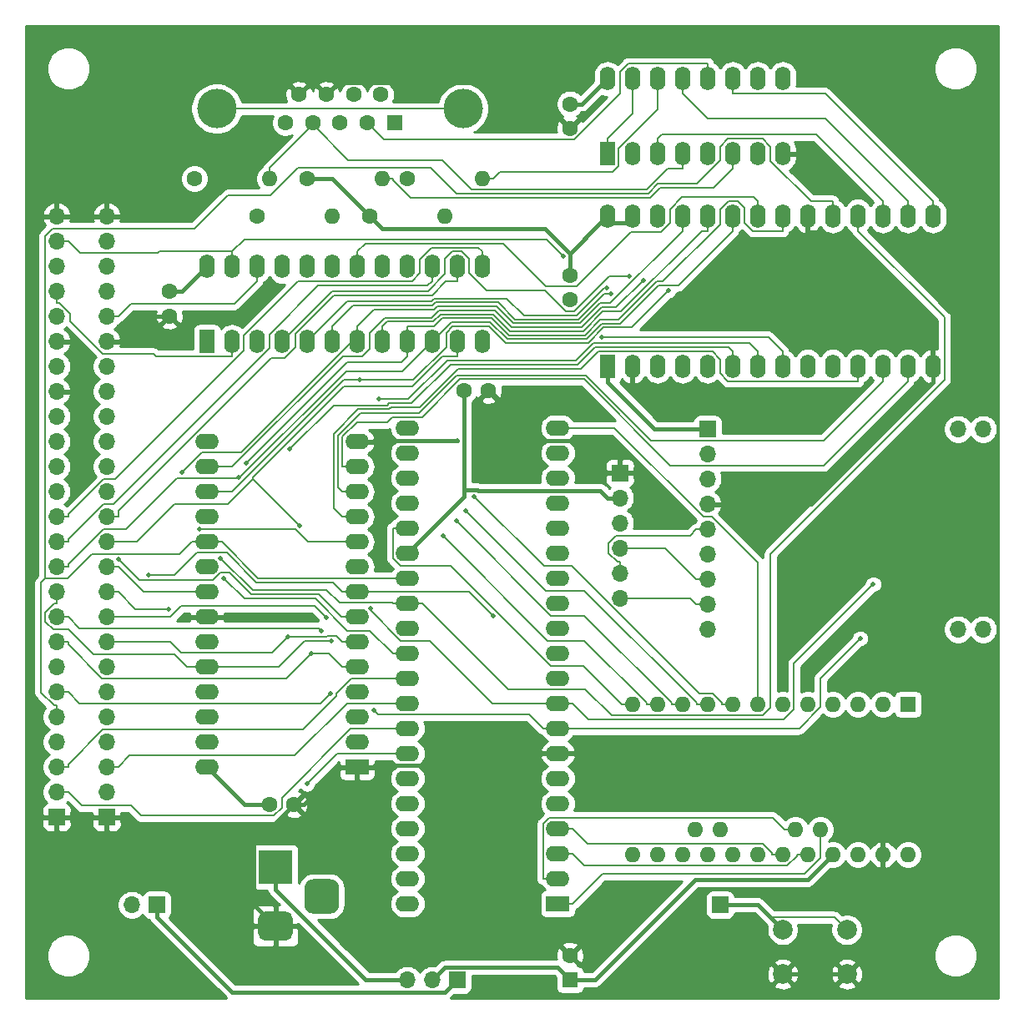
<source format=gtl>
G04 #@! TF.GenerationSoftware,KiCad,Pcbnew,(5.1.9)-1*
G04 #@! TF.CreationDate,2024-12-20T15:57:44+09:00*
G04 #@! TF.ProjectId,JR-100_SD,4a522d31-3030-45f5-9344-2e6b69636164,rev?*
G04 #@! TF.SameCoordinates,PX53920b0PY93c3260*
G04 #@! TF.FileFunction,Copper,L1,Top*
G04 #@! TF.FilePolarity,Positive*
%FSLAX46Y46*%
G04 Gerber Fmt 4.6, Leading zero omitted, Abs format (unit mm)*
G04 Created by KiCad (PCBNEW (5.1.9)-1) date 2024-12-20 15:57:44*
%MOMM*%
%LPD*%
G01*
G04 APERTURE LIST*
G04 #@! TA.AperFunction,ComponentPad*
%ADD10C,1.600000*%
G04 #@! TD*
G04 #@! TA.AperFunction,ComponentPad*
%ADD11R,1.600000X2.400000*%
G04 #@! TD*
G04 #@! TA.AperFunction,ComponentPad*
%ADD12O,1.600000X2.400000*%
G04 #@! TD*
G04 #@! TA.AperFunction,ComponentPad*
%ADD13O,2.400000X1.600000*%
G04 #@! TD*
G04 #@! TA.AperFunction,ComponentPad*
%ADD14R,2.400000X1.600000*%
G04 #@! TD*
G04 #@! TA.AperFunction,ComponentPad*
%ADD15R,1.700000X1.700000*%
G04 #@! TD*
G04 #@! TA.AperFunction,ComponentPad*
%ADD16O,1.700000X1.700000*%
G04 #@! TD*
G04 #@! TA.AperFunction,ComponentPad*
%ADD17R,1.600000X1.600000*%
G04 #@! TD*
G04 #@! TA.AperFunction,ComponentPad*
%ADD18O,1.600000X1.600000*%
G04 #@! TD*
G04 #@! TA.AperFunction,ComponentPad*
%ADD19R,3.500000X3.500000*%
G04 #@! TD*
G04 #@! TA.AperFunction,ComponentPad*
%ADD20C,4.000000*%
G04 #@! TD*
G04 #@! TA.AperFunction,ComponentPad*
%ADD21C,2.000000*%
G04 #@! TD*
G04 #@! TA.AperFunction,ViaPad*
%ADD22C,0.500000*%
G04 #@! TD*
G04 #@! TA.AperFunction,Conductor*
%ADD23C,0.400000*%
G04 #@! TD*
G04 #@! TA.AperFunction,Conductor*
%ADD24C,0.200000*%
G04 #@! TD*
G04 #@! TA.AperFunction,Conductor*
%ADD25C,0.254000*%
G04 #@! TD*
G04 #@! TA.AperFunction,Conductor*
%ADD26C,0.100000*%
G04 #@! TD*
G04 APERTURE END LIST*
D10*
X47622000Y62332000D03*
X45122000Y62332000D03*
D11*
X59690000Y64786000D03*
D12*
X92710000Y80026000D03*
X62230000Y64786000D03*
X90170000Y80026000D03*
X64770000Y64786000D03*
X87630000Y80026000D03*
X67310000Y64786000D03*
X85090000Y80026000D03*
X69850000Y64786000D03*
X82550000Y80026000D03*
X72390000Y64786000D03*
X80010000Y80026000D03*
X74930000Y64786000D03*
X77470000Y80026000D03*
X77470000Y64786000D03*
X74930000Y80026000D03*
X80010000Y64786000D03*
X72390000Y80026000D03*
X82550000Y64786000D03*
X69850000Y80026000D03*
X85090000Y64786000D03*
X67310000Y80026000D03*
X87630000Y64786000D03*
X64770000Y80026000D03*
X90170000Y64786000D03*
X62230000Y80026000D03*
X92710000Y64786000D03*
X59690000Y80026000D03*
D13*
X39407000Y10262000D03*
X54647000Y58522000D03*
X39407000Y12802000D03*
X54647000Y55982000D03*
X39407000Y15342000D03*
X54647000Y53442000D03*
X39407000Y17882000D03*
X54647000Y50902000D03*
X39407000Y20422000D03*
X54647000Y48362000D03*
X39407000Y22962000D03*
X54647000Y45822000D03*
X39407000Y25502000D03*
X54647000Y43282000D03*
X39407000Y28042000D03*
X54647000Y40742000D03*
X39407000Y30582000D03*
X54647000Y38202000D03*
X39407000Y33122000D03*
X54647000Y35662000D03*
X39407000Y35662000D03*
X54647000Y33122000D03*
X39407000Y38202000D03*
X54647000Y30582000D03*
X39407000Y40742000D03*
X54647000Y28042000D03*
X39407000Y43282000D03*
X54647000Y25502000D03*
X39407000Y45822000D03*
X54647000Y22962000D03*
X39407000Y48362000D03*
X54647000Y20422000D03*
X39407000Y50902000D03*
X54647000Y17882000D03*
X39407000Y53442000D03*
X54647000Y15342000D03*
X39407000Y55982000D03*
X54647000Y12802000D03*
X39407000Y58522000D03*
D14*
X54647000Y10262000D03*
D10*
X55880000Y74011000D03*
X55880000Y71511000D03*
D15*
X8890000Y19050000D03*
D16*
X8890000Y21590000D03*
X8890000Y24130000D03*
X8890000Y26670000D03*
X8890000Y29210000D03*
X8890000Y31750000D03*
X8890000Y34290000D03*
X8890000Y36830000D03*
X8890000Y39370000D03*
X8890000Y41910000D03*
X8890000Y44450000D03*
X8890000Y46990000D03*
X8890000Y49530000D03*
X8890000Y52070000D03*
X8890000Y54610000D03*
X8890000Y57150000D03*
X8890000Y59690000D03*
X8890000Y62230000D03*
X8890000Y64770000D03*
X8890000Y67310000D03*
X8890000Y69850000D03*
X8890000Y72390000D03*
X8890000Y74930000D03*
X8890000Y77470000D03*
X8890000Y80010000D03*
D15*
X69850000Y58420000D03*
D16*
X69850000Y55880000D03*
X69850000Y53340000D03*
X69850000Y50800000D03*
X69850000Y48260000D03*
X69850000Y45720000D03*
X69850000Y43180000D03*
X69850000Y40640000D03*
X69850000Y38100000D03*
X97790000Y38100000D03*
X95250000Y38100000D03*
X97790000Y58420000D03*
X95250000Y58420000D03*
D17*
X90170000Y30480000D03*
D18*
X87630000Y30480000D03*
X85090000Y30480000D03*
X62230000Y15240000D03*
X82550000Y30480000D03*
X64770000Y15240000D03*
X80010000Y30480000D03*
X67310000Y15240000D03*
X77470000Y30480000D03*
X69850000Y15240000D03*
X74930000Y30480000D03*
X72390000Y15240000D03*
X72390000Y30480000D03*
X74930000Y15240000D03*
X69850000Y30480000D03*
X77470000Y15240000D03*
X67310000Y30480000D03*
X80010000Y15240000D03*
X64770000Y30480000D03*
X82550000Y15240000D03*
X62230000Y30480000D03*
X85090000Y15240000D03*
X87630000Y15240000D03*
X90170000Y15240000D03*
X81280000Y17780000D03*
X78740000Y17780000D03*
X71120000Y17780000D03*
X68580000Y17780000D03*
D15*
X60960000Y53975000D03*
D16*
X60960000Y51435000D03*
X60960000Y48895000D03*
X60960000Y46355000D03*
X60960000Y43815000D03*
X60960000Y41275000D03*
D10*
X27900000Y20320000D03*
X25400000Y20320000D03*
X55880000Y88900000D03*
X55880000Y91400000D03*
D15*
X3810000Y19050000D03*
D16*
X3810000Y21590000D03*
X3810000Y24130000D03*
X3810000Y26670000D03*
X3810000Y29210000D03*
X3810000Y31750000D03*
X3810000Y34290000D03*
X3810000Y36830000D03*
X3810000Y39370000D03*
X3810000Y41910000D03*
X3810000Y44450000D03*
X3810000Y46990000D03*
X3810000Y49530000D03*
X3810000Y52070000D03*
X3810000Y54610000D03*
X3810000Y57150000D03*
X3810000Y59690000D03*
X3810000Y62230000D03*
X3810000Y64770000D03*
X3810000Y67310000D03*
X3810000Y69850000D03*
X3810000Y72390000D03*
X3810000Y74930000D03*
X3810000Y77470000D03*
X3810000Y80010000D03*
D10*
X17780000Y83820000D03*
D18*
X25400000Y83820000D03*
X36830000Y83820000D03*
D10*
X29210000Y83820000D03*
X39370000Y83820000D03*
D18*
X46990000Y83820000D03*
X31750000Y80010000D03*
D10*
X24130000Y80010000D03*
X35560000Y80010000D03*
D18*
X43180000Y80010000D03*
D11*
X19050000Y67310000D03*
D12*
X46990000Y74930000D03*
X21590000Y67310000D03*
X44450000Y74930000D03*
X24130000Y67310000D03*
X41910000Y74930000D03*
X26670000Y67310000D03*
X39370000Y74930000D03*
X29210000Y67310000D03*
X36830000Y74930000D03*
X31750000Y67310000D03*
X34290000Y74930000D03*
X34290000Y67310000D03*
X31750000Y74930000D03*
X36830000Y67310000D03*
X29210000Y74930000D03*
X39370000Y67310000D03*
X26670000Y74930000D03*
X41910000Y67310000D03*
X24130000Y74930000D03*
X44450000Y67310000D03*
X21590000Y74930000D03*
X46990000Y67310000D03*
X19050000Y74930000D03*
D11*
X59690000Y86360000D03*
D12*
X77470000Y93980000D03*
X62230000Y86360000D03*
X74930000Y93980000D03*
X64770000Y86360000D03*
X72390000Y93980000D03*
X67310000Y86360000D03*
X69850000Y93980000D03*
X69850000Y86360000D03*
X67310000Y93980000D03*
X72390000Y86360000D03*
X64770000Y93980000D03*
X74930000Y86360000D03*
X62230000Y93980000D03*
X77470000Y86360000D03*
X59690000Y93980000D03*
D14*
X34290000Y24130000D03*
D13*
X19050000Y57150000D03*
X34290000Y26670000D03*
X19050000Y54610000D03*
X34290000Y29210000D03*
X19050000Y52070000D03*
X34290000Y31750000D03*
X19050000Y49530000D03*
X34290000Y34290000D03*
X19050000Y46990000D03*
X34290000Y36830000D03*
X19050000Y44450000D03*
X34290000Y39370000D03*
X19050000Y41910000D03*
X34290000Y41910000D03*
X19050000Y39370000D03*
X34290000Y44450000D03*
X19050000Y36830000D03*
X34290000Y46990000D03*
X19050000Y34290000D03*
X34290000Y49530000D03*
X19050000Y31750000D03*
X34290000Y52070000D03*
X19050000Y29210000D03*
X34290000Y54610000D03*
X19050000Y26670000D03*
X34290000Y57150000D03*
X19050000Y24130000D03*
D15*
X13970000Y10160000D03*
D16*
X11430000Y10160000D03*
D19*
X26000000Y14000000D03*
G04 #@! TA.AperFunction,ComponentPad*
G36*
G01*
X27000000Y6500000D02*
X25000000Y6500000D01*
G75*
G02*
X24250000Y7250000I0J750000D01*
G01*
X24250000Y8750000D01*
G75*
G02*
X25000000Y9500000I750000J0D01*
G01*
X27000000Y9500000D01*
G75*
G02*
X27750000Y8750000I0J-750000D01*
G01*
X27750000Y7250000D01*
G75*
G02*
X27000000Y6500000I-750000J0D01*
G01*
G37*
G04 #@! TD.AperFunction*
G04 #@! TA.AperFunction,ComponentPad*
G36*
G01*
X31575000Y9250000D02*
X29825000Y9250000D01*
G75*
G02*
X28950000Y10125000I0J875000D01*
G01*
X28950000Y11875000D01*
G75*
G02*
X29825000Y12750000I875000J0D01*
G01*
X31575000Y12750000D01*
G75*
G02*
X32450000Y11875000I0J-875000D01*
G01*
X32450000Y10125000D01*
G75*
G02*
X31575000Y9250000I-875000J0D01*
G01*
G37*
G04 #@! TD.AperFunction*
D15*
X44450000Y2540000D03*
D16*
X41910000Y2540000D03*
X39370000Y2540000D03*
D10*
X15240000Y69890000D03*
X15240000Y72390000D03*
D17*
X55880000Y2540000D03*
D10*
X55880000Y5040000D03*
D17*
X38080000Y89500000D03*
D10*
X35310000Y89500000D03*
X32540000Y89500000D03*
X29770000Y89500000D03*
X27000000Y89500000D03*
X36695000Y92340000D03*
X33925000Y92340000D03*
X31155000Y92340000D03*
X28385000Y92340000D03*
D20*
X45040000Y90920000D03*
X20040000Y90920000D03*
D15*
X71120000Y10160000D03*
D21*
X77470000Y3120000D03*
X77470000Y7620000D03*
X83970000Y3120000D03*
X83970000Y7620000D03*
D22*
X44429200Y57252000D03*
X86662000Y42670000D03*
X18271200Y48260000D03*
X35614600Y40249600D03*
X15150000Y40169200D03*
X16492300Y54021600D03*
X36025000Y29855000D03*
X31606700Y31600200D03*
X85315000Y37178800D03*
X31711100Y36900000D03*
X13144800Y43610600D03*
X59112200Y67758800D03*
X48088700Y39424500D03*
X23026300Y54940600D03*
X36510000Y61446100D03*
X10079300Y45194100D03*
X22294900Y53507200D03*
X27473400Y56420000D03*
X27296700Y37339900D03*
X28477100Y48570000D03*
X29605400Y35683500D03*
X61893600Y73917200D03*
X59590600Y72764500D03*
X31160700Y39284200D03*
X59999100Y72176600D03*
X30656000Y37964200D03*
X55171700Y75981400D03*
X29210600Y22415300D03*
X20764000Y43310600D03*
X63299100Y73537800D03*
X20432400Y45333300D03*
X65879900Y72450300D03*
X34550800Y63405700D03*
X46187200Y51598000D03*
X45267000Y50136200D03*
X44353400Y49076900D03*
X42988400Y47570000D03*
D23*
X59709700Y51435000D02*
X58972700Y52172000D01*
X58972700Y52172000D02*
X46532900Y52172000D01*
X46532900Y52172000D02*
X46456600Y52248300D01*
X46456600Y52248300D02*
X45198300Y52248300D01*
X45198300Y52248300D02*
X45122000Y52172000D01*
X58967400Y79303400D02*
X61507400Y79303400D01*
X61507400Y79303400D02*
X62230000Y80026000D01*
X58967400Y79303400D02*
X59690000Y80026000D01*
X55880000Y76216000D02*
X58967400Y79303400D01*
X68599700Y58420000D02*
X64455700Y58420000D01*
X64455700Y58420000D02*
X59690000Y63185700D01*
X55880000Y76216000D02*
X53369700Y78726300D01*
X53369700Y78726300D02*
X36843700Y78726300D01*
X36843700Y78726300D02*
X35560000Y80010000D01*
X29210000Y83820000D02*
X31750000Y83820000D01*
X31750000Y83820000D02*
X35560000Y80010000D01*
X69850000Y58420000D02*
X68599700Y58420000D01*
X59690000Y64786000D02*
X59690000Y63185700D01*
X55880000Y74011000D02*
X55880000Y76216000D01*
X60960000Y51435000D02*
X59709700Y51435000D01*
X45122000Y52172000D02*
X45122000Y51537000D01*
X45122000Y51537000D02*
X39407000Y45822000D01*
X45122000Y62332000D02*
X45122000Y52172000D01*
X55880000Y2540000D02*
X54630000Y3790000D01*
X54630000Y3790000D02*
X43160000Y3790000D01*
X43160000Y3790000D02*
X41910000Y2540000D01*
X55880000Y2540000D02*
X58420000Y2540000D01*
X58420000Y2540000D02*
X68580000Y12700000D01*
X68580000Y12700000D02*
X80010000Y12700000D01*
X80010000Y12700000D02*
X82550000Y15240000D01*
X25400000Y20320000D02*
X22860000Y20320000D01*
X22860000Y20320000D02*
X19050000Y24130000D01*
X55880000Y91400000D02*
X57110000Y91400000D01*
X57110000Y91400000D02*
X59690000Y93980000D01*
X15240000Y72390000D02*
X16510000Y72390000D01*
X16510000Y72390000D02*
X19050000Y74930000D01*
X35890300Y57150000D02*
X35992300Y57252000D01*
X35992300Y57252000D02*
X44429200Y57252000D01*
X34290000Y57150000D02*
X35890300Y57150000D01*
X34290000Y24130000D02*
X32689700Y24130000D01*
X27900000Y20320000D02*
X28879700Y20320000D01*
X28879700Y20320000D02*
X32689700Y24130000D01*
X60960000Y53975000D02*
X59709700Y53975000D01*
X47622000Y62332000D02*
X52702000Y57252000D01*
X52702000Y57252000D02*
X56432700Y57252000D01*
X56432700Y57252000D02*
X59709700Y53975000D01*
X23827300Y16408600D02*
X12781700Y16408600D01*
X12781700Y16408600D02*
X10140300Y19050000D01*
X27900000Y20320000D02*
X23988600Y16408600D01*
X23988600Y16408600D02*
X23827300Y16408600D01*
X23827300Y16408600D02*
X23827300Y10172700D01*
X23827300Y10172700D02*
X26000000Y8000000D01*
X8890000Y19050000D02*
X10140300Y19050000D01*
X80010000Y80026000D02*
X80010000Y78425700D01*
X92710000Y64786000D02*
X92710000Y66386300D01*
X92710000Y66386300D02*
X80670600Y78425700D01*
X80670600Y78425700D02*
X80010000Y78425700D01*
X92710000Y64352500D02*
X92710000Y64786000D01*
X92710000Y64352500D02*
X92710000Y63185700D01*
X8890000Y67310000D02*
X10140300Y67310000D01*
X10140300Y67310000D02*
X12720300Y69890000D01*
X12720300Y69890000D02*
X15240000Y69890000D01*
X53046700Y25502000D02*
X51843100Y24298400D01*
X51843100Y24298400D02*
X36058700Y24298400D01*
X36058700Y24298400D02*
X35890300Y24130000D01*
X34290000Y24130000D02*
X35890300Y24130000D01*
X54647000Y25502000D02*
X53046700Y25502000D01*
X55880000Y88900000D02*
X51239600Y93540400D01*
X51239600Y93540400D02*
X32355400Y93540400D01*
X32355400Y93540400D02*
X31155000Y92340000D01*
X71100300Y50800000D02*
X80324300Y50800000D01*
X80324300Y50800000D02*
X92710000Y63185700D01*
X69850000Y50800000D02*
X71100300Y50800000D01*
X83970000Y3120000D02*
X77470000Y3120000D01*
D24*
X18271200Y48260000D02*
X28008900Y48260000D01*
X28008900Y48260000D02*
X29278900Y46990000D01*
X29278900Y46990000D02*
X32789700Y46990000D01*
X54647000Y30582000D02*
X56147300Y30582000D01*
X56147300Y30582000D02*
X57753800Y28975500D01*
X57753800Y28975500D02*
X77586200Y28975500D01*
X77586200Y28975500D02*
X78598400Y29987700D01*
X78598400Y29987700D02*
X78598400Y34606400D01*
X78598400Y34606400D02*
X86662000Y42670000D01*
X54647000Y30582000D02*
X48053400Y30582000D01*
X48053400Y30582000D02*
X41703400Y36932000D01*
X41703400Y36932000D02*
X38712600Y36932000D01*
X38712600Y36932000D02*
X35614600Y40030000D01*
X35614600Y40030000D02*
X35614600Y40249600D01*
X34290000Y46990000D02*
X32789700Y46990000D01*
X8890000Y41910000D02*
X10040300Y41910000D01*
X10040300Y41910000D02*
X11781100Y40169200D01*
X11781100Y40169200D02*
X15150000Y40169200D01*
X34290000Y67310000D02*
X33760600Y67310000D01*
X33760600Y67310000D02*
X22500200Y56049600D01*
X22500200Y56049600D02*
X18520300Y56049600D01*
X18520300Y56049600D02*
X16492300Y54021600D01*
X34290000Y67456000D02*
X34290000Y67310000D01*
X67310000Y78525700D02*
X59963000Y71178700D01*
X59963000Y71178700D02*
X58923100Y71178700D01*
X58923100Y71178700D02*
X56882800Y69138400D01*
X56882800Y69138400D02*
X50161300Y69138400D01*
X50161300Y69138400D02*
X48437900Y70861800D01*
X48437900Y70861800D02*
X42434400Y70861800D01*
X42434400Y70861800D02*
X42084200Y70511600D01*
X42084200Y70511600D02*
X35991300Y70511600D01*
X35991300Y70511600D02*
X34290000Y68810300D01*
X34290000Y67456000D02*
X34290000Y68810300D01*
X67310000Y80026000D02*
X67310000Y78525700D01*
X54647000Y28042000D02*
X53146700Y28042000D01*
X36025000Y29855000D02*
X36426300Y29453700D01*
X36426300Y29453700D02*
X51735000Y29453700D01*
X51735000Y29453700D02*
X53146700Y28042000D01*
X54647000Y28042000D02*
X79130600Y28042000D01*
X79130600Y28042000D02*
X81280000Y30191400D01*
X81280000Y30191400D02*
X81280000Y33143800D01*
X81280000Y33143800D02*
X85315000Y37178800D01*
X4960300Y31750000D02*
X6114900Y30595400D01*
X6114900Y30595400D02*
X30601900Y30595400D01*
X30601900Y30595400D02*
X31606700Y31600200D01*
X3810000Y31750000D02*
X4960300Y31750000D01*
X19050000Y34290000D02*
X26351200Y34290000D01*
X26351200Y34290000D02*
X28961200Y36900000D01*
X28961200Y36900000D02*
X31711100Y36900000D01*
X36830000Y68810300D02*
X37330400Y69310700D01*
X37330400Y69310700D02*
X42015500Y69310700D01*
X42015500Y69310700D02*
X42766000Y70061200D01*
X42766000Y70061200D02*
X48106300Y70061200D01*
X48106300Y70061200D02*
X49829700Y68337800D01*
X49829700Y68337800D02*
X57214400Y68337800D01*
X57214400Y68337800D02*
X59207300Y70330700D01*
X59207300Y70330700D02*
X61068400Y70330700D01*
X61068400Y70330700D02*
X69263400Y78525700D01*
X69263400Y78525700D02*
X69850000Y78525700D01*
X17549700Y34290000D02*
X16983600Y34290000D01*
X16983600Y34290000D02*
X15741500Y35532100D01*
X15741500Y35532100D02*
X7574200Y35532100D01*
X7574200Y35532100D02*
X5006300Y38100000D01*
X5006300Y38100000D02*
X3444200Y38100000D01*
X3444200Y38100000D02*
X2644500Y38899700D01*
X2644500Y38899700D02*
X2644500Y39832600D01*
X2644500Y39832600D02*
X3571600Y40759700D01*
X3571600Y40759700D02*
X3810000Y40759700D01*
X3810000Y41910000D02*
X3810000Y40759700D01*
X19050000Y34290000D02*
X17549700Y34290000D01*
X69850000Y80026000D02*
X69850000Y78525700D01*
X36830000Y67310000D02*
X36830000Y68810300D01*
X34290000Y41910000D02*
X32789700Y41910000D01*
X13144800Y43610600D02*
X15734800Y43610600D01*
X15734800Y43610600D02*
X18007900Y45883700D01*
X18007900Y45883700D02*
X21090300Y45883700D01*
X21090300Y45883700D02*
X24092400Y42881600D01*
X24092400Y42881600D02*
X31818100Y42881600D01*
X31818100Y42881600D02*
X32789700Y41910000D01*
X77470000Y66286300D02*
X75997500Y67758800D01*
X75997500Y67758800D02*
X59112200Y67758800D01*
X34290000Y41910000D02*
X45603200Y41910000D01*
X45603200Y41910000D02*
X48088700Y39424500D01*
X77470000Y64786000D02*
X77470000Y66286300D01*
X39370000Y67310000D02*
X39370000Y65809700D01*
X39370000Y65809700D02*
X38753100Y65192800D01*
X38753100Y65192800D02*
X33278500Y65192800D01*
X33278500Y65192800D02*
X23026300Y54940600D01*
X39370000Y67310000D02*
X39370000Y67743500D01*
X8890000Y44450000D02*
X10040300Y44450000D01*
X19050000Y41910000D02*
X12580300Y41910000D01*
X12580300Y41910000D02*
X10040300Y44450000D01*
X77470000Y78525700D02*
X74417500Y78525700D01*
X74417500Y78525700D02*
X73573600Y79369600D01*
X73573600Y79369600D02*
X73573600Y80825900D01*
X73573600Y80825900D02*
X72873200Y81526300D01*
X72873200Y81526300D02*
X71933800Y81526300D01*
X71933800Y81526300D02*
X71120000Y80712500D01*
X71120000Y80712500D02*
X71120000Y79196500D01*
X71120000Y79196500D02*
X65324400Y73400900D01*
X65324400Y73400900D02*
X64704700Y73400900D01*
X64704700Y73400900D02*
X60833900Y69530100D01*
X60833900Y69530100D02*
X58972800Y69530100D01*
X58972800Y69530100D02*
X57380200Y67937500D01*
X57380200Y67937500D02*
X49663900Y67937500D01*
X49663900Y67937500D02*
X47940500Y69660900D01*
X47940500Y69660900D02*
X42931900Y69660900D01*
X42931900Y69660900D02*
X42081300Y68810300D01*
X42081300Y68810300D02*
X39370000Y68810300D01*
X39370000Y67743500D02*
X39370000Y68810300D01*
X77470000Y80026000D02*
X77470000Y78525700D01*
X74930000Y66286300D02*
X74089300Y67127000D01*
X74089300Y67127000D02*
X58268200Y67127000D01*
X58268200Y67127000D02*
X56501900Y65360700D01*
X56501900Y65360700D02*
X43404400Y65360700D01*
X43404400Y65360700D02*
X39489800Y61446100D01*
X39489800Y61446100D02*
X36510000Y61446100D01*
X74930000Y64786000D02*
X74930000Y66286300D01*
X10079300Y45194100D02*
X12213100Y43060300D01*
X12213100Y43060300D02*
X19616600Y43060300D01*
X19616600Y43060300D02*
X20441300Y43885000D01*
X20441300Y43885000D02*
X21314400Y43885000D01*
X21314400Y43885000D02*
X23518800Y41680600D01*
X23518800Y41680600D02*
X30391900Y41680600D01*
X30391900Y41680600D02*
X32702500Y39370000D01*
X32702500Y39370000D02*
X34290000Y39370000D01*
X22294900Y53507200D02*
X22371200Y53507200D01*
X22371200Y53507200D02*
X33156600Y64292600D01*
X33156600Y64292600D02*
X38892600Y64292600D01*
X38892600Y64292600D02*
X41910000Y67310000D01*
X4960300Y44450000D02*
X4960300Y44688400D01*
X4960300Y44688400D02*
X8531900Y48260000D01*
X8531900Y48260000D02*
X10849000Y48260000D01*
X10849000Y48260000D02*
X16050300Y53461300D01*
X16050300Y53461300D02*
X22249000Y53461300D01*
X22249000Y53461300D02*
X22294900Y53507200D01*
X41910000Y67310000D02*
X41910000Y67329000D01*
X41910000Y67329000D02*
X43841600Y69260600D01*
X43841600Y69260600D02*
X47774700Y69260600D01*
X47774700Y69260600D02*
X49498100Y67537200D01*
X49498100Y67537200D02*
X57546000Y67537200D01*
X57546000Y67537200D02*
X59138600Y69129800D01*
X59138600Y69129800D02*
X60999700Y69129800D01*
X60999700Y69129800D02*
X64870500Y73000600D01*
X64870500Y73000600D02*
X66864900Y73000600D01*
X66864900Y73000600D02*
X72390000Y78525700D01*
X3810000Y44450000D02*
X4960300Y44450000D01*
X72390000Y80026000D02*
X72390000Y78525700D01*
X27473400Y56420000D02*
X31891900Y60838500D01*
X31891900Y60838500D02*
X37305700Y60838500D01*
X37305700Y60838500D02*
X37513000Y61045800D01*
X37513000Y61045800D02*
X39827700Y61045800D01*
X39827700Y61045800D02*
X43742200Y64960300D01*
X43742200Y64960300D02*
X56667800Y64960300D01*
X56667800Y64960300D02*
X58434100Y66726600D01*
X58434100Y66726600D02*
X71949700Y66726600D01*
X71949700Y66726600D02*
X72390000Y66286300D01*
X72390000Y64786000D02*
X72390000Y66286300D01*
X27296700Y37339900D02*
X25677100Y35720300D01*
X25677100Y35720300D02*
X16402400Y35720300D01*
X16402400Y35720300D02*
X15292700Y36830000D01*
X15292700Y36830000D02*
X8890000Y36830000D01*
X32789700Y36830000D02*
X32169400Y37450300D01*
X32169400Y37450300D02*
X31261300Y37450300D01*
X31261300Y37450300D02*
X31150900Y37339900D01*
X31150900Y37339900D02*
X27296700Y37339900D01*
X34290000Y36830000D02*
X32789700Y36830000D01*
X23704400Y53342700D02*
X23704400Y53494900D01*
X23704400Y53494900D02*
X32924500Y62715000D01*
X32924500Y62715000D02*
X39855000Y62715000D01*
X39855000Y62715000D02*
X42949700Y65809700D01*
X42949700Y65809700D02*
X44450000Y65809700D01*
X23704400Y53342700D02*
X28477100Y48570000D01*
X8890000Y46990000D02*
X11923500Y46990000D01*
X11923500Y46990000D02*
X15733500Y50800000D01*
X15733500Y50800000D02*
X21161700Y50800000D01*
X21161700Y50800000D02*
X23704400Y53342700D01*
X44450000Y67310000D02*
X44450000Y65809700D01*
X3810000Y36830000D02*
X4960300Y36830000D01*
X4960300Y36830000D02*
X4960300Y36542400D01*
X4960300Y36542400D02*
X8364900Y33137800D01*
X8364900Y33137800D02*
X27059700Y33137800D01*
X27059700Y33137800D02*
X29605400Y35683500D01*
X34290000Y34290000D02*
X32789700Y34290000D01*
X29605400Y35683500D02*
X31396200Y35683500D01*
X31396200Y35683500D02*
X32789700Y34290000D01*
X61893600Y73917200D02*
X59846400Y73917200D01*
X59846400Y73917200D02*
X56308500Y70379300D01*
X56308500Y70379300D02*
X55422700Y70379300D01*
X55422700Y70379300D02*
X53318400Y72483600D01*
X53318400Y72483600D02*
X47441200Y72483600D01*
X47441200Y72483600D02*
X45633600Y74291200D01*
X45633600Y74291200D02*
X45633600Y75707100D01*
X45633600Y75707100D02*
X44910400Y76430300D01*
X44910400Y76430300D02*
X43953200Y76430300D01*
X43953200Y76430300D02*
X43211100Y75688200D01*
X43211100Y75688200D02*
X43211100Y74161800D01*
X43211100Y74161800D02*
X41462300Y72413000D01*
X41462300Y72413000D02*
X31757800Y72413000D01*
X31757800Y72413000D02*
X26670000Y67325200D01*
X26670000Y67325200D02*
X26670000Y67310000D01*
X41910000Y73429700D02*
X41444400Y72964100D01*
X41444400Y72964100D02*
X41444400Y72964000D01*
X41444400Y72964000D02*
X30356600Y72964000D01*
X30356600Y72964000D02*
X25400000Y68007400D01*
X25400000Y68007400D02*
X25400000Y66602800D01*
X25400000Y66602800D02*
X9597200Y50800000D01*
X9597200Y50800000D02*
X8531900Y50800000D01*
X8531900Y50800000D02*
X4960300Y47228400D01*
X4960300Y47228400D02*
X4960300Y46990000D01*
X3810000Y46990000D02*
X4960300Y46990000D01*
X41910000Y74930000D02*
X41910000Y73429700D01*
X59590600Y72764500D02*
X59376700Y72764500D01*
X59376700Y72764500D02*
X56570800Y69958600D01*
X56570800Y69958600D02*
X51195400Y69958600D01*
X51195400Y69958600D02*
X49491600Y71662400D01*
X49491600Y71662400D02*
X42102800Y71662400D01*
X42102800Y71662400D02*
X41794400Y71354000D01*
X41794400Y71354000D02*
X33254000Y71354000D01*
X33254000Y71354000D02*
X29210000Y67310000D01*
X10040300Y39370000D02*
X15367100Y39370000D01*
X15367100Y39370000D02*
X16467400Y40470300D01*
X16467400Y40470300D02*
X29974600Y40470300D01*
X29974600Y40470300D02*
X31160700Y39284200D01*
X8890000Y39370000D02*
X10040300Y39370000D01*
X44450000Y73429700D02*
X43304000Y73429700D01*
X43304000Y73429700D02*
X41887000Y72012700D01*
X41887000Y72012700D02*
X31923800Y72012700D01*
X31923800Y72012700D02*
X28026400Y68115300D01*
X28026400Y68115300D02*
X28026400Y66701200D01*
X28026400Y66701200D02*
X26951100Y65625900D01*
X26951100Y65625900D02*
X25562700Y65625900D01*
X25562700Y65625900D02*
X10040300Y50103500D01*
X10040300Y50103500D02*
X10040300Y49530000D01*
X8890000Y49530000D02*
X10040300Y49530000D01*
X44450000Y74930000D02*
X44450000Y73429700D01*
X59999100Y72176600D02*
X59354900Y72176600D01*
X59354900Y72176600D02*
X56717100Y69538800D01*
X56717100Y69538800D02*
X50327000Y69538800D01*
X50327000Y69538800D02*
X48603700Y71262100D01*
X48603700Y71262100D02*
X42268600Y71262100D01*
X42268600Y71262100D02*
X41957100Y70950600D01*
X41957100Y70950600D02*
X33890300Y70950600D01*
X33890300Y70950600D02*
X31750000Y68810300D01*
X31750000Y67310000D02*
X31750000Y68810300D01*
X3810000Y39370000D02*
X4960300Y39370000D01*
X4960300Y39370000D02*
X6110600Y38219700D01*
X6110600Y38219700D02*
X30400500Y38219700D01*
X30400500Y38219700D02*
X30656000Y37964200D01*
X3810000Y49530000D02*
X4960300Y49530000D01*
X46990000Y74930000D02*
X46990000Y76430300D01*
X46990000Y76430300D02*
X46589700Y76830600D01*
X46589700Y76830600D02*
X41823900Y76830600D01*
X41823900Y76830600D02*
X40640000Y75646700D01*
X40640000Y75646700D02*
X40640000Y74217700D01*
X40640000Y74217700D02*
X39851900Y73429600D01*
X39851900Y73429600D02*
X28290800Y73429600D01*
X28290800Y73429600D02*
X22773600Y67912400D01*
X22773600Y67912400D02*
X22773600Y66384500D01*
X22773600Y66384500D02*
X9729100Y53340000D01*
X9729100Y53340000D02*
X8531900Y53340000D01*
X8531900Y53340000D02*
X4960300Y49768400D01*
X4960300Y49768400D02*
X4960300Y49530000D01*
X8890000Y69850000D02*
X10040300Y69850000D01*
X24130000Y74930000D02*
X24130000Y73429700D01*
X24130000Y73429700D02*
X21820300Y71120000D01*
X21820300Y71120000D02*
X11310300Y71120000D01*
X11310300Y71120000D02*
X10040300Y69850000D01*
X21590000Y76430300D02*
X22830900Y77671200D01*
X22830900Y77671200D02*
X53481900Y77671200D01*
X53481900Y77671200D02*
X55171700Y75981400D01*
X21590000Y76330200D02*
X21590000Y76430300D01*
X21590000Y74930000D02*
X21590000Y76330200D01*
X3810000Y77470000D02*
X4960300Y77470000D01*
X21590000Y76430300D02*
X14236000Y76430300D01*
X14236000Y76430300D02*
X14067600Y76261900D01*
X14067600Y76261900D02*
X6168400Y76261900D01*
X6168400Y76261900D02*
X4960300Y77470000D01*
X69850000Y48260000D02*
X68699700Y48260000D01*
X60960000Y43815000D02*
X60960000Y44965300D01*
X60960000Y44965300D02*
X60672400Y44965300D01*
X60672400Y44965300D02*
X59799200Y45838500D01*
X59799200Y45838500D02*
X59799200Y46847900D01*
X59799200Y46847900D02*
X60576300Y47625000D01*
X60576300Y47625000D02*
X68064700Y47625000D01*
X68064700Y47625000D02*
X68699700Y48260000D01*
X69850000Y43180000D02*
X68699700Y43180000D01*
X60960000Y46355000D02*
X65524700Y46355000D01*
X65524700Y46355000D02*
X68699700Y43180000D01*
X69850000Y40640000D02*
X68699700Y40640000D01*
X60960000Y41275000D02*
X68064700Y41275000D01*
X68064700Y41275000D02*
X68699700Y40640000D01*
X34290000Y49530000D02*
X32789700Y49530000D01*
X85090000Y64786000D02*
X85090000Y63285700D01*
X85090000Y63285700D02*
X71891400Y63285700D01*
X71891400Y63285700D02*
X71120000Y64057100D01*
X71120000Y64057100D02*
X71120000Y65494000D01*
X71120000Y65494000D02*
X70327600Y66286400D01*
X70327600Y66286400D02*
X58755400Y66286400D01*
X58755400Y66286400D02*
X57023900Y64554900D01*
X57023900Y64554900D02*
X44531200Y64554900D01*
X44531200Y64554900D02*
X40621800Y60645500D01*
X40621800Y60645500D02*
X37743100Y60645500D01*
X37743100Y60645500D02*
X37535800Y60438200D01*
X37535800Y60438200D02*
X34415600Y60438200D01*
X34415600Y60438200D02*
X31914300Y57936900D01*
X31914300Y57936900D02*
X31914300Y50405400D01*
X31914300Y50405400D02*
X32789700Y49530000D01*
X39407000Y25502000D02*
X32297300Y25502000D01*
X32297300Y25502000D02*
X29210600Y22415300D01*
X32789700Y54610000D02*
X32789700Y57631400D01*
X32789700Y57631400D02*
X34259700Y59101400D01*
X34259700Y59101400D02*
X37331200Y59101400D01*
X37331200Y59101400D02*
X37874500Y59644700D01*
X37874500Y59644700D02*
X40878500Y59644700D01*
X40878500Y59644700D02*
X44699400Y63465600D01*
X44699400Y63465600D02*
X57302300Y63465600D01*
X57302300Y63465600D02*
X66045900Y54722000D01*
X66045900Y54722000D02*
X81606300Y54722000D01*
X81606300Y54722000D02*
X90170000Y63285700D01*
X8890000Y24130000D02*
X10040300Y24130000D01*
X10040300Y24130000D02*
X11190600Y25280300D01*
X11190600Y25280300D02*
X27954300Y25280300D01*
X27954300Y25280300D02*
X33256000Y30582000D01*
X33256000Y30582000D02*
X39407000Y30582000D01*
X34290000Y54610000D02*
X32789700Y54610000D01*
X90170000Y64786000D02*
X90170000Y63285700D01*
X20764000Y43310600D02*
X22857400Y41217200D01*
X22857400Y41217200D02*
X30043700Y41217200D01*
X30043700Y41217200D02*
X33293500Y37967400D01*
X33293500Y37967400D02*
X35601300Y37967400D01*
X35601300Y37967400D02*
X37906700Y35662000D01*
X39407000Y35662000D02*
X37906700Y35662000D01*
X63299100Y73537800D02*
X60539700Y70778400D01*
X60539700Y70778400D02*
X59088900Y70778400D01*
X59088900Y70778400D02*
X57048600Y68738100D01*
X57048600Y68738100D02*
X49995500Y68738100D01*
X49995500Y68738100D02*
X48272100Y70461500D01*
X48272100Y70461500D02*
X42600200Y70461500D01*
X42600200Y70461500D02*
X41849700Y69711000D01*
X41849700Y69711000D02*
X37099300Y69711000D01*
X37099300Y69711000D02*
X35560000Y68171700D01*
X35560000Y68171700D02*
X35560000Y66586400D01*
X35560000Y66586400D02*
X34783200Y65809600D01*
X34783200Y65809600D02*
X32826500Y65809600D01*
X32826500Y65809600D02*
X21626900Y54610000D01*
X21626900Y54610000D02*
X19050000Y54610000D01*
X90170000Y80026000D02*
X90170000Y81526300D01*
X67310000Y93980000D02*
X67310000Y92479700D01*
X67310000Y92479700D02*
X69867100Y89922600D01*
X69867100Y89922600D02*
X81773700Y89922600D01*
X81773700Y89922600D02*
X90170000Y81526300D01*
X20432400Y45333300D02*
X23684700Y42081000D01*
X23684700Y42081000D02*
X31203500Y42081000D01*
X31203500Y42081000D02*
X32484400Y40800100D01*
X32484400Y40800100D02*
X37848600Y40800100D01*
X37848600Y40800100D02*
X37906700Y40742000D01*
X39407000Y40742000D02*
X37906700Y40742000D01*
X85090000Y78525700D02*
X93860300Y69755400D01*
X93860300Y69755400D02*
X93860300Y63408100D01*
X93860300Y63408100D02*
X76200000Y45747800D01*
X76200000Y45747800D02*
X76200000Y30151900D01*
X76200000Y30151900D02*
X75427100Y29379000D01*
X75427100Y29379000D02*
X60079100Y29379000D01*
X60079100Y29379000D02*
X57436500Y32021600D01*
X57436500Y32021600D02*
X49627700Y32021600D01*
X49627700Y32021600D02*
X40907300Y40742000D01*
X39407000Y40742000D02*
X40907300Y40742000D01*
X85090000Y80026000D02*
X85090000Y78525700D01*
X32789700Y52070000D02*
X32361500Y52498200D01*
X32361500Y52498200D02*
X32361500Y57769300D01*
X32361500Y57769300D02*
X34630100Y60037900D01*
X34630100Y60037900D02*
X37701600Y60037900D01*
X37701600Y60037900D02*
X37708700Y60045000D01*
X37708700Y60045000D02*
X40587600Y60045000D01*
X40587600Y60045000D02*
X44408600Y63866000D01*
X44408600Y63866000D02*
X57468200Y63866000D01*
X57468200Y63866000D02*
X64079400Y57254800D01*
X64079400Y57254800D02*
X81599100Y57254800D01*
X81599100Y57254800D02*
X87630000Y63285700D01*
X3810000Y21590000D02*
X4960300Y21590000D01*
X39407000Y28042000D02*
X33646800Y28042000D01*
X33646800Y28042000D02*
X26650000Y21045200D01*
X26650000Y21045200D02*
X26650000Y20008800D01*
X26650000Y20008800D02*
X25845700Y19204500D01*
X25845700Y19204500D02*
X12335900Y19204500D01*
X12335900Y19204500D02*
X11340000Y20200400D01*
X11340000Y20200400D02*
X6349900Y20200400D01*
X6349900Y20200400D02*
X4960300Y21590000D01*
X34290000Y52070000D02*
X32789700Y52070000D01*
X87630000Y64786000D02*
X87630000Y63285700D01*
X39407000Y33122000D02*
X37906700Y33122000D01*
X3810000Y24130000D02*
X4960300Y24130000D01*
X4960300Y24130000D02*
X4960300Y24417600D01*
X4960300Y24417600D02*
X8482700Y27940000D01*
X8482700Y27940000D02*
X28752400Y27940000D01*
X28752400Y27940000D02*
X32176500Y31364100D01*
X32176500Y31364100D02*
X32176500Y31595600D01*
X32176500Y31595600D02*
X33702900Y33122000D01*
X33702900Y33122000D02*
X37906700Y33122000D01*
X92710000Y80026000D02*
X92710000Y81526300D01*
X72390000Y93980000D02*
X72390000Y92479700D01*
X72390000Y92479700D02*
X81756600Y92479700D01*
X81756600Y92479700D02*
X92710000Y81526300D01*
X19050000Y52070000D02*
X21636000Y52070000D01*
X21636000Y52070000D02*
X32971700Y63405700D01*
X32971700Y63405700D02*
X34550800Y63405700D01*
X65879900Y72450300D02*
X62159100Y68729500D01*
X62159100Y68729500D02*
X59304400Y68729500D01*
X59304400Y68729500D02*
X57711800Y67136900D01*
X57711800Y67136900D02*
X49332300Y67136900D01*
X49332300Y67136900D02*
X47639200Y68830000D01*
X47639200Y68830000D02*
X43985700Y68830000D01*
X43985700Y68830000D02*
X43321700Y68166000D01*
X43321700Y68166000D02*
X43321700Y66747900D01*
X43321700Y66747900D02*
X39979500Y63405700D01*
X39979500Y63405700D02*
X34550800Y63405700D01*
X87630000Y80026000D02*
X87630000Y81526300D01*
X64770000Y86360000D02*
X64770000Y87860300D01*
X64770000Y87860300D02*
X65201700Y88292000D01*
X65201700Y88292000D02*
X80864300Y88292000D01*
X80864300Y88292000D02*
X87630000Y81526300D01*
X2633000Y43258100D02*
X2633000Y78003100D01*
X2633000Y78003100D02*
X3369900Y78740000D01*
X3369900Y78740000D02*
X17777100Y78740000D01*
X17777100Y78740000D02*
X21186900Y82149800D01*
X21186900Y82149800D02*
X25489700Y82149800D01*
X25489700Y82149800D02*
X28266800Y84926900D01*
X28266800Y84926900D02*
X41761700Y84926900D01*
X41761700Y84926900D02*
X44379400Y82309200D01*
X44379400Y82309200D02*
X63842600Y82309200D01*
X63842600Y82309200D02*
X64814200Y83280800D01*
X64814200Y83280800D02*
X68744500Y83280800D01*
X68744500Y83280800D02*
X71120000Y85656300D01*
X71120000Y85656300D02*
X71120000Y87076900D01*
X71120000Y87076900D02*
X71903400Y87860300D01*
X71903400Y87860300D02*
X75428700Y87860300D01*
X75428700Y87860300D02*
X76227800Y87061200D01*
X76227800Y87061200D02*
X76227800Y85623700D01*
X76227800Y85623700D02*
X80325200Y81526300D01*
X80325200Y81526300D02*
X82550000Y81526300D01*
X37906700Y43282000D02*
X24258300Y43282000D01*
X24258300Y43282000D02*
X20550300Y46990000D01*
X17549700Y46990000D02*
X16304100Y45744400D01*
X16304100Y45744400D02*
X7369700Y45744400D01*
X7369700Y45744400D02*
X4883400Y43258100D01*
X4883400Y43258100D02*
X2633000Y43258100D01*
X3810000Y30360300D02*
X3522400Y30360300D01*
X3522400Y30360300D02*
X2190800Y31691900D01*
X2190800Y31691900D02*
X2190800Y42815900D01*
X2190800Y42815900D02*
X2633000Y43258100D01*
X19050000Y46990000D02*
X17549700Y46990000D01*
X39407000Y43282000D02*
X37906700Y43282000D01*
X19050000Y46990000D02*
X20550300Y46990000D01*
X3810000Y29210000D02*
X3810000Y30360300D01*
X82550000Y80026000D02*
X82550000Y81526300D01*
X69850000Y93980000D02*
X69850000Y95480300D01*
X35310000Y89500000D02*
X37018300Y87791700D01*
X37018300Y87791700D02*
X56329600Y87791700D01*
X56329600Y87791700D02*
X60960000Y92422100D01*
X60960000Y92422100D02*
X60960000Y94668900D01*
X60960000Y94668900D02*
X61771400Y95480300D01*
X61771400Y95480300D02*
X69850000Y95480300D01*
X72390000Y86360000D02*
X72390000Y84859700D01*
X36830000Y83820000D02*
X37930300Y83820000D01*
X37930300Y83820000D02*
X37930300Y83682500D01*
X37930300Y83682500D02*
X39739700Y81873100D01*
X39739700Y81873100D02*
X64006800Y81873100D01*
X64006800Y81873100D02*
X65014200Y82880500D01*
X65014200Y82880500D02*
X70410800Y82880500D01*
X70410800Y82880500D02*
X72390000Y84859700D01*
X67310000Y86360000D02*
X67310000Y84859700D01*
X29770000Y89290300D02*
X25400000Y84920300D01*
X29770000Y89500000D02*
X29770000Y89290300D01*
X67310000Y84859700D02*
X65809700Y84859700D01*
X65809700Y84859700D02*
X63659600Y82709600D01*
X63659600Y82709600D02*
X45889700Y82709600D01*
X45889700Y82709600D02*
X42926900Y85672400D01*
X42926900Y85672400D02*
X33387900Y85672400D01*
X33387900Y85672400D02*
X29770000Y89290300D01*
X25400000Y83820000D02*
X25400000Y84920300D01*
X64770000Y93980000D02*
X64770000Y90865700D01*
X64770000Y90865700D02*
X60818400Y86914100D01*
X60818400Y86914100D02*
X60818400Y85061600D01*
X60818400Y85061600D02*
X60223900Y84467100D01*
X60223900Y84467100D02*
X48737300Y84467100D01*
X48737300Y84467100D02*
X48737300Y84467000D01*
X48737300Y84467000D02*
X48090300Y83820000D01*
X46990000Y83820000D02*
X48090300Y83820000D01*
X20040000Y90920000D02*
X45040000Y90920000D01*
X74930000Y80026000D02*
X74930000Y81526300D01*
X34290000Y74930000D02*
X34290000Y76430300D01*
X34290000Y76430300D02*
X35119600Y77259900D01*
X35119600Y77259900D02*
X49108400Y77259900D01*
X49108400Y77259900D02*
X53464700Y72903600D01*
X53464700Y72903600D02*
X56598900Y72903600D01*
X56598900Y72903600D02*
X62075900Y78380600D01*
X62075900Y78380600D02*
X65095200Y78380600D01*
X65095200Y78380600D02*
X66040000Y79325400D01*
X66040000Y79325400D02*
X66040000Y80712100D01*
X66040000Y80712100D02*
X67267800Y81939900D01*
X67267800Y81939900D02*
X74516400Y81939900D01*
X74516400Y81939900D02*
X74930000Y81526300D01*
X59690000Y86360000D02*
X59690000Y87860300D01*
X62230000Y93980000D02*
X62230000Y90400300D01*
X62230000Y90400300D02*
X59690000Y87860300D01*
X54647000Y10262000D02*
X56147300Y10262000D01*
X56147300Y10262000D02*
X59179800Y13294500D01*
X59179800Y13294500D02*
X79686100Y13294500D01*
X79686100Y13294500D02*
X81280000Y14888400D01*
X81280000Y14888400D02*
X81280000Y17780000D01*
X72390000Y30480000D02*
X71289700Y30480000D01*
X71289700Y30480000D02*
X71289700Y30617700D01*
X71289700Y30617700D02*
X70327100Y31580300D01*
X70327100Y31580300D02*
X69017700Y31580300D01*
X69017700Y31580300D02*
X56046000Y44552000D01*
X56046000Y44552000D02*
X53233200Y44552000D01*
X53233200Y44552000D02*
X46187200Y51598000D01*
X78740000Y17780000D02*
X77639700Y17780000D01*
X54647000Y12802000D02*
X53146700Y12802000D01*
X53146700Y12802000D02*
X53146700Y18345800D01*
X53146700Y18345800D02*
X53798000Y18997100D01*
X53798000Y18997100D02*
X76422600Y18997100D01*
X76422600Y18997100D02*
X77639700Y17780000D01*
X69850000Y30480000D02*
X68749700Y30480000D01*
X68749700Y30480000D02*
X68749700Y30617700D01*
X68749700Y30617700D02*
X57355400Y42012000D01*
X57355400Y42012000D02*
X53391200Y42012000D01*
X53391200Y42012000D02*
X45267000Y50136200D01*
X54647000Y15342000D02*
X56147300Y15342000D01*
X80010000Y15240000D02*
X78909700Y15240000D01*
X78909700Y15240000D02*
X78909700Y15102500D01*
X78909700Y15102500D02*
X77941500Y14134300D01*
X77941500Y14134300D02*
X57355000Y14134300D01*
X57355000Y14134300D02*
X56147300Y15342000D01*
X67310000Y30480000D02*
X66209700Y30480000D01*
X66209700Y30480000D02*
X66209700Y30617500D01*
X66209700Y30617500D02*
X57355200Y39472000D01*
X57355200Y39472000D02*
X53958300Y39472000D01*
X53958300Y39472000D02*
X44353400Y49076900D01*
X54647000Y17882000D02*
X56147300Y17882000D01*
X77470000Y15240000D02*
X76369700Y15240000D01*
X76369700Y15240000D02*
X76369700Y15377700D01*
X76369700Y15377700D02*
X75407100Y16340300D01*
X75407100Y16340300D02*
X57689000Y16340300D01*
X57689000Y16340300D02*
X56147300Y17882000D01*
X63669700Y30480000D02*
X63669700Y30617500D01*
X63669700Y30617500D02*
X57355200Y36932000D01*
X57355200Y36932000D02*
X53626400Y36932000D01*
X53626400Y36932000D02*
X42988400Y47570000D01*
X64770000Y30480000D02*
X63669700Y30480000D01*
X39407000Y48362000D02*
X37906700Y48362000D01*
X62230000Y30480000D02*
X61129700Y30480000D01*
X61129700Y30480000D02*
X57217700Y34392000D01*
X57217700Y34392000D02*
X53931300Y34392000D01*
X53931300Y34392000D02*
X43771300Y44552000D01*
X43771300Y44552000D02*
X38663000Y44552000D01*
X38663000Y44552000D02*
X37906700Y45308300D01*
X37906700Y45308300D02*
X37906700Y48362000D01*
X56147300Y58522000D02*
X60411500Y58522000D01*
X60411500Y58522000D02*
X69403500Y49530000D01*
X69403500Y49530000D02*
X70244200Y49530000D01*
X70244200Y49530000D02*
X74930000Y44844200D01*
X74930000Y44844200D02*
X74930000Y31580300D01*
X54647000Y58522000D02*
X56147300Y58522000D01*
X74930000Y30480000D02*
X74930000Y31580300D01*
D23*
X13970000Y10160000D02*
X13970000Y8910000D01*
X13970000Y8910000D02*
X21590000Y1290000D01*
X21590000Y1290000D02*
X43200000Y1290000D01*
X43200000Y1290000D02*
X44450000Y2540000D01*
X39370000Y2540000D02*
X35179000Y2540000D01*
X26000000Y11719000D02*
X26000000Y14000000D01*
X35179000Y2540000D02*
X26000000Y11719000D01*
D24*
X3810000Y72390000D02*
X3810000Y71239700D01*
X21590000Y67310000D02*
X21590000Y65809700D01*
X21590000Y65809700D02*
X13863700Y65809700D01*
X13863700Y65809700D02*
X13633400Y66040000D01*
X13633400Y66040000D02*
X8493300Y66040000D01*
X8493300Y66040000D02*
X5199600Y69333700D01*
X5199600Y69333700D02*
X5199600Y70088400D01*
X5199600Y70088400D02*
X4048300Y71239700D01*
X4048300Y71239700D02*
X3810000Y71239700D01*
X76200000Y8890000D02*
X82700000Y8890000D01*
X82700000Y8890000D02*
X83970000Y7620000D01*
D23*
X76200000Y8890000D02*
X77470000Y7620000D01*
X71120000Y10160000D02*
X74930000Y10160000D01*
X74930000Y10160000D02*
X76200000Y8890000D01*
D25*
X99340000Y660000D02*
X43748561Y660000D01*
X43793291Y696709D01*
X43819445Y728578D01*
X44142796Y1051928D01*
X45300000Y1051928D01*
X45424482Y1064188D01*
X45544180Y1100498D01*
X45654494Y1159463D01*
X45751185Y1238815D01*
X45830537Y1335506D01*
X45889502Y1445820D01*
X45925812Y1565518D01*
X45938072Y1690000D01*
X45938072Y2955000D01*
X54284133Y2955000D01*
X54441928Y2797204D01*
X54441928Y1740000D01*
X54454188Y1615518D01*
X54490498Y1495820D01*
X54549463Y1385506D01*
X54628815Y1288815D01*
X54725506Y1209463D01*
X54835820Y1150498D01*
X54955518Y1114188D01*
X55080000Y1101928D01*
X56680000Y1101928D01*
X56804482Y1114188D01*
X56924180Y1150498D01*
X57034494Y1209463D01*
X57131185Y1288815D01*
X57210537Y1385506D01*
X57269502Y1495820D01*
X57305812Y1615518D01*
X57314625Y1705000D01*
X58378982Y1705000D01*
X58420000Y1700960D01*
X58461018Y1705000D01*
X58461019Y1705000D01*
X58583689Y1717082D01*
X58741087Y1764828D01*
X58886146Y1842364D01*
X59013291Y1946709D01*
X59039446Y1978579D01*
X59045454Y1984587D01*
X76514192Y1984587D01*
X76609956Y1720186D01*
X76899571Y1579296D01*
X77211108Y1497616D01*
X77532595Y1478282D01*
X77851675Y1522039D01*
X78156088Y1627205D01*
X78330044Y1720186D01*
X78425808Y1984587D01*
X83014192Y1984587D01*
X83109956Y1720186D01*
X83399571Y1579296D01*
X83711108Y1497616D01*
X84032595Y1478282D01*
X84351675Y1522039D01*
X84656088Y1627205D01*
X84830044Y1720186D01*
X84925808Y1984587D01*
X83970000Y2940395D01*
X83014192Y1984587D01*
X78425808Y1984587D01*
X77470000Y2940395D01*
X76514192Y1984587D01*
X59045454Y1984587D01*
X60118272Y3057405D01*
X75828282Y3057405D01*
X75872039Y2738325D01*
X75977205Y2433912D01*
X76070186Y2259956D01*
X76334587Y2164192D01*
X77290395Y3120000D01*
X77649605Y3120000D01*
X78605413Y2164192D01*
X78869814Y2259956D01*
X79010704Y2549571D01*
X79092384Y2861108D01*
X79104189Y3057405D01*
X82328282Y3057405D01*
X82372039Y2738325D01*
X82477205Y2433912D01*
X82570186Y2259956D01*
X82834587Y2164192D01*
X83790395Y3120000D01*
X84149605Y3120000D01*
X85105413Y2164192D01*
X85369814Y2259956D01*
X85510704Y2549571D01*
X85592384Y2861108D01*
X85611718Y3182595D01*
X85567961Y3501675D01*
X85462795Y3806088D01*
X85369814Y3980044D01*
X85105413Y4075808D01*
X84149605Y3120000D01*
X83790395Y3120000D01*
X82834587Y4075808D01*
X82570186Y3980044D01*
X82429296Y3690429D01*
X82347616Y3378892D01*
X82328282Y3057405D01*
X79104189Y3057405D01*
X79111718Y3182595D01*
X79067961Y3501675D01*
X78962795Y3806088D01*
X78869814Y3980044D01*
X78605413Y4075808D01*
X77649605Y3120000D01*
X77290395Y3120000D01*
X76334587Y4075808D01*
X76070186Y3980044D01*
X75929296Y3690429D01*
X75847616Y3378892D01*
X75828282Y3057405D01*
X60118272Y3057405D01*
X61316280Y4255413D01*
X76514192Y4255413D01*
X77470000Y3299605D01*
X78425808Y4255413D01*
X83014192Y4255413D01*
X83970000Y3299605D01*
X84925808Y4255413D01*
X84830044Y4519814D01*
X84540429Y4660704D01*
X84228892Y4742384D01*
X83907405Y4761718D01*
X83588325Y4717961D01*
X83283912Y4612795D01*
X83109956Y4519814D01*
X83014192Y4255413D01*
X78425808Y4255413D01*
X78330044Y4519814D01*
X78040429Y4660704D01*
X77728892Y4742384D01*
X77407405Y4761718D01*
X77088325Y4717961D01*
X76783912Y4612795D01*
X76609956Y4519814D01*
X76514192Y4255413D01*
X61316280Y4255413D01*
X62280995Y5220128D01*
X92765000Y5220128D01*
X92765000Y4779872D01*
X92850890Y4348075D01*
X93019369Y3941331D01*
X93263962Y3575271D01*
X93575271Y3263962D01*
X93941331Y3019369D01*
X94348075Y2850890D01*
X94779872Y2765000D01*
X95220128Y2765000D01*
X95651925Y2850890D01*
X96058669Y3019369D01*
X96424729Y3263962D01*
X96736038Y3575271D01*
X96980631Y3941331D01*
X97149110Y4348075D01*
X97235000Y4779872D01*
X97235000Y5220128D01*
X97149110Y5651925D01*
X96980631Y6058669D01*
X96736038Y6424729D01*
X96424729Y6736038D01*
X96058669Y6980631D01*
X95651925Y7149110D01*
X95220128Y7235000D01*
X94779872Y7235000D01*
X94348075Y7149110D01*
X93941331Y6980631D01*
X93575271Y6736038D01*
X93263962Y6424729D01*
X93019369Y6058669D01*
X92850890Y5651925D01*
X92765000Y5220128D01*
X62280995Y5220128D01*
X68070868Y11010000D01*
X69631928Y11010000D01*
X69631928Y9310000D01*
X69644188Y9185518D01*
X69680498Y9065820D01*
X69739463Y8955506D01*
X69818815Y8858815D01*
X69915506Y8779463D01*
X70025820Y8720498D01*
X70145518Y8684188D01*
X70270000Y8671928D01*
X71970000Y8671928D01*
X72094482Y8684188D01*
X72214180Y8720498D01*
X72324494Y8779463D01*
X72421185Y8858815D01*
X72500537Y8955506D01*
X72559502Y9065820D01*
X72595812Y9185518D01*
X72608072Y9310000D01*
X72608072Y9325000D01*
X74584133Y9325000D01*
X75638570Y8270562D01*
X75638575Y8270558D01*
X75883628Y8025505D01*
X75835000Y7781033D01*
X75835000Y7458967D01*
X75897832Y7143088D01*
X76021082Y6845537D01*
X76200013Y6577748D01*
X76427748Y6350013D01*
X76695537Y6171082D01*
X76993088Y6047832D01*
X77308967Y5985000D01*
X77631033Y5985000D01*
X77946912Y6047832D01*
X78244463Y6171082D01*
X78512252Y6350013D01*
X78739987Y6577748D01*
X78918918Y6845537D01*
X79042168Y7143088D01*
X79105000Y7458967D01*
X79105000Y7781033D01*
X79042168Y8096912D01*
X79018107Y8155000D01*
X82395554Y8155000D01*
X82414178Y8136375D01*
X82397832Y8096912D01*
X82335000Y7781033D01*
X82335000Y7458967D01*
X82397832Y7143088D01*
X82521082Y6845537D01*
X82700013Y6577748D01*
X82927748Y6350013D01*
X83195537Y6171082D01*
X83493088Y6047832D01*
X83808967Y5985000D01*
X84131033Y5985000D01*
X84446912Y6047832D01*
X84744463Y6171082D01*
X85012252Y6350013D01*
X85239987Y6577748D01*
X85418918Y6845537D01*
X85542168Y7143088D01*
X85605000Y7458967D01*
X85605000Y7781033D01*
X85542168Y8096912D01*
X85418918Y8394463D01*
X85239987Y8662252D01*
X85012252Y8889987D01*
X84744463Y9068918D01*
X84446912Y9192168D01*
X84131033Y9255000D01*
X83808967Y9255000D01*
X83493088Y9192168D01*
X83453625Y9175822D01*
X83245258Y9384188D01*
X83222238Y9412238D01*
X83110320Y9504087D01*
X82982633Y9572337D01*
X82844085Y9614365D01*
X82736105Y9625000D01*
X82700000Y9628556D01*
X82663895Y9625000D01*
X76645868Y9625000D01*
X75549446Y10721421D01*
X75523291Y10753291D01*
X75396146Y10857636D01*
X75251087Y10935172D01*
X75093689Y10982918D01*
X74971019Y10995000D01*
X74971018Y10995000D01*
X74930000Y10999040D01*
X74888982Y10995000D01*
X72608072Y10995000D01*
X72608072Y11010000D01*
X72595812Y11134482D01*
X72559502Y11254180D01*
X72500537Y11364494D01*
X72421185Y11461185D01*
X72324494Y11540537D01*
X72214180Y11599502D01*
X72094482Y11635812D01*
X71970000Y11648072D01*
X70270000Y11648072D01*
X70145518Y11635812D01*
X70025820Y11599502D01*
X69915506Y11540537D01*
X69818815Y11461185D01*
X69739463Y11364494D01*
X69680498Y11254180D01*
X69644188Y11134482D01*
X69631928Y11010000D01*
X68070868Y11010000D01*
X68925869Y11865000D01*
X79968982Y11865000D01*
X80010000Y11860960D01*
X80051018Y11865000D01*
X80051019Y11865000D01*
X80173689Y11877082D01*
X80331087Y11924828D01*
X80476146Y12002364D01*
X80603291Y12106709D01*
X80629446Y12138579D01*
X82314582Y13823714D01*
X82408665Y13805000D01*
X82691335Y13805000D01*
X82968574Y13860147D01*
X83229727Y13968320D01*
X83464759Y14125363D01*
X83664637Y14325241D01*
X83820000Y14557759D01*
X83975363Y14325241D01*
X84175241Y14125363D01*
X84410273Y13968320D01*
X84671426Y13860147D01*
X84948665Y13805000D01*
X85231335Y13805000D01*
X85508574Y13860147D01*
X85769727Y13968320D01*
X86004759Y14125363D01*
X86204637Y14325241D01*
X86361680Y14560273D01*
X86366067Y14570865D01*
X86477615Y14384869D01*
X86666586Y14176481D01*
X86892580Y14008963D01*
X87146913Y13888754D01*
X87280961Y13848096D01*
X87503000Y13970085D01*
X87503000Y15113000D01*
X87483000Y15113000D01*
X87483000Y15367000D01*
X87503000Y15367000D01*
X87503000Y16509915D01*
X87757000Y16509915D01*
X87757000Y15367000D01*
X87777000Y15367000D01*
X87777000Y15113000D01*
X87757000Y15113000D01*
X87757000Y13970085D01*
X87979039Y13848096D01*
X88113087Y13888754D01*
X88367420Y14008963D01*
X88593414Y14176481D01*
X88782385Y14384869D01*
X88893933Y14570865D01*
X88898320Y14560273D01*
X89055363Y14325241D01*
X89255241Y14125363D01*
X89490273Y13968320D01*
X89751426Y13860147D01*
X90028665Y13805000D01*
X90311335Y13805000D01*
X90588574Y13860147D01*
X90849727Y13968320D01*
X91084759Y14125363D01*
X91284637Y14325241D01*
X91441680Y14560273D01*
X91549853Y14821426D01*
X91605000Y15098665D01*
X91605000Y15381335D01*
X91549853Y15658574D01*
X91441680Y15919727D01*
X91284637Y16154759D01*
X91084759Y16354637D01*
X90849727Y16511680D01*
X90588574Y16619853D01*
X90311335Y16675000D01*
X90028665Y16675000D01*
X89751426Y16619853D01*
X89490273Y16511680D01*
X89255241Y16354637D01*
X89055363Y16154759D01*
X88898320Y15919727D01*
X88893933Y15909135D01*
X88782385Y16095131D01*
X88593414Y16303519D01*
X88367420Y16471037D01*
X88113087Y16591246D01*
X87979039Y16631904D01*
X87757000Y16509915D01*
X87503000Y16509915D01*
X87280961Y16631904D01*
X87146913Y16591246D01*
X86892580Y16471037D01*
X86666586Y16303519D01*
X86477615Y16095131D01*
X86366067Y15909135D01*
X86361680Y15919727D01*
X86204637Y16154759D01*
X86004759Y16354637D01*
X85769727Y16511680D01*
X85508574Y16619853D01*
X85231335Y16675000D01*
X84948665Y16675000D01*
X84671426Y16619853D01*
X84410273Y16511680D01*
X84175241Y16354637D01*
X83975363Y16154759D01*
X83820000Y15922241D01*
X83664637Y16154759D01*
X83464759Y16354637D01*
X83229727Y16511680D01*
X82968574Y16619853D01*
X82691335Y16675000D01*
X82408665Y16675000D01*
X82131426Y16619853D01*
X82118856Y16614646D01*
X82194759Y16665363D01*
X82394637Y16865241D01*
X82551680Y17100273D01*
X82659853Y17361426D01*
X82715000Y17638665D01*
X82715000Y17921335D01*
X82659853Y18198574D01*
X82551680Y18459727D01*
X82394637Y18694759D01*
X82194759Y18894637D01*
X81959727Y19051680D01*
X81698574Y19159853D01*
X81421335Y19215000D01*
X81138665Y19215000D01*
X80861426Y19159853D01*
X80600273Y19051680D01*
X80365241Y18894637D01*
X80165363Y18694759D01*
X80010000Y18462241D01*
X79854637Y18694759D01*
X79654759Y18894637D01*
X79419727Y19051680D01*
X79158574Y19159853D01*
X78881335Y19215000D01*
X78598665Y19215000D01*
X78321426Y19159853D01*
X78060273Y19051680D01*
X77825241Y18894637D01*
X77694875Y18764271D01*
X76967858Y19491288D01*
X76944838Y19519338D01*
X76832920Y19611187D01*
X76705233Y19679437D01*
X76566685Y19721465D01*
X76458705Y19732100D01*
X76422600Y19735656D01*
X76386495Y19732100D01*
X56305370Y19732100D01*
X56379182Y19870192D01*
X56461236Y20140691D01*
X56488943Y20422000D01*
X56461236Y20703309D01*
X56379182Y20973808D01*
X56245932Y21223101D01*
X56066608Y21441608D01*
X55848101Y21620932D01*
X55715142Y21692000D01*
X55848101Y21763068D01*
X56066608Y21942392D01*
X56245932Y22160899D01*
X56379182Y22410192D01*
X56461236Y22680691D01*
X56488943Y22962000D01*
X56461236Y23243309D01*
X56379182Y23513808D01*
X56245932Y23763101D01*
X56066608Y23981608D01*
X55848101Y24160932D01*
X55720259Y24229265D01*
X55949839Y24379399D01*
X56151500Y24577105D01*
X56310715Y24810354D01*
X56421367Y25070182D01*
X56438904Y25152961D01*
X56316915Y25375000D01*
X54774000Y25375000D01*
X54774000Y25355000D01*
X54520000Y25355000D01*
X54520000Y25375000D01*
X52977085Y25375000D01*
X52855096Y25152961D01*
X52872633Y25070182D01*
X52983285Y24810354D01*
X53142500Y24577105D01*
X53344161Y24379399D01*
X53573741Y24229265D01*
X53445899Y24160932D01*
X53227392Y23981608D01*
X53048068Y23763101D01*
X52914818Y23513808D01*
X52832764Y23243309D01*
X52805057Y22962000D01*
X52832764Y22680691D01*
X52914818Y22410192D01*
X53048068Y22160899D01*
X53227392Y21942392D01*
X53445899Y21763068D01*
X53578858Y21692000D01*
X53445899Y21620932D01*
X53227392Y21441608D01*
X53048068Y21223101D01*
X52914818Y20973808D01*
X52832764Y20703309D01*
X52805057Y20422000D01*
X52832764Y20140691D01*
X52914818Y19870192D01*
X53048068Y19620899D01*
X53198748Y19437295D01*
X52652508Y18891054D01*
X52624463Y18868038D01*
X52532614Y18756120D01*
X52464364Y18628433D01*
X52422335Y18489885D01*
X52408144Y18345800D01*
X52411701Y18309685D01*
X52411700Y12838105D01*
X52408144Y12802000D01*
X52422335Y12657915D01*
X52464363Y12519367D01*
X52532613Y12391680D01*
X52624462Y12279762D01*
X52736380Y12187913D01*
X52864067Y12119663D01*
X53002615Y12077635D01*
X53007298Y12077174D01*
X53048068Y12000899D01*
X53227392Y11782392D01*
X53340482Y11689581D01*
X53322518Y11687812D01*
X53202820Y11651502D01*
X53092506Y11592537D01*
X52995815Y11513185D01*
X52916463Y11416494D01*
X52857498Y11306180D01*
X52821188Y11186482D01*
X52808928Y11062000D01*
X52808928Y9462000D01*
X52821188Y9337518D01*
X52857498Y9217820D01*
X52916463Y9107506D01*
X52995815Y9010815D01*
X53092506Y8931463D01*
X53202820Y8872498D01*
X53322518Y8836188D01*
X53447000Y8823928D01*
X55847000Y8823928D01*
X55971482Y8836188D01*
X56091180Y8872498D01*
X56201494Y8931463D01*
X56298185Y9010815D01*
X56377537Y9107506D01*
X56436502Y9217820D01*
X56472812Y9337518D01*
X56485072Y9462000D01*
X56485072Y9609135D01*
X56557620Y9647913D01*
X56669538Y9739762D01*
X56692559Y9767813D01*
X59484247Y12559500D01*
X67258631Y12559500D01*
X58074133Y3375000D01*
X57314625Y3375000D01*
X57305812Y3464482D01*
X57269502Y3584180D01*
X57210537Y3694494D01*
X57131185Y3791185D01*
X57034494Y3870537D01*
X56924180Y3929502D01*
X56804482Y3965812D01*
X56680000Y3978072D01*
X56672785Y3978072D01*
X56693097Y4047298D01*
X55880000Y4860395D01*
X55865858Y4846252D01*
X55686253Y5025857D01*
X55700395Y5040000D01*
X56059605Y5040000D01*
X56872702Y4226903D01*
X57116671Y4298486D01*
X57237571Y4553996D01*
X57306300Y4828184D01*
X57320217Y5110512D01*
X57278787Y5390130D01*
X57183603Y5656292D01*
X57116671Y5781514D01*
X56872702Y5853097D01*
X56059605Y5040000D01*
X55700395Y5040000D01*
X54887298Y5853097D01*
X54643329Y5781514D01*
X54522429Y5526004D01*
X54453700Y5251816D01*
X54439783Y4969488D01*
X54481213Y4689870D01*
X54504412Y4625000D01*
X43201018Y4625000D01*
X43160000Y4629040D01*
X43118981Y4625000D01*
X42996311Y4612918D01*
X42838913Y4565172D01*
X42693854Y4487636D01*
X42566709Y4383291D01*
X42540563Y4351432D01*
X42187939Y3998807D01*
X42056260Y4025000D01*
X41763740Y4025000D01*
X41476842Y3967932D01*
X41206589Y3855990D01*
X40963368Y3693475D01*
X40756525Y3486632D01*
X40640000Y3312240D01*
X40523475Y3486632D01*
X40316632Y3693475D01*
X40073411Y3855990D01*
X39803158Y3967932D01*
X39516260Y4025000D01*
X39223740Y4025000D01*
X38936842Y3967932D01*
X38666589Y3855990D01*
X38423368Y3693475D01*
X38216525Y3486632D01*
X38141935Y3375000D01*
X35524868Y3375000D01*
X32867166Y6032702D01*
X55066903Y6032702D01*
X55880000Y5219605D01*
X56693097Y6032702D01*
X56621514Y6276671D01*
X56366004Y6397571D01*
X56091816Y6466300D01*
X55809488Y6480217D01*
X55529870Y6438787D01*
X55263708Y6343603D01*
X55138486Y6276671D01*
X55066903Y6032702D01*
X32867166Y6032702D01*
X30287939Y8611928D01*
X31575000Y8611928D01*
X31870186Y8641001D01*
X32154028Y8727104D01*
X32415618Y8866927D01*
X32644903Y9055097D01*
X32833073Y9284382D01*
X32972896Y9545972D01*
X33058999Y9829814D01*
X33088072Y10125000D01*
X33088072Y11875000D01*
X33058999Y12170186D01*
X32972896Y12454028D01*
X32833073Y12715618D01*
X32644903Y12944903D01*
X32415618Y13133073D01*
X32154028Y13272896D01*
X31870186Y13358999D01*
X31575000Y13388072D01*
X29825000Y13388072D01*
X29529814Y13358999D01*
X29245972Y13272896D01*
X28984382Y13133073D01*
X28755097Y12944903D01*
X28566927Y12715618D01*
X28427104Y12454028D01*
X28388072Y12325357D01*
X28388072Y15750000D01*
X28375812Y15874482D01*
X28339502Y15994180D01*
X28280537Y16104494D01*
X28201185Y16201185D01*
X28104494Y16280537D01*
X27994180Y16339502D01*
X27874482Y16375812D01*
X27750000Y16388072D01*
X24250000Y16388072D01*
X24125518Y16375812D01*
X24005820Y16339502D01*
X23895506Y16280537D01*
X23798815Y16201185D01*
X23719463Y16104494D01*
X23660498Y15994180D01*
X23624188Y15874482D01*
X23611928Y15750000D01*
X23611928Y12250000D01*
X23624188Y12125518D01*
X23660498Y12005820D01*
X23719463Y11895506D01*
X23798815Y11798815D01*
X23895506Y11719463D01*
X24005820Y11660498D01*
X24125518Y11624188D01*
X24250000Y11611928D01*
X25171506Y11611928D01*
X25177082Y11555312D01*
X25224828Y11397914D01*
X25302364Y11252855D01*
X25406709Y11125709D01*
X25438579Y11099554D01*
X26402887Y10135246D01*
X26285750Y10135000D01*
X26127000Y9976250D01*
X26127000Y8127000D01*
X28226250Y8127000D01*
X28318691Y8219441D01*
X34413132Y2125000D01*
X21935868Y2125000D01*
X17560868Y6500000D01*
X23611928Y6500000D01*
X23624188Y6375518D01*
X23660498Y6255820D01*
X23719463Y6145506D01*
X23798815Y6048815D01*
X23895506Y5969463D01*
X24005820Y5910498D01*
X24125518Y5874188D01*
X24250000Y5861928D01*
X25714250Y5865000D01*
X25873000Y6023750D01*
X25873000Y7873000D01*
X26127000Y7873000D01*
X26127000Y6023750D01*
X26285750Y5865000D01*
X27750000Y5861928D01*
X27874482Y5874188D01*
X27994180Y5910498D01*
X28104494Y5969463D01*
X28201185Y6048815D01*
X28280537Y6145506D01*
X28339502Y6255820D01*
X28375812Y6375518D01*
X28388072Y6500000D01*
X28385000Y7714250D01*
X28226250Y7873000D01*
X26127000Y7873000D01*
X25873000Y7873000D01*
X23773750Y7873000D01*
X23615000Y7714250D01*
X23611928Y6500000D01*
X17560868Y6500000D01*
X15233214Y8827653D01*
X15271185Y8858815D01*
X15350537Y8955506D01*
X15409502Y9065820D01*
X15445812Y9185518D01*
X15458072Y9310000D01*
X15458072Y9500000D01*
X23611928Y9500000D01*
X23615000Y8285750D01*
X23773750Y8127000D01*
X25873000Y8127000D01*
X25873000Y9976250D01*
X25714250Y10135000D01*
X24250000Y10138072D01*
X24125518Y10125812D01*
X24005820Y10089502D01*
X23895506Y10030537D01*
X23798815Y9951185D01*
X23719463Y9854494D01*
X23660498Y9744180D01*
X23624188Y9624482D01*
X23611928Y9500000D01*
X15458072Y9500000D01*
X15458072Y11010000D01*
X15445812Y11134482D01*
X15409502Y11254180D01*
X15350537Y11364494D01*
X15271185Y11461185D01*
X15174494Y11540537D01*
X15064180Y11599502D01*
X14944482Y11635812D01*
X14820000Y11648072D01*
X13120000Y11648072D01*
X12995518Y11635812D01*
X12875820Y11599502D01*
X12765506Y11540537D01*
X12668815Y11461185D01*
X12589463Y11364494D01*
X12530498Y11254180D01*
X12508487Y11181620D01*
X12376632Y11313475D01*
X12133411Y11475990D01*
X11863158Y11587932D01*
X11576260Y11645000D01*
X11283740Y11645000D01*
X10996842Y11587932D01*
X10726589Y11475990D01*
X10483368Y11313475D01*
X10276525Y11106632D01*
X10114010Y10863411D01*
X10002068Y10593158D01*
X9945000Y10306260D01*
X9945000Y10013740D01*
X10002068Y9726842D01*
X10114010Y9456589D01*
X10276525Y9213368D01*
X10483368Y9006525D01*
X10726589Y8844010D01*
X10996842Y8732068D01*
X11283740Y8675000D01*
X11576260Y8675000D01*
X11863158Y8732068D01*
X12133411Y8844010D01*
X12376632Y9006525D01*
X12508487Y9138380D01*
X12530498Y9065820D01*
X12589463Y8955506D01*
X12668815Y8858815D01*
X12765506Y8779463D01*
X12875820Y8720498D01*
X12995518Y8684188D01*
X13120000Y8671928D01*
X13169646Y8671928D01*
X13194828Y8588914D01*
X13272364Y8443855D01*
X13272365Y8443854D01*
X13376710Y8316709D01*
X13408574Y8290559D01*
X20970559Y728573D01*
X20996709Y696709D01*
X21041439Y660000D01*
X660000Y660000D01*
X660000Y5220128D01*
X2765000Y5220128D01*
X2765000Y4779872D01*
X2850890Y4348075D01*
X3019369Y3941331D01*
X3263962Y3575271D01*
X3575271Y3263962D01*
X3941331Y3019369D01*
X4348075Y2850890D01*
X4779872Y2765000D01*
X5220128Y2765000D01*
X5651925Y2850890D01*
X6058669Y3019369D01*
X6424729Y3263962D01*
X6736038Y3575271D01*
X6980631Y3941331D01*
X7149110Y4348075D01*
X7235000Y4779872D01*
X7235000Y5220128D01*
X7149110Y5651925D01*
X6980631Y6058669D01*
X6736038Y6424729D01*
X6424729Y6736038D01*
X6058669Y6980631D01*
X5651925Y7149110D01*
X5220128Y7235000D01*
X4779872Y7235000D01*
X4348075Y7149110D01*
X3941331Y6980631D01*
X3575271Y6736038D01*
X3263962Y6424729D01*
X3019369Y6058669D01*
X2850890Y5651925D01*
X2765000Y5220128D01*
X660000Y5220128D01*
X660000Y18200000D01*
X2321928Y18200000D01*
X2334188Y18075518D01*
X2370498Y17955820D01*
X2429463Y17845506D01*
X2508815Y17748815D01*
X2605506Y17669463D01*
X2715820Y17610498D01*
X2835518Y17574188D01*
X2960000Y17561928D01*
X3524250Y17565000D01*
X3683000Y17723750D01*
X3683000Y18923000D01*
X3937000Y18923000D01*
X3937000Y17723750D01*
X4095750Y17565000D01*
X4660000Y17561928D01*
X4784482Y17574188D01*
X4904180Y17610498D01*
X5014494Y17669463D01*
X5111185Y17748815D01*
X5190537Y17845506D01*
X5249502Y17955820D01*
X5285812Y18075518D01*
X5298072Y18200000D01*
X7401928Y18200000D01*
X7414188Y18075518D01*
X7450498Y17955820D01*
X7509463Y17845506D01*
X7588815Y17748815D01*
X7685506Y17669463D01*
X7795820Y17610498D01*
X7915518Y17574188D01*
X8040000Y17561928D01*
X8604250Y17565000D01*
X8763000Y17723750D01*
X8763000Y18923000D01*
X9017000Y18923000D01*
X9017000Y17723750D01*
X9175750Y17565000D01*
X9740000Y17561928D01*
X9864482Y17574188D01*
X9984180Y17610498D01*
X10094494Y17669463D01*
X10191185Y17748815D01*
X10270537Y17845506D01*
X10329502Y17955820D01*
X10365812Y18075518D01*
X10378072Y18200000D01*
X10375000Y18764250D01*
X10216250Y18923000D01*
X9017000Y18923000D01*
X8763000Y18923000D01*
X7563750Y18923000D01*
X7405000Y18764250D01*
X7401928Y18200000D01*
X5298072Y18200000D01*
X5295000Y18764250D01*
X5136250Y18923000D01*
X3937000Y18923000D01*
X3683000Y18923000D01*
X2483750Y18923000D01*
X2325000Y18764250D01*
X2321928Y18200000D01*
X660000Y18200000D01*
X660000Y42815900D01*
X1452244Y42815900D01*
X1455801Y42779785D01*
X1455800Y31728005D01*
X1452244Y31691900D01*
X1463236Y31580300D01*
X1466435Y31547816D01*
X1508463Y31409268D01*
X1576713Y31281581D01*
X1668562Y31169663D01*
X1696608Y31146646D01*
X2671573Y30171680D01*
X2656525Y30156632D01*
X2494010Y29913411D01*
X2382068Y29643158D01*
X2325000Y29356260D01*
X2325000Y29063740D01*
X2382068Y28776842D01*
X2494010Y28506589D01*
X2656525Y28263368D01*
X2863368Y28056525D01*
X3037760Y27940000D01*
X2863368Y27823475D01*
X2656525Y27616632D01*
X2494010Y27373411D01*
X2382068Y27103158D01*
X2325000Y26816260D01*
X2325000Y26523740D01*
X2382068Y26236842D01*
X2494010Y25966589D01*
X2656525Y25723368D01*
X2863368Y25516525D01*
X3037760Y25400000D01*
X2863368Y25283475D01*
X2656525Y25076632D01*
X2494010Y24833411D01*
X2382068Y24563158D01*
X2325000Y24276260D01*
X2325000Y23983740D01*
X2382068Y23696842D01*
X2494010Y23426589D01*
X2656525Y23183368D01*
X2863368Y22976525D01*
X3037760Y22860000D01*
X2863368Y22743475D01*
X2656525Y22536632D01*
X2494010Y22293411D01*
X2382068Y22023158D01*
X2325000Y21736260D01*
X2325000Y21443740D01*
X2382068Y21156842D01*
X2494010Y20886589D01*
X2656525Y20643368D01*
X2788380Y20511513D01*
X2715820Y20489502D01*
X2605506Y20430537D01*
X2508815Y20351185D01*
X2429463Y20254494D01*
X2370498Y20144180D01*
X2334188Y20024482D01*
X2321928Y19900000D01*
X2325000Y19335750D01*
X2483750Y19177000D01*
X3683000Y19177000D01*
X3683000Y19197000D01*
X3937000Y19197000D01*
X3937000Y19177000D01*
X5136250Y19177000D01*
X5295000Y19335750D01*
X5298072Y19900000D01*
X5285812Y20024482D01*
X5249502Y20144180D01*
X5190537Y20254494D01*
X5111185Y20351185D01*
X5014494Y20430537D01*
X4904180Y20489502D01*
X4831620Y20511513D01*
X4915480Y20595373D01*
X5804646Y19706207D01*
X5827662Y19678162D01*
X5939580Y19586313D01*
X6067267Y19518063D01*
X6163786Y19488784D01*
X6205814Y19476035D01*
X6220032Y19474635D01*
X6313795Y19465400D01*
X6313802Y19465400D01*
X6349899Y19461845D01*
X6385996Y19465400D01*
X7404294Y19465400D01*
X7405000Y19335750D01*
X7563750Y19177000D01*
X8763000Y19177000D01*
X8763000Y19197000D01*
X9017000Y19197000D01*
X9017000Y19177000D01*
X10216250Y19177000D01*
X10375000Y19335750D01*
X10375706Y19465400D01*
X11035554Y19465400D01*
X11790646Y18710307D01*
X11813662Y18682262D01*
X11925580Y18590413D01*
X12053267Y18522163D01*
X12191815Y18480135D01*
X12299795Y18469500D01*
X12299804Y18469500D01*
X12335899Y18465945D01*
X12371994Y18469500D01*
X25809595Y18469500D01*
X25845700Y18465944D01*
X25881805Y18469500D01*
X25989785Y18480135D01*
X26128333Y18522163D01*
X26256020Y18590413D01*
X26367938Y18682262D01*
X26390958Y18710312D01*
X26931150Y19250503D01*
X26970630Y19211023D01*
X27086903Y19327296D01*
X27158486Y19083329D01*
X27413996Y18962429D01*
X27688184Y18893700D01*
X27970512Y18879783D01*
X28250130Y18921213D01*
X28516292Y19016397D01*
X28641514Y19083329D01*
X28713097Y19327298D01*
X27900000Y20140395D01*
X27885858Y20126252D01*
X27706253Y20305857D01*
X27720395Y20320000D01*
X28079605Y20320000D01*
X28892702Y19506903D01*
X29136671Y19578486D01*
X29257571Y19833996D01*
X29326300Y20108184D01*
X29340217Y20390512D01*
X29298787Y20670130D01*
X29203603Y20936292D01*
X29136671Y21061514D01*
X28892702Y21133097D01*
X28079605Y20320000D01*
X27720395Y20320000D01*
X27706253Y20334142D01*
X27885858Y20513747D01*
X27900000Y20499605D01*
X28713097Y21312702D01*
X28641514Y21556671D01*
X28386004Y21677571D01*
X28334682Y21690436D01*
X28512047Y21867801D01*
X28523176Y21851145D01*
X28646445Y21727876D01*
X28791395Y21631023D01*
X28952455Y21564310D01*
X29123435Y21530300D01*
X29297765Y21530300D01*
X29468745Y21564310D01*
X29629805Y21631023D01*
X29774755Y21727876D01*
X29898024Y21851145D01*
X29994877Y21996095D01*
X30061590Y22157155D01*
X30078894Y22244148D01*
X31164746Y23330000D01*
X32451928Y23330000D01*
X32464188Y23205518D01*
X32500498Y23085820D01*
X32559463Y22975506D01*
X32638815Y22878815D01*
X32735506Y22799463D01*
X32845820Y22740498D01*
X32965518Y22704188D01*
X33090000Y22691928D01*
X34004250Y22695000D01*
X34163000Y22853750D01*
X34163000Y24003000D01*
X34417000Y24003000D01*
X34417000Y22853750D01*
X34575750Y22695000D01*
X35490000Y22691928D01*
X35614482Y22704188D01*
X35734180Y22740498D01*
X35844494Y22799463D01*
X35941185Y22878815D01*
X36020537Y22975506D01*
X36079502Y23085820D01*
X36115812Y23205518D01*
X36128072Y23330000D01*
X36125000Y23844250D01*
X35966250Y24003000D01*
X34417000Y24003000D01*
X34163000Y24003000D01*
X32613750Y24003000D01*
X32455000Y23844250D01*
X32451928Y23330000D01*
X31164746Y23330000D01*
X32453786Y24619039D01*
X32455000Y24415750D01*
X32613750Y24257000D01*
X34163000Y24257000D01*
X34163000Y24277000D01*
X34417000Y24277000D01*
X34417000Y24257000D01*
X35966250Y24257000D01*
X36125000Y24415750D01*
X36127098Y24767000D01*
X37772736Y24767000D01*
X37808068Y24700899D01*
X37987392Y24482392D01*
X38205899Y24303068D01*
X38338858Y24232000D01*
X38205899Y24160932D01*
X37987392Y23981608D01*
X37808068Y23763101D01*
X37674818Y23513808D01*
X37592764Y23243309D01*
X37565057Y22962000D01*
X37592764Y22680691D01*
X37674818Y22410192D01*
X37808068Y22160899D01*
X37987392Y21942392D01*
X38205899Y21763068D01*
X38338858Y21692000D01*
X38205899Y21620932D01*
X37987392Y21441608D01*
X37808068Y21223101D01*
X37674818Y20973808D01*
X37592764Y20703309D01*
X37565057Y20422000D01*
X37592764Y20140691D01*
X37674818Y19870192D01*
X37808068Y19620899D01*
X37987392Y19402392D01*
X38205899Y19223068D01*
X38338858Y19152000D01*
X38205899Y19080932D01*
X37987392Y18901608D01*
X37808068Y18683101D01*
X37674818Y18433808D01*
X37592764Y18163309D01*
X37565057Y17882000D01*
X37592764Y17600691D01*
X37674818Y17330192D01*
X37808068Y17080899D01*
X37987392Y16862392D01*
X38205899Y16683068D01*
X38338858Y16612000D01*
X38205899Y16540932D01*
X37987392Y16361608D01*
X37808068Y16143101D01*
X37674818Y15893808D01*
X37592764Y15623309D01*
X37565057Y15342000D01*
X37592764Y15060691D01*
X37674818Y14790192D01*
X37808068Y14540899D01*
X37987392Y14322392D01*
X38205899Y14143068D01*
X38338858Y14072000D01*
X38205899Y14000932D01*
X37987392Y13821608D01*
X37808068Y13603101D01*
X37674818Y13353808D01*
X37592764Y13083309D01*
X37565057Y12802000D01*
X37592764Y12520691D01*
X37674818Y12250192D01*
X37808068Y12000899D01*
X37987392Y11782392D01*
X38205899Y11603068D01*
X38338858Y11532000D01*
X38205899Y11460932D01*
X37987392Y11281608D01*
X37808068Y11063101D01*
X37674818Y10813808D01*
X37592764Y10543309D01*
X37565057Y10262000D01*
X37592764Y9980691D01*
X37674818Y9710192D01*
X37808068Y9460899D01*
X37987392Y9242392D01*
X38205899Y9063068D01*
X38455192Y8929818D01*
X38725691Y8847764D01*
X38936508Y8827000D01*
X39877492Y8827000D01*
X40088309Y8847764D01*
X40358808Y8929818D01*
X40608101Y9063068D01*
X40826608Y9242392D01*
X41005932Y9460899D01*
X41139182Y9710192D01*
X41221236Y9980691D01*
X41248943Y10262000D01*
X41221236Y10543309D01*
X41139182Y10813808D01*
X41005932Y11063101D01*
X40826608Y11281608D01*
X40608101Y11460932D01*
X40475142Y11532000D01*
X40608101Y11603068D01*
X40826608Y11782392D01*
X41005932Y12000899D01*
X41139182Y12250192D01*
X41221236Y12520691D01*
X41248943Y12802000D01*
X41221236Y13083309D01*
X41139182Y13353808D01*
X41005932Y13603101D01*
X40826608Y13821608D01*
X40608101Y14000932D01*
X40475142Y14072000D01*
X40608101Y14143068D01*
X40826608Y14322392D01*
X41005932Y14540899D01*
X41139182Y14790192D01*
X41221236Y15060691D01*
X41248943Y15342000D01*
X41221236Y15623309D01*
X41139182Y15893808D01*
X41005932Y16143101D01*
X40826608Y16361608D01*
X40608101Y16540932D01*
X40475142Y16612000D01*
X40608101Y16683068D01*
X40826608Y16862392D01*
X41005932Y17080899D01*
X41139182Y17330192D01*
X41221236Y17600691D01*
X41248943Y17882000D01*
X41221236Y18163309D01*
X41139182Y18433808D01*
X41005932Y18683101D01*
X40826608Y18901608D01*
X40608101Y19080932D01*
X40475142Y19152000D01*
X40608101Y19223068D01*
X40826608Y19402392D01*
X41005932Y19620899D01*
X41139182Y19870192D01*
X41221236Y20140691D01*
X41248943Y20422000D01*
X41221236Y20703309D01*
X41139182Y20973808D01*
X41005932Y21223101D01*
X40826608Y21441608D01*
X40608101Y21620932D01*
X40475142Y21692000D01*
X40608101Y21763068D01*
X40826608Y21942392D01*
X41005932Y22160899D01*
X41139182Y22410192D01*
X41221236Y22680691D01*
X41248943Y22962000D01*
X41221236Y23243309D01*
X41139182Y23513808D01*
X41005932Y23763101D01*
X40826608Y23981608D01*
X40608101Y24160932D01*
X40475142Y24232000D01*
X40608101Y24303068D01*
X40826608Y24482392D01*
X41005932Y24700899D01*
X41139182Y24950192D01*
X41221236Y25220691D01*
X41248943Y25502000D01*
X41221236Y25783309D01*
X41139182Y26053808D01*
X41005932Y26303101D01*
X40826608Y26521608D01*
X40608101Y26700932D01*
X40475142Y26772000D01*
X40608101Y26843068D01*
X40826608Y27022392D01*
X41005932Y27240899D01*
X41139182Y27490192D01*
X41221236Y27760691D01*
X41248943Y28042000D01*
X41221236Y28323309D01*
X41139182Y28593808D01*
X41072426Y28718700D01*
X51430554Y28718700D01*
X52601446Y27547807D01*
X52624462Y27519762D01*
X52736380Y27427913D01*
X52864067Y27359663D01*
X53002615Y27317635D01*
X53007298Y27317174D01*
X53048068Y27240899D01*
X53227392Y27022392D01*
X53445899Y26843068D01*
X53573741Y26774735D01*
X53344161Y26624601D01*
X53142500Y26426895D01*
X52983285Y26193646D01*
X52872633Y25933818D01*
X52855096Y25851039D01*
X52977085Y25629000D01*
X54520000Y25629000D01*
X54520000Y25649000D01*
X54774000Y25649000D01*
X54774000Y25629000D01*
X56316915Y25629000D01*
X56438904Y25851039D01*
X56421367Y25933818D01*
X56310715Y26193646D01*
X56151500Y26426895D01*
X55949839Y26624601D01*
X55720259Y26774735D01*
X55848101Y26843068D01*
X56066608Y27022392D01*
X56245932Y27240899D01*
X56281264Y27307000D01*
X79094495Y27307000D01*
X79130600Y27303444D01*
X79166705Y27307000D01*
X79274685Y27317635D01*
X79413233Y27359663D01*
X79540920Y27427913D01*
X79652838Y27519762D01*
X79675858Y27547812D01*
X81564325Y29436279D01*
X81635241Y29365363D01*
X81870273Y29208320D01*
X82131426Y29100147D01*
X82408665Y29045000D01*
X82691335Y29045000D01*
X82968574Y29100147D01*
X83229727Y29208320D01*
X83464759Y29365363D01*
X83664637Y29565241D01*
X83820000Y29797759D01*
X83975363Y29565241D01*
X84175241Y29365363D01*
X84410273Y29208320D01*
X84671426Y29100147D01*
X84948665Y29045000D01*
X85231335Y29045000D01*
X85508574Y29100147D01*
X85769727Y29208320D01*
X86004759Y29365363D01*
X86204637Y29565241D01*
X86360000Y29797759D01*
X86515363Y29565241D01*
X86715241Y29365363D01*
X86950273Y29208320D01*
X87211426Y29100147D01*
X87488665Y29045000D01*
X87771335Y29045000D01*
X88048574Y29100147D01*
X88309727Y29208320D01*
X88544759Y29365363D01*
X88743357Y29563961D01*
X88744188Y29555518D01*
X88780498Y29435820D01*
X88839463Y29325506D01*
X88918815Y29228815D01*
X89015506Y29149463D01*
X89125820Y29090498D01*
X89245518Y29054188D01*
X89370000Y29041928D01*
X90970000Y29041928D01*
X91094482Y29054188D01*
X91214180Y29090498D01*
X91324494Y29149463D01*
X91421185Y29228815D01*
X91500537Y29325506D01*
X91559502Y29435820D01*
X91595812Y29555518D01*
X91608072Y29680000D01*
X91608072Y31280000D01*
X91595812Y31404482D01*
X91559502Y31524180D01*
X91500537Y31634494D01*
X91421185Y31731185D01*
X91324494Y31810537D01*
X91214180Y31869502D01*
X91094482Y31905812D01*
X90970000Y31918072D01*
X89370000Y31918072D01*
X89245518Y31905812D01*
X89125820Y31869502D01*
X89015506Y31810537D01*
X88918815Y31731185D01*
X88839463Y31634494D01*
X88780498Y31524180D01*
X88744188Y31404482D01*
X88743357Y31396039D01*
X88544759Y31594637D01*
X88309727Y31751680D01*
X88048574Y31859853D01*
X87771335Y31915000D01*
X87488665Y31915000D01*
X87211426Y31859853D01*
X86950273Y31751680D01*
X86715241Y31594637D01*
X86515363Y31394759D01*
X86360000Y31162241D01*
X86204637Y31394759D01*
X86004759Y31594637D01*
X85769727Y31751680D01*
X85508574Y31859853D01*
X85231335Y31915000D01*
X84948665Y31915000D01*
X84671426Y31859853D01*
X84410273Y31751680D01*
X84175241Y31594637D01*
X83975363Y31394759D01*
X83820000Y31162241D01*
X83664637Y31394759D01*
X83464759Y31594637D01*
X83229727Y31751680D01*
X82968574Y31859853D01*
X82691335Y31915000D01*
X82408665Y31915000D01*
X82131426Y31859853D01*
X82015000Y31811628D01*
X82015000Y32839354D01*
X85486153Y36310506D01*
X85573145Y36327810D01*
X85734205Y36394523D01*
X85879155Y36491376D01*
X86002424Y36614645D01*
X86099277Y36759595D01*
X86165990Y36920655D01*
X86200000Y37091635D01*
X86200000Y37265965D01*
X86165990Y37436945D01*
X86099277Y37598005D01*
X86002424Y37742955D01*
X85879155Y37866224D01*
X85734205Y37963077D01*
X85573145Y38029790D01*
X85402165Y38063800D01*
X85227835Y38063800D01*
X85056855Y38029790D01*
X84895795Y37963077D01*
X84750845Y37866224D01*
X84627576Y37742955D01*
X84530723Y37598005D01*
X84464010Y37436945D01*
X84446706Y37349953D01*
X80785808Y33689054D01*
X80757763Y33666038D01*
X80665914Y33554120D01*
X80654262Y33532320D01*
X80597664Y33426433D01*
X80555635Y33287885D01*
X80541444Y33143800D01*
X80545001Y33107685D01*
X80545001Y31811628D01*
X80428574Y31859853D01*
X80151335Y31915000D01*
X79868665Y31915000D01*
X79591426Y31859853D01*
X79333400Y31752975D01*
X79333400Y34301954D01*
X83277706Y38246260D01*
X93765000Y38246260D01*
X93765000Y37953740D01*
X93822068Y37666842D01*
X93934010Y37396589D01*
X94096525Y37153368D01*
X94303368Y36946525D01*
X94546589Y36784010D01*
X94816842Y36672068D01*
X95103740Y36615000D01*
X95396260Y36615000D01*
X95683158Y36672068D01*
X95953411Y36784010D01*
X96196632Y36946525D01*
X96403475Y37153368D01*
X96520000Y37327760D01*
X96636525Y37153368D01*
X96843368Y36946525D01*
X97086589Y36784010D01*
X97356842Y36672068D01*
X97643740Y36615000D01*
X97936260Y36615000D01*
X98223158Y36672068D01*
X98493411Y36784010D01*
X98736632Y36946525D01*
X98943475Y37153368D01*
X99105990Y37396589D01*
X99217932Y37666842D01*
X99275000Y37953740D01*
X99275000Y38246260D01*
X99217932Y38533158D01*
X99105990Y38803411D01*
X98943475Y39046632D01*
X98736632Y39253475D01*
X98493411Y39415990D01*
X98223158Y39527932D01*
X97936260Y39585000D01*
X97643740Y39585000D01*
X97356842Y39527932D01*
X97086589Y39415990D01*
X96843368Y39253475D01*
X96636525Y39046632D01*
X96520000Y38872240D01*
X96403475Y39046632D01*
X96196632Y39253475D01*
X95953411Y39415990D01*
X95683158Y39527932D01*
X95396260Y39585000D01*
X95103740Y39585000D01*
X94816842Y39527932D01*
X94546589Y39415990D01*
X94303368Y39253475D01*
X94096525Y39046632D01*
X93934010Y38803411D01*
X93822068Y38533158D01*
X93765000Y38246260D01*
X83277706Y38246260D01*
X86833153Y41801706D01*
X86920145Y41819010D01*
X87081205Y41885723D01*
X87226155Y41982576D01*
X87349424Y42105845D01*
X87446277Y42250795D01*
X87512990Y42411855D01*
X87547000Y42582835D01*
X87547000Y42757165D01*
X87512990Y42928145D01*
X87446277Y43089205D01*
X87349424Y43234155D01*
X87226155Y43357424D01*
X87081205Y43454277D01*
X86920145Y43520990D01*
X86749165Y43555000D01*
X86574835Y43555000D01*
X86403855Y43520990D01*
X86242795Y43454277D01*
X86097845Y43357424D01*
X85974576Y43234155D01*
X85877723Y43089205D01*
X85811010Y42928145D01*
X85793706Y42841153D01*
X78104208Y35151654D01*
X78076163Y35128638D01*
X77984314Y35016720D01*
X77947850Y34948500D01*
X77916064Y34889033D01*
X77874035Y34750485D01*
X77859844Y34606400D01*
X77863401Y34570285D01*
X77863400Y31864860D01*
X77611335Y31915000D01*
X77328665Y31915000D01*
X77051426Y31859853D01*
X76935000Y31811628D01*
X76935000Y45443354D01*
X90057906Y58566260D01*
X93765000Y58566260D01*
X93765000Y58273740D01*
X93822068Y57986842D01*
X93934010Y57716589D01*
X94096525Y57473368D01*
X94303368Y57266525D01*
X94546589Y57104010D01*
X94816842Y56992068D01*
X95103740Y56935000D01*
X95396260Y56935000D01*
X95683158Y56992068D01*
X95953411Y57104010D01*
X96196632Y57266525D01*
X96403475Y57473368D01*
X96520000Y57647760D01*
X96636525Y57473368D01*
X96843368Y57266525D01*
X97086589Y57104010D01*
X97356842Y56992068D01*
X97643740Y56935000D01*
X97936260Y56935000D01*
X98223158Y56992068D01*
X98493411Y57104010D01*
X98736632Y57266525D01*
X98943475Y57473368D01*
X99105990Y57716589D01*
X99217932Y57986842D01*
X99275000Y58273740D01*
X99275000Y58566260D01*
X99217932Y58853158D01*
X99105990Y59123411D01*
X98943475Y59366632D01*
X98736632Y59573475D01*
X98493411Y59735990D01*
X98223158Y59847932D01*
X97936260Y59905000D01*
X97643740Y59905000D01*
X97356842Y59847932D01*
X97086589Y59735990D01*
X96843368Y59573475D01*
X96636525Y59366632D01*
X96520000Y59192240D01*
X96403475Y59366632D01*
X96196632Y59573475D01*
X95953411Y59735990D01*
X95683158Y59847932D01*
X95396260Y59905000D01*
X95103740Y59905000D01*
X94816842Y59847932D01*
X94546589Y59735990D01*
X94303368Y59573475D01*
X94096525Y59366632D01*
X93934010Y59123411D01*
X93822068Y58853158D01*
X93765000Y58566260D01*
X90057906Y58566260D01*
X94354493Y62862846D01*
X94382538Y62885862D01*
X94474387Y62997780D01*
X94542637Y63125467D01*
X94584665Y63264015D01*
X94595300Y63371995D01*
X94598856Y63408100D01*
X94595300Y63444205D01*
X94595300Y69719306D01*
X94598855Y69755401D01*
X94595300Y69791496D01*
X94595300Y69791505D01*
X94584665Y69899485D01*
X94542637Y70038033D01*
X94474387Y70165720D01*
X94441917Y70205284D01*
X94405553Y70249594D01*
X94405550Y70249597D01*
X94382537Y70277638D01*
X94354498Y70300649D01*
X86076184Y78578962D01*
X86109608Y78606392D01*
X86288932Y78824899D01*
X86360000Y78957858D01*
X86431068Y78824899D01*
X86610393Y78606392D01*
X86828900Y78427068D01*
X87078193Y78293818D01*
X87348692Y78211764D01*
X87630000Y78184057D01*
X87911309Y78211764D01*
X88181808Y78293818D01*
X88431101Y78427068D01*
X88649608Y78606392D01*
X88828932Y78824899D01*
X88900000Y78957858D01*
X88971068Y78824899D01*
X89150393Y78606392D01*
X89368900Y78427068D01*
X89618193Y78293818D01*
X89888692Y78211764D01*
X90170000Y78184057D01*
X90451309Y78211764D01*
X90721808Y78293818D01*
X90971101Y78427068D01*
X91189608Y78606392D01*
X91368932Y78824899D01*
X91440000Y78957858D01*
X91511068Y78824899D01*
X91690393Y78606392D01*
X91908900Y78427068D01*
X92158193Y78293818D01*
X92428692Y78211764D01*
X92710000Y78184057D01*
X92991309Y78211764D01*
X93261808Y78293818D01*
X93511101Y78427068D01*
X93729608Y78606392D01*
X93908932Y78824899D01*
X94042182Y79074192D01*
X94124236Y79344691D01*
X94145000Y79555509D01*
X94145000Y80496492D01*
X94124236Y80707309D01*
X94042182Y80977808D01*
X93908932Y81227101D01*
X93729607Y81445608D01*
X93511100Y81624932D01*
X93434826Y81665701D01*
X93434365Y81670385D01*
X93426864Y81695113D01*
X93392337Y81808933D01*
X93324087Y81936620D01*
X93232238Y82048538D01*
X93204193Y82071554D01*
X82301859Y92973887D01*
X82278838Y93001938D01*
X82166920Y93093787D01*
X82039233Y93162037D01*
X81900685Y93204065D01*
X81792705Y93214700D01*
X81756600Y93218256D01*
X81720495Y93214700D01*
X78858758Y93214700D01*
X78884236Y93298691D01*
X78905000Y93509509D01*
X78905000Y94450492D01*
X78884236Y94661309D01*
X78802182Y94931808D01*
X78668932Y95181101D01*
X78636904Y95220128D01*
X92765000Y95220128D01*
X92765000Y94779872D01*
X92850890Y94348075D01*
X93019369Y93941331D01*
X93263962Y93575271D01*
X93575271Y93263962D01*
X93941331Y93019369D01*
X94348075Y92850890D01*
X94779872Y92765000D01*
X95220128Y92765000D01*
X95651925Y92850890D01*
X96058669Y93019369D01*
X96424729Y93263962D01*
X96736038Y93575271D01*
X96980631Y93941331D01*
X97149110Y94348075D01*
X97235000Y94779872D01*
X97235000Y95220128D01*
X97149110Y95651925D01*
X96980631Y96058669D01*
X96736038Y96424729D01*
X96424729Y96736038D01*
X96058669Y96980631D01*
X95651925Y97149110D01*
X95220128Y97235000D01*
X94779872Y97235000D01*
X94348075Y97149110D01*
X93941331Y96980631D01*
X93575271Y96736038D01*
X93263962Y96424729D01*
X93019369Y96058669D01*
X92850890Y95651925D01*
X92765000Y95220128D01*
X78636904Y95220128D01*
X78489607Y95399608D01*
X78271100Y95578932D01*
X78021807Y95712182D01*
X77751308Y95794236D01*
X77470000Y95821943D01*
X77188691Y95794236D01*
X76918192Y95712182D01*
X76668899Y95578932D01*
X76450392Y95399607D01*
X76271068Y95181100D01*
X76200000Y95048142D01*
X76128932Y95181101D01*
X75949607Y95399608D01*
X75731100Y95578932D01*
X75481807Y95712182D01*
X75211308Y95794236D01*
X74930000Y95821943D01*
X74648691Y95794236D01*
X74378192Y95712182D01*
X74128899Y95578932D01*
X73910392Y95399607D01*
X73731068Y95181100D01*
X73660000Y95048142D01*
X73588932Y95181101D01*
X73409607Y95399608D01*
X73191100Y95578932D01*
X72941807Y95712182D01*
X72671308Y95794236D01*
X72390000Y95821943D01*
X72108691Y95794236D01*
X71838192Y95712182D01*
X71588899Y95578932D01*
X71370392Y95399607D01*
X71191068Y95181100D01*
X71120000Y95048142D01*
X71048932Y95181101D01*
X70869607Y95399608D01*
X70651100Y95578932D01*
X70574826Y95619701D01*
X70574365Y95624385D01*
X70532337Y95762933D01*
X70464087Y95890620D01*
X70372238Y96002538D01*
X70260320Y96094387D01*
X70132633Y96162637D01*
X69994085Y96204665D01*
X69886105Y96215300D01*
X69850000Y96218856D01*
X69813895Y96215300D01*
X61807505Y96215300D01*
X61771400Y96218856D01*
X61735295Y96215300D01*
X61627315Y96204665D01*
X61488767Y96162637D01*
X61361080Y96094387D01*
X61249162Y96002538D01*
X61226146Y95974493D01*
X60677561Y95425907D01*
X60491100Y95578932D01*
X60241807Y95712182D01*
X59971308Y95794236D01*
X59690000Y95821943D01*
X59408691Y95794236D01*
X59138192Y95712182D01*
X58888899Y95578932D01*
X58670392Y95399607D01*
X58491068Y95181100D01*
X58357818Y94931807D01*
X58275764Y94661308D01*
X58255000Y94450491D01*
X58255000Y93725868D01*
X56919264Y92390132D01*
X56794759Y92514637D01*
X56559727Y92671680D01*
X56298574Y92779853D01*
X56021335Y92835000D01*
X55738665Y92835000D01*
X55461426Y92779853D01*
X55200273Y92671680D01*
X54965241Y92514637D01*
X54765363Y92314759D01*
X54608320Y92079727D01*
X54500147Y91818574D01*
X54445000Y91541335D01*
X54445000Y91258665D01*
X54500147Y90981426D01*
X54608320Y90720273D01*
X54765363Y90485241D01*
X54965241Y90285363D01*
X55165869Y90151308D01*
X55138486Y90136671D01*
X55066903Y89892702D01*
X55880000Y89079605D01*
X56693097Y89892702D01*
X56621514Y90136671D01*
X56592659Y90150324D01*
X56794759Y90285363D01*
X56994637Y90485241D01*
X57047930Y90565000D01*
X57068982Y90565000D01*
X57110000Y90560960D01*
X57151018Y90565000D01*
X57151019Y90565000D01*
X57273689Y90577082D01*
X57431087Y90624828D01*
X57576146Y90702364D01*
X57703291Y90806709D01*
X57729446Y90838579D01*
X59138571Y92247703D01*
X59408692Y92165764D01*
X59641306Y92142853D01*
X57124786Y89626332D01*
X57116671Y89641514D01*
X56872702Y89713097D01*
X56059605Y88900000D01*
X56073748Y88885857D01*
X55894143Y88706252D01*
X55880000Y88720395D01*
X55865858Y88706252D01*
X55686253Y88885857D01*
X55700395Y88900000D01*
X54887298Y89713097D01*
X54643329Y89641514D01*
X54522429Y89386004D01*
X54453700Y89111816D01*
X54439783Y88829488D01*
X54481213Y88549870D01*
X54489499Y88526700D01*
X46147651Y88526700D01*
X46288141Y88584893D01*
X46719715Y88873262D01*
X47086738Y89240285D01*
X47375107Y89671859D01*
X47573739Y90151399D01*
X47675000Y90660475D01*
X47675000Y91179525D01*
X47573739Y91688601D01*
X47375107Y92168141D01*
X47086738Y92599715D01*
X46719715Y92966738D01*
X46288141Y93255107D01*
X45808601Y93453739D01*
X45299525Y93555000D01*
X44780475Y93555000D01*
X44271399Y93453739D01*
X43791859Y93255107D01*
X43360285Y92966738D01*
X42993262Y92599715D01*
X42704893Y92168141D01*
X42506261Y91688601D01*
X42499577Y91655000D01*
X37963157Y91655000D01*
X37966680Y91660273D01*
X38074853Y91921426D01*
X38130000Y92198665D01*
X38130000Y92481335D01*
X38074853Y92758574D01*
X37966680Y93019727D01*
X37809637Y93254759D01*
X37609759Y93454637D01*
X37374727Y93611680D01*
X37113574Y93719853D01*
X36836335Y93775000D01*
X36553665Y93775000D01*
X36276426Y93719853D01*
X36015273Y93611680D01*
X35780241Y93454637D01*
X35580363Y93254759D01*
X35423320Y93019727D01*
X35315147Y92758574D01*
X35310000Y92732699D01*
X35304853Y92758574D01*
X35196680Y93019727D01*
X35039637Y93254759D01*
X34839759Y93454637D01*
X34604727Y93611680D01*
X34343574Y93719853D01*
X34066335Y93775000D01*
X33783665Y93775000D01*
X33506426Y93719853D01*
X33245273Y93611680D01*
X33010241Y93454637D01*
X32810363Y93254759D01*
X32653320Y93019727D01*
X32545147Y92758574D01*
X32539487Y92730118D01*
X32458603Y92956292D01*
X32391671Y93081514D01*
X32147702Y93153097D01*
X31334605Y92340000D01*
X31348748Y92325857D01*
X31169143Y92146252D01*
X31155000Y92160395D01*
X31140858Y92146252D01*
X30961253Y92325857D01*
X30975395Y92340000D01*
X30162298Y93153097D01*
X29918329Y93081514D01*
X29797429Y92826004D01*
X29771784Y92723695D01*
X29688603Y92956292D01*
X29621671Y93081514D01*
X29377702Y93153097D01*
X28564605Y92340000D01*
X28578748Y92325857D01*
X28399143Y92146252D01*
X28385000Y92160395D01*
X28370858Y92146252D01*
X28191253Y92325857D01*
X28205395Y92340000D01*
X27392298Y93153097D01*
X27148329Y93081514D01*
X27027429Y92826004D01*
X26958700Y92551816D01*
X26944783Y92269488D01*
X26986213Y91989870D01*
X27081397Y91723708D01*
X27118122Y91655000D01*
X22580423Y91655000D01*
X22573739Y91688601D01*
X22375107Y92168141D01*
X22086738Y92599715D01*
X21719715Y92966738D01*
X21288141Y93255107D01*
X21100811Y93332702D01*
X27571903Y93332702D01*
X28385000Y92519605D01*
X29198097Y93332702D01*
X30341903Y93332702D01*
X31155000Y92519605D01*
X31968097Y93332702D01*
X31896514Y93576671D01*
X31641004Y93697571D01*
X31366816Y93766300D01*
X31084488Y93780217D01*
X30804870Y93738787D01*
X30538708Y93643603D01*
X30413486Y93576671D01*
X30341903Y93332702D01*
X29198097Y93332702D01*
X29126514Y93576671D01*
X28871004Y93697571D01*
X28596816Y93766300D01*
X28314488Y93780217D01*
X28034870Y93738787D01*
X27768708Y93643603D01*
X27643486Y93576671D01*
X27571903Y93332702D01*
X21100811Y93332702D01*
X20808601Y93453739D01*
X20299525Y93555000D01*
X19780475Y93555000D01*
X19271399Y93453739D01*
X18791859Y93255107D01*
X18360285Y92966738D01*
X17993262Y92599715D01*
X17704893Y92168141D01*
X17506261Y91688601D01*
X17405000Y91179525D01*
X17405000Y90660475D01*
X17506261Y90151399D01*
X17704893Y89671859D01*
X17993262Y89240285D01*
X18360285Y88873262D01*
X18791859Y88584893D01*
X19271399Y88386261D01*
X19780475Y88285000D01*
X20299525Y88285000D01*
X20808601Y88386261D01*
X21288141Y88584893D01*
X21719715Y88873262D01*
X22086738Y89240285D01*
X22375107Y89671859D01*
X22573739Y90151399D01*
X22580423Y90185000D01*
X25731843Y90185000D01*
X25728320Y90179727D01*
X25620147Y89918574D01*
X25565000Y89641335D01*
X25565000Y89358665D01*
X25620147Y89081426D01*
X25728320Y88820273D01*
X25885363Y88585241D01*
X26085241Y88385363D01*
X26320273Y88228320D01*
X26581426Y88120147D01*
X26858665Y88065000D01*
X27141335Y88065000D01*
X27418574Y88120147D01*
X27660687Y88220433D01*
X24905808Y85465554D01*
X24877763Y85442538D01*
X24785914Y85330620D01*
X24740674Y85245981D01*
X24717664Y85202933D01*
X24675635Y85064385D01*
X24675368Y85061676D01*
X24485241Y84934637D01*
X24285363Y84734759D01*
X24128320Y84499727D01*
X24020147Y84238574D01*
X23965000Y83961335D01*
X23965000Y83678665D01*
X24020147Y83401426D01*
X24128320Y83140273D01*
X24285363Y82905241D01*
X24305804Y82884800D01*
X21222994Y82884800D01*
X21186899Y82888355D01*
X21150804Y82884800D01*
X21150795Y82884800D01*
X21042815Y82874165D01*
X20904267Y82832137D01*
X20776580Y82763887D01*
X20664662Y82672038D01*
X20641646Y82643993D01*
X17472654Y79475000D01*
X10272107Y79475000D01*
X10286825Y79505901D01*
X10331476Y79653110D01*
X10210155Y79883000D01*
X9017000Y79883000D01*
X9017000Y79863000D01*
X8763000Y79863000D01*
X8763000Y79883000D01*
X7569845Y79883000D01*
X7448524Y79653110D01*
X7493175Y79505901D01*
X7507893Y79475000D01*
X5192107Y79475000D01*
X5206825Y79505901D01*
X5251476Y79653110D01*
X5130155Y79883000D01*
X3937000Y79883000D01*
X3937000Y79863000D01*
X3683000Y79863000D01*
X3683000Y79883000D01*
X2489845Y79883000D01*
X2368524Y79653110D01*
X2413175Y79505901D01*
X2538359Y79243080D01*
X2664465Y79074012D01*
X2138808Y78548354D01*
X2110763Y78525338D01*
X2018914Y78413420D01*
X1974155Y78329681D01*
X1950664Y78285733D01*
X1908635Y78147185D01*
X1894444Y78003100D01*
X1898001Y77966985D01*
X1898000Y43562546D01*
X1696608Y43361154D01*
X1668563Y43338138D01*
X1576714Y43226220D01*
X1541658Y43160635D01*
X1508464Y43098533D01*
X1466435Y42959985D01*
X1452244Y42815900D01*
X660000Y42815900D01*
X660000Y80366890D01*
X2368524Y80366890D01*
X2489845Y80137000D01*
X3683000Y80137000D01*
X3683000Y81330814D01*
X3937000Y81330814D01*
X3937000Y80137000D01*
X5130155Y80137000D01*
X5251476Y80366890D01*
X7448524Y80366890D01*
X7569845Y80137000D01*
X8763000Y80137000D01*
X8763000Y81330814D01*
X9017000Y81330814D01*
X9017000Y80137000D01*
X10210155Y80137000D01*
X10331476Y80366890D01*
X10286825Y80514099D01*
X10161641Y80776920D01*
X9987588Y81010269D01*
X9771355Y81205178D01*
X9521252Y81354157D01*
X9246891Y81451481D01*
X9017000Y81330814D01*
X8763000Y81330814D01*
X8533109Y81451481D01*
X8258748Y81354157D01*
X8008645Y81205178D01*
X7792412Y81010269D01*
X7618359Y80776920D01*
X7493175Y80514099D01*
X7448524Y80366890D01*
X5251476Y80366890D01*
X5206825Y80514099D01*
X5081641Y80776920D01*
X4907588Y81010269D01*
X4691355Y81205178D01*
X4441252Y81354157D01*
X4166891Y81451481D01*
X3937000Y81330814D01*
X3683000Y81330814D01*
X3453109Y81451481D01*
X3178748Y81354157D01*
X2928645Y81205178D01*
X2712412Y81010269D01*
X2538359Y80776920D01*
X2413175Y80514099D01*
X2368524Y80366890D01*
X660000Y80366890D01*
X660000Y83961335D01*
X16345000Y83961335D01*
X16345000Y83678665D01*
X16400147Y83401426D01*
X16508320Y83140273D01*
X16665363Y82905241D01*
X16865241Y82705363D01*
X17100273Y82548320D01*
X17361426Y82440147D01*
X17638665Y82385000D01*
X17921335Y82385000D01*
X18198574Y82440147D01*
X18459727Y82548320D01*
X18694759Y82705363D01*
X18894637Y82905241D01*
X19051680Y83140273D01*
X19159853Y83401426D01*
X19215000Y83678665D01*
X19215000Y83961335D01*
X19159853Y84238574D01*
X19051680Y84499727D01*
X18894637Y84734759D01*
X18694759Y84934637D01*
X18459727Y85091680D01*
X18198574Y85199853D01*
X17921335Y85255000D01*
X17638665Y85255000D01*
X17361426Y85199853D01*
X17100273Y85091680D01*
X16865241Y84934637D01*
X16665363Y84734759D01*
X16508320Y84499727D01*
X16400147Y84238574D01*
X16345000Y83961335D01*
X660000Y83961335D01*
X660000Y95220128D01*
X2765000Y95220128D01*
X2765000Y94779872D01*
X2850890Y94348075D01*
X3019369Y93941331D01*
X3263962Y93575271D01*
X3575271Y93263962D01*
X3941331Y93019369D01*
X4348075Y92850890D01*
X4779872Y92765000D01*
X5220128Y92765000D01*
X5651925Y92850890D01*
X6058669Y93019369D01*
X6424729Y93263962D01*
X6736038Y93575271D01*
X6980631Y93941331D01*
X7149110Y94348075D01*
X7235000Y94779872D01*
X7235000Y95220128D01*
X7149110Y95651925D01*
X6980631Y96058669D01*
X6736038Y96424729D01*
X6424729Y96736038D01*
X6058669Y96980631D01*
X5651925Y97149110D01*
X5220128Y97235000D01*
X4779872Y97235000D01*
X4348075Y97149110D01*
X3941331Y96980631D01*
X3575271Y96736038D01*
X3263962Y96424729D01*
X3019369Y96058669D01*
X2850890Y95651925D01*
X2765000Y95220128D01*
X660000Y95220128D01*
X660000Y99340000D01*
X99340001Y99340000D01*
X99340000Y660000D01*
G04 #@! TA.AperFunction,Conductor*
D26*
G36*
X99340000Y660000D02*
G01*
X43748561Y660000D01*
X43793291Y696709D01*
X43819445Y728578D01*
X44142796Y1051928D01*
X45300000Y1051928D01*
X45424482Y1064188D01*
X45544180Y1100498D01*
X45654494Y1159463D01*
X45751185Y1238815D01*
X45830537Y1335506D01*
X45889502Y1445820D01*
X45925812Y1565518D01*
X45938072Y1690000D01*
X45938072Y2955000D01*
X54284133Y2955000D01*
X54441928Y2797204D01*
X54441928Y1740000D01*
X54454188Y1615518D01*
X54490498Y1495820D01*
X54549463Y1385506D01*
X54628815Y1288815D01*
X54725506Y1209463D01*
X54835820Y1150498D01*
X54955518Y1114188D01*
X55080000Y1101928D01*
X56680000Y1101928D01*
X56804482Y1114188D01*
X56924180Y1150498D01*
X57034494Y1209463D01*
X57131185Y1288815D01*
X57210537Y1385506D01*
X57269502Y1495820D01*
X57305812Y1615518D01*
X57314625Y1705000D01*
X58378982Y1705000D01*
X58420000Y1700960D01*
X58461018Y1705000D01*
X58461019Y1705000D01*
X58583689Y1717082D01*
X58741087Y1764828D01*
X58886146Y1842364D01*
X59013291Y1946709D01*
X59039446Y1978579D01*
X59045454Y1984587D01*
X76514192Y1984587D01*
X76609956Y1720186D01*
X76899571Y1579296D01*
X77211108Y1497616D01*
X77532595Y1478282D01*
X77851675Y1522039D01*
X78156088Y1627205D01*
X78330044Y1720186D01*
X78425808Y1984587D01*
X83014192Y1984587D01*
X83109956Y1720186D01*
X83399571Y1579296D01*
X83711108Y1497616D01*
X84032595Y1478282D01*
X84351675Y1522039D01*
X84656088Y1627205D01*
X84830044Y1720186D01*
X84925808Y1984587D01*
X83970000Y2940395D01*
X83014192Y1984587D01*
X78425808Y1984587D01*
X77470000Y2940395D01*
X76514192Y1984587D01*
X59045454Y1984587D01*
X60118272Y3057405D01*
X75828282Y3057405D01*
X75872039Y2738325D01*
X75977205Y2433912D01*
X76070186Y2259956D01*
X76334587Y2164192D01*
X77290395Y3120000D01*
X77649605Y3120000D01*
X78605413Y2164192D01*
X78869814Y2259956D01*
X79010704Y2549571D01*
X79092384Y2861108D01*
X79104189Y3057405D01*
X82328282Y3057405D01*
X82372039Y2738325D01*
X82477205Y2433912D01*
X82570186Y2259956D01*
X82834587Y2164192D01*
X83790395Y3120000D01*
X84149605Y3120000D01*
X85105413Y2164192D01*
X85369814Y2259956D01*
X85510704Y2549571D01*
X85592384Y2861108D01*
X85611718Y3182595D01*
X85567961Y3501675D01*
X85462795Y3806088D01*
X85369814Y3980044D01*
X85105413Y4075808D01*
X84149605Y3120000D01*
X83790395Y3120000D01*
X82834587Y4075808D01*
X82570186Y3980044D01*
X82429296Y3690429D01*
X82347616Y3378892D01*
X82328282Y3057405D01*
X79104189Y3057405D01*
X79111718Y3182595D01*
X79067961Y3501675D01*
X78962795Y3806088D01*
X78869814Y3980044D01*
X78605413Y4075808D01*
X77649605Y3120000D01*
X77290395Y3120000D01*
X76334587Y4075808D01*
X76070186Y3980044D01*
X75929296Y3690429D01*
X75847616Y3378892D01*
X75828282Y3057405D01*
X60118272Y3057405D01*
X61316280Y4255413D01*
X76514192Y4255413D01*
X77470000Y3299605D01*
X78425808Y4255413D01*
X83014192Y4255413D01*
X83970000Y3299605D01*
X84925808Y4255413D01*
X84830044Y4519814D01*
X84540429Y4660704D01*
X84228892Y4742384D01*
X83907405Y4761718D01*
X83588325Y4717961D01*
X83283912Y4612795D01*
X83109956Y4519814D01*
X83014192Y4255413D01*
X78425808Y4255413D01*
X78330044Y4519814D01*
X78040429Y4660704D01*
X77728892Y4742384D01*
X77407405Y4761718D01*
X77088325Y4717961D01*
X76783912Y4612795D01*
X76609956Y4519814D01*
X76514192Y4255413D01*
X61316280Y4255413D01*
X62280995Y5220128D01*
X92765000Y5220128D01*
X92765000Y4779872D01*
X92850890Y4348075D01*
X93019369Y3941331D01*
X93263962Y3575271D01*
X93575271Y3263962D01*
X93941331Y3019369D01*
X94348075Y2850890D01*
X94779872Y2765000D01*
X95220128Y2765000D01*
X95651925Y2850890D01*
X96058669Y3019369D01*
X96424729Y3263962D01*
X96736038Y3575271D01*
X96980631Y3941331D01*
X97149110Y4348075D01*
X97235000Y4779872D01*
X97235000Y5220128D01*
X97149110Y5651925D01*
X96980631Y6058669D01*
X96736038Y6424729D01*
X96424729Y6736038D01*
X96058669Y6980631D01*
X95651925Y7149110D01*
X95220128Y7235000D01*
X94779872Y7235000D01*
X94348075Y7149110D01*
X93941331Y6980631D01*
X93575271Y6736038D01*
X93263962Y6424729D01*
X93019369Y6058669D01*
X92850890Y5651925D01*
X92765000Y5220128D01*
X62280995Y5220128D01*
X68070868Y11010000D01*
X69631928Y11010000D01*
X69631928Y9310000D01*
X69644188Y9185518D01*
X69680498Y9065820D01*
X69739463Y8955506D01*
X69818815Y8858815D01*
X69915506Y8779463D01*
X70025820Y8720498D01*
X70145518Y8684188D01*
X70270000Y8671928D01*
X71970000Y8671928D01*
X72094482Y8684188D01*
X72214180Y8720498D01*
X72324494Y8779463D01*
X72421185Y8858815D01*
X72500537Y8955506D01*
X72559502Y9065820D01*
X72595812Y9185518D01*
X72608072Y9310000D01*
X72608072Y9325000D01*
X74584133Y9325000D01*
X75638570Y8270562D01*
X75638575Y8270558D01*
X75883628Y8025505D01*
X75835000Y7781033D01*
X75835000Y7458967D01*
X75897832Y7143088D01*
X76021082Y6845537D01*
X76200013Y6577748D01*
X76427748Y6350013D01*
X76695537Y6171082D01*
X76993088Y6047832D01*
X77308967Y5985000D01*
X77631033Y5985000D01*
X77946912Y6047832D01*
X78244463Y6171082D01*
X78512252Y6350013D01*
X78739987Y6577748D01*
X78918918Y6845537D01*
X79042168Y7143088D01*
X79105000Y7458967D01*
X79105000Y7781033D01*
X79042168Y8096912D01*
X79018107Y8155000D01*
X82395554Y8155000D01*
X82414178Y8136375D01*
X82397832Y8096912D01*
X82335000Y7781033D01*
X82335000Y7458967D01*
X82397832Y7143088D01*
X82521082Y6845537D01*
X82700013Y6577748D01*
X82927748Y6350013D01*
X83195537Y6171082D01*
X83493088Y6047832D01*
X83808967Y5985000D01*
X84131033Y5985000D01*
X84446912Y6047832D01*
X84744463Y6171082D01*
X85012252Y6350013D01*
X85239987Y6577748D01*
X85418918Y6845537D01*
X85542168Y7143088D01*
X85605000Y7458967D01*
X85605000Y7781033D01*
X85542168Y8096912D01*
X85418918Y8394463D01*
X85239987Y8662252D01*
X85012252Y8889987D01*
X84744463Y9068918D01*
X84446912Y9192168D01*
X84131033Y9255000D01*
X83808967Y9255000D01*
X83493088Y9192168D01*
X83453625Y9175822D01*
X83245258Y9384188D01*
X83222238Y9412238D01*
X83110320Y9504087D01*
X82982633Y9572337D01*
X82844085Y9614365D01*
X82736105Y9625000D01*
X82700000Y9628556D01*
X82663895Y9625000D01*
X76645868Y9625000D01*
X75549446Y10721421D01*
X75523291Y10753291D01*
X75396146Y10857636D01*
X75251087Y10935172D01*
X75093689Y10982918D01*
X74971019Y10995000D01*
X74971018Y10995000D01*
X74930000Y10999040D01*
X74888982Y10995000D01*
X72608072Y10995000D01*
X72608072Y11010000D01*
X72595812Y11134482D01*
X72559502Y11254180D01*
X72500537Y11364494D01*
X72421185Y11461185D01*
X72324494Y11540537D01*
X72214180Y11599502D01*
X72094482Y11635812D01*
X71970000Y11648072D01*
X70270000Y11648072D01*
X70145518Y11635812D01*
X70025820Y11599502D01*
X69915506Y11540537D01*
X69818815Y11461185D01*
X69739463Y11364494D01*
X69680498Y11254180D01*
X69644188Y11134482D01*
X69631928Y11010000D01*
X68070868Y11010000D01*
X68925869Y11865000D01*
X79968982Y11865000D01*
X80010000Y11860960D01*
X80051018Y11865000D01*
X80051019Y11865000D01*
X80173689Y11877082D01*
X80331087Y11924828D01*
X80476146Y12002364D01*
X80603291Y12106709D01*
X80629446Y12138579D01*
X82314582Y13823714D01*
X82408665Y13805000D01*
X82691335Y13805000D01*
X82968574Y13860147D01*
X83229727Y13968320D01*
X83464759Y14125363D01*
X83664637Y14325241D01*
X83820000Y14557759D01*
X83975363Y14325241D01*
X84175241Y14125363D01*
X84410273Y13968320D01*
X84671426Y13860147D01*
X84948665Y13805000D01*
X85231335Y13805000D01*
X85508574Y13860147D01*
X85769727Y13968320D01*
X86004759Y14125363D01*
X86204637Y14325241D01*
X86361680Y14560273D01*
X86366067Y14570865D01*
X86477615Y14384869D01*
X86666586Y14176481D01*
X86892580Y14008963D01*
X87146913Y13888754D01*
X87280961Y13848096D01*
X87503000Y13970085D01*
X87503000Y15113000D01*
X87483000Y15113000D01*
X87483000Y15367000D01*
X87503000Y15367000D01*
X87503000Y16509915D01*
X87757000Y16509915D01*
X87757000Y15367000D01*
X87777000Y15367000D01*
X87777000Y15113000D01*
X87757000Y15113000D01*
X87757000Y13970085D01*
X87979039Y13848096D01*
X88113087Y13888754D01*
X88367420Y14008963D01*
X88593414Y14176481D01*
X88782385Y14384869D01*
X88893933Y14570865D01*
X88898320Y14560273D01*
X89055363Y14325241D01*
X89255241Y14125363D01*
X89490273Y13968320D01*
X89751426Y13860147D01*
X90028665Y13805000D01*
X90311335Y13805000D01*
X90588574Y13860147D01*
X90849727Y13968320D01*
X91084759Y14125363D01*
X91284637Y14325241D01*
X91441680Y14560273D01*
X91549853Y14821426D01*
X91605000Y15098665D01*
X91605000Y15381335D01*
X91549853Y15658574D01*
X91441680Y15919727D01*
X91284637Y16154759D01*
X91084759Y16354637D01*
X90849727Y16511680D01*
X90588574Y16619853D01*
X90311335Y16675000D01*
X90028665Y16675000D01*
X89751426Y16619853D01*
X89490273Y16511680D01*
X89255241Y16354637D01*
X89055363Y16154759D01*
X88898320Y15919727D01*
X88893933Y15909135D01*
X88782385Y16095131D01*
X88593414Y16303519D01*
X88367420Y16471037D01*
X88113087Y16591246D01*
X87979039Y16631904D01*
X87757000Y16509915D01*
X87503000Y16509915D01*
X87280961Y16631904D01*
X87146913Y16591246D01*
X86892580Y16471037D01*
X86666586Y16303519D01*
X86477615Y16095131D01*
X86366067Y15909135D01*
X86361680Y15919727D01*
X86204637Y16154759D01*
X86004759Y16354637D01*
X85769727Y16511680D01*
X85508574Y16619853D01*
X85231335Y16675000D01*
X84948665Y16675000D01*
X84671426Y16619853D01*
X84410273Y16511680D01*
X84175241Y16354637D01*
X83975363Y16154759D01*
X83820000Y15922241D01*
X83664637Y16154759D01*
X83464759Y16354637D01*
X83229727Y16511680D01*
X82968574Y16619853D01*
X82691335Y16675000D01*
X82408665Y16675000D01*
X82131426Y16619853D01*
X82118856Y16614646D01*
X82194759Y16665363D01*
X82394637Y16865241D01*
X82551680Y17100273D01*
X82659853Y17361426D01*
X82715000Y17638665D01*
X82715000Y17921335D01*
X82659853Y18198574D01*
X82551680Y18459727D01*
X82394637Y18694759D01*
X82194759Y18894637D01*
X81959727Y19051680D01*
X81698574Y19159853D01*
X81421335Y19215000D01*
X81138665Y19215000D01*
X80861426Y19159853D01*
X80600273Y19051680D01*
X80365241Y18894637D01*
X80165363Y18694759D01*
X80010000Y18462241D01*
X79854637Y18694759D01*
X79654759Y18894637D01*
X79419727Y19051680D01*
X79158574Y19159853D01*
X78881335Y19215000D01*
X78598665Y19215000D01*
X78321426Y19159853D01*
X78060273Y19051680D01*
X77825241Y18894637D01*
X77694875Y18764271D01*
X76967858Y19491288D01*
X76944838Y19519338D01*
X76832920Y19611187D01*
X76705233Y19679437D01*
X76566685Y19721465D01*
X76458705Y19732100D01*
X76422600Y19735656D01*
X76386495Y19732100D01*
X56305370Y19732100D01*
X56379182Y19870192D01*
X56461236Y20140691D01*
X56488943Y20422000D01*
X56461236Y20703309D01*
X56379182Y20973808D01*
X56245932Y21223101D01*
X56066608Y21441608D01*
X55848101Y21620932D01*
X55715142Y21692000D01*
X55848101Y21763068D01*
X56066608Y21942392D01*
X56245932Y22160899D01*
X56379182Y22410192D01*
X56461236Y22680691D01*
X56488943Y22962000D01*
X56461236Y23243309D01*
X56379182Y23513808D01*
X56245932Y23763101D01*
X56066608Y23981608D01*
X55848101Y24160932D01*
X55720259Y24229265D01*
X55949839Y24379399D01*
X56151500Y24577105D01*
X56310715Y24810354D01*
X56421367Y25070182D01*
X56438904Y25152961D01*
X56316915Y25375000D01*
X54774000Y25375000D01*
X54774000Y25355000D01*
X54520000Y25355000D01*
X54520000Y25375000D01*
X52977085Y25375000D01*
X52855096Y25152961D01*
X52872633Y25070182D01*
X52983285Y24810354D01*
X53142500Y24577105D01*
X53344161Y24379399D01*
X53573741Y24229265D01*
X53445899Y24160932D01*
X53227392Y23981608D01*
X53048068Y23763101D01*
X52914818Y23513808D01*
X52832764Y23243309D01*
X52805057Y22962000D01*
X52832764Y22680691D01*
X52914818Y22410192D01*
X53048068Y22160899D01*
X53227392Y21942392D01*
X53445899Y21763068D01*
X53578858Y21692000D01*
X53445899Y21620932D01*
X53227392Y21441608D01*
X53048068Y21223101D01*
X52914818Y20973808D01*
X52832764Y20703309D01*
X52805057Y20422000D01*
X52832764Y20140691D01*
X52914818Y19870192D01*
X53048068Y19620899D01*
X53198748Y19437295D01*
X52652508Y18891054D01*
X52624463Y18868038D01*
X52532614Y18756120D01*
X52464364Y18628433D01*
X52422335Y18489885D01*
X52408144Y18345800D01*
X52411701Y18309685D01*
X52411700Y12838105D01*
X52408144Y12802000D01*
X52422335Y12657915D01*
X52464363Y12519367D01*
X52532613Y12391680D01*
X52624462Y12279762D01*
X52736380Y12187913D01*
X52864067Y12119663D01*
X53002615Y12077635D01*
X53007298Y12077174D01*
X53048068Y12000899D01*
X53227392Y11782392D01*
X53340482Y11689581D01*
X53322518Y11687812D01*
X53202820Y11651502D01*
X53092506Y11592537D01*
X52995815Y11513185D01*
X52916463Y11416494D01*
X52857498Y11306180D01*
X52821188Y11186482D01*
X52808928Y11062000D01*
X52808928Y9462000D01*
X52821188Y9337518D01*
X52857498Y9217820D01*
X52916463Y9107506D01*
X52995815Y9010815D01*
X53092506Y8931463D01*
X53202820Y8872498D01*
X53322518Y8836188D01*
X53447000Y8823928D01*
X55847000Y8823928D01*
X55971482Y8836188D01*
X56091180Y8872498D01*
X56201494Y8931463D01*
X56298185Y9010815D01*
X56377537Y9107506D01*
X56436502Y9217820D01*
X56472812Y9337518D01*
X56485072Y9462000D01*
X56485072Y9609135D01*
X56557620Y9647913D01*
X56669538Y9739762D01*
X56692559Y9767813D01*
X59484247Y12559500D01*
X67258631Y12559500D01*
X58074133Y3375000D01*
X57314625Y3375000D01*
X57305812Y3464482D01*
X57269502Y3584180D01*
X57210537Y3694494D01*
X57131185Y3791185D01*
X57034494Y3870537D01*
X56924180Y3929502D01*
X56804482Y3965812D01*
X56680000Y3978072D01*
X56672785Y3978072D01*
X56693097Y4047298D01*
X55880000Y4860395D01*
X55865858Y4846252D01*
X55686253Y5025857D01*
X55700395Y5040000D01*
X56059605Y5040000D01*
X56872702Y4226903D01*
X57116671Y4298486D01*
X57237571Y4553996D01*
X57306300Y4828184D01*
X57320217Y5110512D01*
X57278787Y5390130D01*
X57183603Y5656292D01*
X57116671Y5781514D01*
X56872702Y5853097D01*
X56059605Y5040000D01*
X55700395Y5040000D01*
X54887298Y5853097D01*
X54643329Y5781514D01*
X54522429Y5526004D01*
X54453700Y5251816D01*
X54439783Y4969488D01*
X54481213Y4689870D01*
X54504412Y4625000D01*
X43201018Y4625000D01*
X43160000Y4629040D01*
X43118981Y4625000D01*
X42996311Y4612918D01*
X42838913Y4565172D01*
X42693854Y4487636D01*
X42566709Y4383291D01*
X42540563Y4351432D01*
X42187939Y3998807D01*
X42056260Y4025000D01*
X41763740Y4025000D01*
X41476842Y3967932D01*
X41206589Y3855990D01*
X40963368Y3693475D01*
X40756525Y3486632D01*
X40640000Y3312240D01*
X40523475Y3486632D01*
X40316632Y3693475D01*
X40073411Y3855990D01*
X39803158Y3967932D01*
X39516260Y4025000D01*
X39223740Y4025000D01*
X38936842Y3967932D01*
X38666589Y3855990D01*
X38423368Y3693475D01*
X38216525Y3486632D01*
X38141935Y3375000D01*
X35524868Y3375000D01*
X32867166Y6032702D01*
X55066903Y6032702D01*
X55880000Y5219605D01*
X56693097Y6032702D01*
X56621514Y6276671D01*
X56366004Y6397571D01*
X56091816Y6466300D01*
X55809488Y6480217D01*
X55529870Y6438787D01*
X55263708Y6343603D01*
X55138486Y6276671D01*
X55066903Y6032702D01*
X32867166Y6032702D01*
X30287939Y8611928D01*
X31575000Y8611928D01*
X31870186Y8641001D01*
X32154028Y8727104D01*
X32415618Y8866927D01*
X32644903Y9055097D01*
X32833073Y9284382D01*
X32972896Y9545972D01*
X33058999Y9829814D01*
X33088072Y10125000D01*
X33088072Y11875000D01*
X33058999Y12170186D01*
X32972896Y12454028D01*
X32833073Y12715618D01*
X32644903Y12944903D01*
X32415618Y13133073D01*
X32154028Y13272896D01*
X31870186Y13358999D01*
X31575000Y13388072D01*
X29825000Y13388072D01*
X29529814Y13358999D01*
X29245972Y13272896D01*
X28984382Y13133073D01*
X28755097Y12944903D01*
X28566927Y12715618D01*
X28427104Y12454028D01*
X28388072Y12325357D01*
X28388072Y15750000D01*
X28375812Y15874482D01*
X28339502Y15994180D01*
X28280537Y16104494D01*
X28201185Y16201185D01*
X28104494Y16280537D01*
X27994180Y16339502D01*
X27874482Y16375812D01*
X27750000Y16388072D01*
X24250000Y16388072D01*
X24125518Y16375812D01*
X24005820Y16339502D01*
X23895506Y16280537D01*
X23798815Y16201185D01*
X23719463Y16104494D01*
X23660498Y15994180D01*
X23624188Y15874482D01*
X23611928Y15750000D01*
X23611928Y12250000D01*
X23624188Y12125518D01*
X23660498Y12005820D01*
X23719463Y11895506D01*
X23798815Y11798815D01*
X23895506Y11719463D01*
X24005820Y11660498D01*
X24125518Y11624188D01*
X24250000Y11611928D01*
X25171506Y11611928D01*
X25177082Y11555312D01*
X25224828Y11397914D01*
X25302364Y11252855D01*
X25406709Y11125709D01*
X25438579Y11099554D01*
X26402887Y10135246D01*
X26285750Y10135000D01*
X26127000Y9976250D01*
X26127000Y8127000D01*
X28226250Y8127000D01*
X28318691Y8219441D01*
X34413132Y2125000D01*
X21935868Y2125000D01*
X17560868Y6500000D01*
X23611928Y6500000D01*
X23624188Y6375518D01*
X23660498Y6255820D01*
X23719463Y6145506D01*
X23798815Y6048815D01*
X23895506Y5969463D01*
X24005820Y5910498D01*
X24125518Y5874188D01*
X24250000Y5861928D01*
X25714250Y5865000D01*
X25873000Y6023750D01*
X25873000Y7873000D01*
X26127000Y7873000D01*
X26127000Y6023750D01*
X26285750Y5865000D01*
X27750000Y5861928D01*
X27874482Y5874188D01*
X27994180Y5910498D01*
X28104494Y5969463D01*
X28201185Y6048815D01*
X28280537Y6145506D01*
X28339502Y6255820D01*
X28375812Y6375518D01*
X28388072Y6500000D01*
X28385000Y7714250D01*
X28226250Y7873000D01*
X26127000Y7873000D01*
X25873000Y7873000D01*
X23773750Y7873000D01*
X23615000Y7714250D01*
X23611928Y6500000D01*
X17560868Y6500000D01*
X15233214Y8827653D01*
X15271185Y8858815D01*
X15350537Y8955506D01*
X15409502Y9065820D01*
X15445812Y9185518D01*
X15458072Y9310000D01*
X15458072Y9500000D01*
X23611928Y9500000D01*
X23615000Y8285750D01*
X23773750Y8127000D01*
X25873000Y8127000D01*
X25873000Y9976250D01*
X25714250Y10135000D01*
X24250000Y10138072D01*
X24125518Y10125812D01*
X24005820Y10089502D01*
X23895506Y10030537D01*
X23798815Y9951185D01*
X23719463Y9854494D01*
X23660498Y9744180D01*
X23624188Y9624482D01*
X23611928Y9500000D01*
X15458072Y9500000D01*
X15458072Y11010000D01*
X15445812Y11134482D01*
X15409502Y11254180D01*
X15350537Y11364494D01*
X15271185Y11461185D01*
X15174494Y11540537D01*
X15064180Y11599502D01*
X14944482Y11635812D01*
X14820000Y11648072D01*
X13120000Y11648072D01*
X12995518Y11635812D01*
X12875820Y11599502D01*
X12765506Y11540537D01*
X12668815Y11461185D01*
X12589463Y11364494D01*
X12530498Y11254180D01*
X12508487Y11181620D01*
X12376632Y11313475D01*
X12133411Y11475990D01*
X11863158Y11587932D01*
X11576260Y11645000D01*
X11283740Y11645000D01*
X10996842Y11587932D01*
X10726589Y11475990D01*
X10483368Y11313475D01*
X10276525Y11106632D01*
X10114010Y10863411D01*
X10002068Y10593158D01*
X9945000Y10306260D01*
X9945000Y10013740D01*
X10002068Y9726842D01*
X10114010Y9456589D01*
X10276525Y9213368D01*
X10483368Y9006525D01*
X10726589Y8844010D01*
X10996842Y8732068D01*
X11283740Y8675000D01*
X11576260Y8675000D01*
X11863158Y8732068D01*
X12133411Y8844010D01*
X12376632Y9006525D01*
X12508487Y9138380D01*
X12530498Y9065820D01*
X12589463Y8955506D01*
X12668815Y8858815D01*
X12765506Y8779463D01*
X12875820Y8720498D01*
X12995518Y8684188D01*
X13120000Y8671928D01*
X13169646Y8671928D01*
X13194828Y8588914D01*
X13272364Y8443855D01*
X13272365Y8443854D01*
X13376710Y8316709D01*
X13408574Y8290559D01*
X20970559Y728573D01*
X20996709Y696709D01*
X21041439Y660000D01*
X660000Y660000D01*
X660000Y5220128D01*
X2765000Y5220128D01*
X2765000Y4779872D01*
X2850890Y4348075D01*
X3019369Y3941331D01*
X3263962Y3575271D01*
X3575271Y3263962D01*
X3941331Y3019369D01*
X4348075Y2850890D01*
X4779872Y2765000D01*
X5220128Y2765000D01*
X5651925Y2850890D01*
X6058669Y3019369D01*
X6424729Y3263962D01*
X6736038Y3575271D01*
X6980631Y3941331D01*
X7149110Y4348075D01*
X7235000Y4779872D01*
X7235000Y5220128D01*
X7149110Y5651925D01*
X6980631Y6058669D01*
X6736038Y6424729D01*
X6424729Y6736038D01*
X6058669Y6980631D01*
X5651925Y7149110D01*
X5220128Y7235000D01*
X4779872Y7235000D01*
X4348075Y7149110D01*
X3941331Y6980631D01*
X3575271Y6736038D01*
X3263962Y6424729D01*
X3019369Y6058669D01*
X2850890Y5651925D01*
X2765000Y5220128D01*
X660000Y5220128D01*
X660000Y18200000D01*
X2321928Y18200000D01*
X2334188Y18075518D01*
X2370498Y17955820D01*
X2429463Y17845506D01*
X2508815Y17748815D01*
X2605506Y17669463D01*
X2715820Y17610498D01*
X2835518Y17574188D01*
X2960000Y17561928D01*
X3524250Y17565000D01*
X3683000Y17723750D01*
X3683000Y18923000D01*
X3937000Y18923000D01*
X3937000Y17723750D01*
X4095750Y17565000D01*
X4660000Y17561928D01*
X4784482Y17574188D01*
X4904180Y17610498D01*
X5014494Y17669463D01*
X5111185Y17748815D01*
X5190537Y17845506D01*
X5249502Y17955820D01*
X5285812Y18075518D01*
X5298072Y18200000D01*
X7401928Y18200000D01*
X7414188Y18075518D01*
X7450498Y17955820D01*
X7509463Y17845506D01*
X7588815Y17748815D01*
X7685506Y17669463D01*
X7795820Y17610498D01*
X7915518Y17574188D01*
X8040000Y17561928D01*
X8604250Y17565000D01*
X8763000Y17723750D01*
X8763000Y18923000D01*
X9017000Y18923000D01*
X9017000Y17723750D01*
X9175750Y17565000D01*
X9740000Y17561928D01*
X9864482Y17574188D01*
X9984180Y17610498D01*
X10094494Y17669463D01*
X10191185Y17748815D01*
X10270537Y17845506D01*
X10329502Y17955820D01*
X10365812Y18075518D01*
X10378072Y18200000D01*
X10375000Y18764250D01*
X10216250Y18923000D01*
X9017000Y18923000D01*
X8763000Y18923000D01*
X7563750Y18923000D01*
X7405000Y18764250D01*
X7401928Y18200000D01*
X5298072Y18200000D01*
X5295000Y18764250D01*
X5136250Y18923000D01*
X3937000Y18923000D01*
X3683000Y18923000D01*
X2483750Y18923000D01*
X2325000Y18764250D01*
X2321928Y18200000D01*
X660000Y18200000D01*
X660000Y42815900D01*
X1452244Y42815900D01*
X1455801Y42779785D01*
X1455800Y31728005D01*
X1452244Y31691900D01*
X1463236Y31580300D01*
X1466435Y31547816D01*
X1508463Y31409268D01*
X1576713Y31281581D01*
X1668562Y31169663D01*
X1696608Y31146646D01*
X2671573Y30171680D01*
X2656525Y30156632D01*
X2494010Y29913411D01*
X2382068Y29643158D01*
X2325000Y29356260D01*
X2325000Y29063740D01*
X2382068Y28776842D01*
X2494010Y28506589D01*
X2656525Y28263368D01*
X2863368Y28056525D01*
X3037760Y27940000D01*
X2863368Y27823475D01*
X2656525Y27616632D01*
X2494010Y27373411D01*
X2382068Y27103158D01*
X2325000Y26816260D01*
X2325000Y26523740D01*
X2382068Y26236842D01*
X2494010Y25966589D01*
X2656525Y25723368D01*
X2863368Y25516525D01*
X3037760Y25400000D01*
X2863368Y25283475D01*
X2656525Y25076632D01*
X2494010Y24833411D01*
X2382068Y24563158D01*
X2325000Y24276260D01*
X2325000Y23983740D01*
X2382068Y23696842D01*
X2494010Y23426589D01*
X2656525Y23183368D01*
X2863368Y22976525D01*
X3037760Y22860000D01*
X2863368Y22743475D01*
X2656525Y22536632D01*
X2494010Y22293411D01*
X2382068Y22023158D01*
X2325000Y21736260D01*
X2325000Y21443740D01*
X2382068Y21156842D01*
X2494010Y20886589D01*
X2656525Y20643368D01*
X2788380Y20511513D01*
X2715820Y20489502D01*
X2605506Y20430537D01*
X2508815Y20351185D01*
X2429463Y20254494D01*
X2370498Y20144180D01*
X2334188Y20024482D01*
X2321928Y19900000D01*
X2325000Y19335750D01*
X2483750Y19177000D01*
X3683000Y19177000D01*
X3683000Y19197000D01*
X3937000Y19197000D01*
X3937000Y19177000D01*
X5136250Y19177000D01*
X5295000Y19335750D01*
X5298072Y19900000D01*
X5285812Y20024482D01*
X5249502Y20144180D01*
X5190537Y20254494D01*
X5111185Y20351185D01*
X5014494Y20430537D01*
X4904180Y20489502D01*
X4831620Y20511513D01*
X4915480Y20595373D01*
X5804646Y19706207D01*
X5827662Y19678162D01*
X5939580Y19586313D01*
X6067267Y19518063D01*
X6163786Y19488784D01*
X6205814Y19476035D01*
X6220032Y19474635D01*
X6313795Y19465400D01*
X6313802Y19465400D01*
X6349899Y19461845D01*
X6385996Y19465400D01*
X7404294Y19465400D01*
X7405000Y19335750D01*
X7563750Y19177000D01*
X8763000Y19177000D01*
X8763000Y19197000D01*
X9017000Y19197000D01*
X9017000Y19177000D01*
X10216250Y19177000D01*
X10375000Y19335750D01*
X10375706Y19465400D01*
X11035554Y19465400D01*
X11790646Y18710307D01*
X11813662Y18682262D01*
X11925580Y18590413D01*
X12053267Y18522163D01*
X12191815Y18480135D01*
X12299795Y18469500D01*
X12299804Y18469500D01*
X12335899Y18465945D01*
X12371994Y18469500D01*
X25809595Y18469500D01*
X25845700Y18465944D01*
X25881805Y18469500D01*
X25989785Y18480135D01*
X26128333Y18522163D01*
X26256020Y18590413D01*
X26367938Y18682262D01*
X26390958Y18710312D01*
X26931150Y19250503D01*
X26970630Y19211023D01*
X27086903Y19327296D01*
X27158486Y19083329D01*
X27413996Y18962429D01*
X27688184Y18893700D01*
X27970512Y18879783D01*
X28250130Y18921213D01*
X28516292Y19016397D01*
X28641514Y19083329D01*
X28713097Y19327298D01*
X27900000Y20140395D01*
X27885858Y20126252D01*
X27706253Y20305857D01*
X27720395Y20320000D01*
X28079605Y20320000D01*
X28892702Y19506903D01*
X29136671Y19578486D01*
X29257571Y19833996D01*
X29326300Y20108184D01*
X29340217Y20390512D01*
X29298787Y20670130D01*
X29203603Y20936292D01*
X29136671Y21061514D01*
X28892702Y21133097D01*
X28079605Y20320000D01*
X27720395Y20320000D01*
X27706253Y20334142D01*
X27885858Y20513747D01*
X27900000Y20499605D01*
X28713097Y21312702D01*
X28641514Y21556671D01*
X28386004Y21677571D01*
X28334682Y21690436D01*
X28512047Y21867801D01*
X28523176Y21851145D01*
X28646445Y21727876D01*
X28791395Y21631023D01*
X28952455Y21564310D01*
X29123435Y21530300D01*
X29297765Y21530300D01*
X29468745Y21564310D01*
X29629805Y21631023D01*
X29774755Y21727876D01*
X29898024Y21851145D01*
X29994877Y21996095D01*
X30061590Y22157155D01*
X30078894Y22244148D01*
X31164746Y23330000D01*
X32451928Y23330000D01*
X32464188Y23205518D01*
X32500498Y23085820D01*
X32559463Y22975506D01*
X32638815Y22878815D01*
X32735506Y22799463D01*
X32845820Y22740498D01*
X32965518Y22704188D01*
X33090000Y22691928D01*
X34004250Y22695000D01*
X34163000Y22853750D01*
X34163000Y24003000D01*
X34417000Y24003000D01*
X34417000Y22853750D01*
X34575750Y22695000D01*
X35490000Y22691928D01*
X35614482Y22704188D01*
X35734180Y22740498D01*
X35844494Y22799463D01*
X35941185Y22878815D01*
X36020537Y22975506D01*
X36079502Y23085820D01*
X36115812Y23205518D01*
X36128072Y23330000D01*
X36125000Y23844250D01*
X35966250Y24003000D01*
X34417000Y24003000D01*
X34163000Y24003000D01*
X32613750Y24003000D01*
X32455000Y23844250D01*
X32451928Y23330000D01*
X31164746Y23330000D01*
X32453786Y24619039D01*
X32455000Y24415750D01*
X32613750Y24257000D01*
X34163000Y24257000D01*
X34163000Y24277000D01*
X34417000Y24277000D01*
X34417000Y24257000D01*
X35966250Y24257000D01*
X36125000Y24415750D01*
X36127098Y24767000D01*
X37772736Y24767000D01*
X37808068Y24700899D01*
X37987392Y24482392D01*
X38205899Y24303068D01*
X38338858Y24232000D01*
X38205899Y24160932D01*
X37987392Y23981608D01*
X37808068Y23763101D01*
X37674818Y23513808D01*
X37592764Y23243309D01*
X37565057Y22962000D01*
X37592764Y22680691D01*
X37674818Y22410192D01*
X37808068Y22160899D01*
X37987392Y21942392D01*
X38205899Y21763068D01*
X38338858Y21692000D01*
X38205899Y21620932D01*
X37987392Y21441608D01*
X37808068Y21223101D01*
X37674818Y20973808D01*
X37592764Y20703309D01*
X37565057Y20422000D01*
X37592764Y20140691D01*
X37674818Y19870192D01*
X37808068Y19620899D01*
X37987392Y19402392D01*
X38205899Y19223068D01*
X38338858Y19152000D01*
X38205899Y19080932D01*
X37987392Y18901608D01*
X37808068Y18683101D01*
X37674818Y18433808D01*
X37592764Y18163309D01*
X37565057Y17882000D01*
X37592764Y17600691D01*
X37674818Y17330192D01*
X37808068Y17080899D01*
X37987392Y16862392D01*
X38205899Y16683068D01*
X38338858Y16612000D01*
X38205899Y16540932D01*
X37987392Y16361608D01*
X37808068Y16143101D01*
X37674818Y15893808D01*
X37592764Y15623309D01*
X37565057Y15342000D01*
X37592764Y15060691D01*
X37674818Y14790192D01*
X37808068Y14540899D01*
X37987392Y14322392D01*
X38205899Y14143068D01*
X38338858Y14072000D01*
X38205899Y14000932D01*
X37987392Y13821608D01*
X37808068Y13603101D01*
X37674818Y13353808D01*
X37592764Y13083309D01*
X37565057Y12802000D01*
X37592764Y12520691D01*
X37674818Y12250192D01*
X37808068Y12000899D01*
X37987392Y11782392D01*
X38205899Y11603068D01*
X38338858Y11532000D01*
X38205899Y11460932D01*
X37987392Y11281608D01*
X37808068Y11063101D01*
X37674818Y10813808D01*
X37592764Y10543309D01*
X37565057Y10262000D01*
X37592764Y9980691D01*
X37674818Y9710192D01*
X37808068Y9460899D01*
X37987392Y9242392D01*
X38205899Y9063068D01*
X38455192Y8929818D01*
X38725691Y8847764D01*
X38936508Y8827000D01*
X39877492Y8827000D01*
X40088309Y8847764D01*
X40358808Y8929818D01*
X40608101Y9063068D01*
X40826608Y9242392D01*
X41005932Y9460899D01*
X41139182Y9710192D01*
X41221236Y9980691D01*
X41248943Y10262000D01*
X41221236Y10543309D01*
X41139182Y10813808D01*
X41005932Y11063101D01*
X40826608Y11281608D01*
X40608101Y11460932D01*
X40475142Y11532000D01*
X40608101Y11603068D01*
X40826608Y11782392D01*
X41005932Y12000899D01*
X41139182Y12250192D01*
X41221236Y12520691D01*
X41248943Y12802000D01*
X41221236Y13083309D01*
X41139182Y13353808D01*
X41005932Y13603101D01*
X40826608Y13821608D01*
X40608101Y14000932D01*
X40475142Y14072000D01*
X40608101Y14143068D01*
X40826608Y14322392D01*
X41005932Y14540899D01*
X41139182Y14790192D01*
X41221236Y15060691D01*
X41248943Y15342000D01*
X41221236Y15623309D01*
X41139182Y15893808D01*
X41005932Y16143101D01*
X40826608Y16361608D01*
X40608101Y16540932D01*
X40475142Y16612000D01*
X40608101Y16683068D01*
X40826608Y16862392D01*
X41005932Y17080899D01*
X41139182Y17330192D01*
X41221236Y17600691D01*
X41248943Y17882000D01*
X41221236Y18163309D01*
X41139182Y18433808D01*
X41005932Y18683101D01*
X40826608Y18901608D01*
X40608101Y19080932D01*
X40475142Y19152000D01*
X40608101Y19223068D01*
X40826608Y19402392D01*
X41005932Y19620899D01*
X41139182Y19870192D01*
X41221236Y20140691D01*
X41248943Y20422000D01*
X41221236Y20703309D01*
X41139182Y20973808D01*
X41005932Y21223101D01*
X40826608Y21441608D01*
X40608101Y21620932D01*
X40475142Y21692000D01*
X40608101Y21763068D01*
X40826608Y21942392D01*
X41005932Y22160899D01*
X41139182Y22410192D01*
X41221236Y22680691D01*
X41248943Y22962000D01*
X41221236Y23243309D01*
X41139182Y23513808D01*
X41005932Y23763101D01*
X40826608Y23981608D01*
X40608101Y24160932D01*
X40475142Y24232000D01*
X40608101Y24303068D01*
X40826608Y24482392D01*
X41005932Y24700899D01*
X41139182Y24950192D01*
X41221236Y25220691D01*
X41248943Y25502000D01*
X41221236Y25783309D01*
X41139182Y26053808D01*
X41005932Y26303101D01*
X40826608Y26521608D01*
X40608101Y26700932D01*
X40475142Y26772000D01*
X40608101Y26843068D01*
X40826608Y27022392D01*
X41005932Y27240899D01*
X41139182Y27490192D01*
X41221236Y27760691D01*
X41248943Y28042000D01*
X41221236Y28323309D01*
X41139182Y28593808D01*
X41072426Y28718700D01*
X51430554Y28718700D01*
X52601446Y27547807D01*
X52624462Y27519762D01*
X52736380Y27427913D01*
X52864067Y27359663D01*
X53002615Y27317635D01*
X53007298Y27317174D01*
X53048068Y27240899D01*
X53227392Y27022392D01*
X53445899Y26843068D01*
X53573741Y26774735D01*
X53344161Y26624601D01*
X53142500Y26426895D01*
X52983285Y26193646D01*
X52872633Y25933818D01*
X52855096Y25851039D01*
X52977085Y25629000D01*
X54520000Y25629000D01*
X54520000Y25649000D01*
X54774000Y25649000D01*
X54774000Y25629000D01*
X56316915Y25629000D01*
X56438904Y25851039D01*
X56421367Y25933818D01*
X56310715Y26193646D01*
X56151500Y26426895D01*
X55949839Y26624601D01*
X55720259Y26774735D01*
X55848101Y26843068D01*
X56066608Y27022392D01*
X56245932Y27240899D01*
X56281264Y27307000D01*
X79094495Y27307000D01*
X79130600Y27303444D01*
X79166705Y27307000D01*
X79274685Y27317635D01*
X79413233Y27359663D01*
X79540920Y27427913D01*
X79652838Y27519762D01*
X79675858Y27547812D01*
X81564325Y29436279D01*
X81635241Y29365363D01*
X81870273Y29208320D01*
X82131426Y29100147D01*
X82408665Y29045000D01*
X82691335Y29045000D01*
X82968574Y29100147D01*
X83229727Y29208320D01*
X83464759Y29365363D01*
X83664637Y29565241D01*
X83820000Y29797759D01*
X83975363Y29565241D01*
X84175241Y29365363D01*
X84410273Y29208320D01*
X84671426Y29100147D01*
X84948665Y29045000D01*
X85231335Y29045000D01*
X85508574Y29100147D01*
X85769727Y29208320D01*
X86004759Y29365363D01*
X86204637Y29565241D01*
X86360000Y29797759D01*
X86515363Y29565241D01*
X86715241Y29365363D01*
X86950273Y29208320D01*
X87211426Y29100147D01*
X87488665Y29045000D01*
X87771335Y29045000D01*
X88048574Y29100147D01*
X88309727Y29208320D01*
X88544759Y29365363D01*
X88743357Y29563961D01*
X88744188Y29555518D01*
X88780498Y29435820D01*
X88839463Y29325506D01*
X88918815Y29228815D01*
X89015506Y29149463D01*
X89125820Y29090498D01*
X89245518Y29054188D01*
X89370000Y29041928D01*
X90970000Y29041928D01*
X91094482Y29054188D01*
X91214180Y29090498D01*
X91324494Y29149463D01*
X91421185Y29228815D01*
X91500537Y29325506D01*
X91559502Y29435820D01*
X91595812Y29555518D01*
X91608072Y29680000D01*
X91608072Y31280000D01*
X91595812Y31404482D01*
X91559502Y31524180D01*
X91500537Y31634494D01*
X91421185Y31731185D01*
X91324494Y31810537D01*
X91214180Y31869502D01*
X91094482Y31905812D01*
X90970000Y31918072D01*
X89370000Y31918072D01*
X89245518Y31905812D01*
X89125820Y31869502D01*
X89015506Y31810537D01*
X88918815Y31731185D01*
X88839463Y31634494D01*
X88780498Y31524180D01*
X88744188Y31404482D01*
X88743357Y31396039D01*
X88544759Y31594637D01*
X88309727Y31751680D01*
X88048574Y31859853D01*
X87771335Y31915000D01*
X87488665Y31915000D01*
X87211426Y31859853D01*
X86950273Y31751680D01*
X86715241Y31594637D01*
X86515363Y31394759D01*
X86360000Y31162241D01*
X86204637Y31394759D01*
X86004759Y31594637D01*
X85769727Y31751680D01*
X85508574Y31859853D01*
X85231335Y31915000D01*
X84948665Y31915000D01*
X84671426Y31859853D01*
X84410273Y31751680D01*
X84175241Y31594637D01*
X83975363Y31394759D01*
X83820000Y31162241D01*
X83664637Y31394759D01*
X83464759Y31594637D01*
X83229727Y31751680D01*
X82968574Y31859853D01*
X82691335Y31915000D01*
X82408665Y31915000D01*
X82131426Y31859853D01*
X82015000Y31811628D01*
X82015000Y32839354D01*
X85486153Y36310506D01*
X85573145Y36327810D01*
X85734205Y36394523D01*
X85879155Y36491376D01*
X86002424Y36614645D01*
X86099277Y36759595D01*
X86165990Y36920655D01*
X86200000Y37091635D01*
X86200000Y37265965D01*
X86165990Y37436945D01*
X86099277Y37598005D01*
X86002424Y37742955D01*
X85879155Y37866224D01*
X85734205Y37963077D01*
X85573145Y38029790D01*
X85402165Y38063800D01*
X85227835Y38063800D01*
X85056855Y38029790D01*
X84895795Y37963077D01*
X84750845Y37866224D01*
X84627576Y37742955D01*
X84530723Y37598005D01*
X84464010Y37436945D01*
X84446706Y37349953D01*
X80785808Y33689054D01*
X80757763Y33666038D01*
X80665914Y33554120D01*
X80654262Y33532320D01*
X80597664Y33426433D01*
X80555635Y33287885D01*
X80541444Y33143800D01*
X80545001Y33107685D01*
X80545001Y31811628D01*
X80428574Y31859853D01*
X80151335Y31915000D01*
X79868665Y31915000D01*
X79591426Y31859853D01*
X79333400Y31752975D01*
X79333400Y34301954D01*
X83277706Y38246260D01*
X93765000Y38246260D01*
X93765000Y37953740D01*
X93822068Y37666842D01*
X93934010Y37396589D01*
X94096525Y37153368D01*
X94303368Y36946525D01*
X94546589Y36784010D01*
X94816842Y36672068D01*
X95103740Y36615000D01*
X95396260Y36615000D01*
X95683158Y36672068D01*
X95953411Y36784010D01*
X96196632Y36946525D01*
X96403475Y37153368D01*
X96520000Y37327760D01*
X96636525Y37153368D01*
X96843368Y36946525D01*
X97086589Y36784010D01*
X97356842Y36672068D01*
X97643740Y36615000D01*
X97936260Y36615000D01*
X98223158Y36672068D01*
X98493411Y36784010D01*
X98736632Y36946525D01*
X98943475Y37153368D01*
X99105990Y37396589D01*
X99217932Y37666842D01*
X99275000Y37953740D01*
X99275000Y38246260D01*
X99217932Y38533158D01*
X99105990Y38803411D01*
X98943475Y39046632D01*
X98736632Y39253475D01*
X98493411Y39415990D01*
X98223158Y39527932D01*
X97936260Y39585000D01*
X97643740Y39585000D01*
X97356842Y39527932D01*
X97086589Y39415990D01*
X96843368Y39253475D01*
X96636525Y39046632D01*
X96520000Y38872240D01*
X96403475Y39046632D01*
X96196632Y39253475D01*
X95953411Y39415990D01*
X95683158Y39527932D01*
X95396260Y39585000D01*
X95103740Y39585000D01*
X94816842Y39527932D01*
X94546589Y39415990D01*
X94303368Y39253475D01*
X94096525Y39046632D01*
X93934010Y38803411D01*
X93822068Y38533158D01*
X93765000Y38246260D01*
X83277706Y38246260D01*
X86833153Y41801706D01*
X86920145Y41819010D01*
X87081205Y41885723D01*
X87226155Y41982576D01*
X87349424Y42105845D01*
X87446277Y42250795D01*
X87512990Y42411855D01*
X87547000Y42582835D01*
X87547000Y42757165D01*
X87512990Y42928145D01*
X87446277Y43089205D01*
X87349424Y43234155D01*
X87226155Y43357424D01*
X87081205Y43454277D01*
X86920145Y43520990D01*
X86749165Y43555000D01*
X86574835Y43555000D01*
X86403855Y43520990D01*
X86242795Y43454277D01*
X86097845Y43357424D01*
X85974576Y43234155D01*
X85877723Y43089205D01*
X85811010Y42928145D01*
X85793706Y42841153D01*
X78104208Y35151654D01*
X78076163Y35128638D01*
X77984314Y35016720D01*
X77947850Y34948500D01*
X77916064Y34889033D01*
X77874035Y34750485D01*
X77859844Y34606400D01*
X77863401Y34570285D01*
X77863400Y31864860D01*
X77611335Y31915000D01*
X77328665Y31915000D01*
X77051426Y31859853D01*
X76935000Y31811628D01*
X76935000Y45443354D01*
X90057906Y58566260D01*
X93765000Y58566260D01*
X93765000Y58273740D01*
X93822068Y57986842D01*
X93934010Y57716589D01*
X94096525Y57473368D01*
X94303368Y57266525D01*
X94546589Y57104010D01*
X94816842Y56992068D01*
X95103740Y56935000D01*
X95396260Y56935000D01*
X95683158Y56992068D01*
X95953411Y57104010D01*
X96196632Y57266525D01*
X96403475Y57473368D01*
X96520000Y57647760D01*
X96636525Y57473368D01*
X96843368Y57266525D01*
X97086589Y57104010D01*
X97356842Y56992068D01*
X97643740Y56935000D01*
X97936260Y56935000D01*
X98223158Y56992068D01*
X98493411Y57104010D01*
X98736632Y57266525D01*
X98943475Y57473368D01*
X99105990Y57716589D01*
X99217932Y57986842D01*
X99275000Y58273740D01*
X99275000Y58566260D01*
X99217932Y58853158D01*
X99105990Y59123411D01*
X98943475Y59366632D01*
X98736632Y59573475D01*
X98493411Y59735990D01*
X98223158Y59847932D01*
X97936260Y59905000D01*
X97643740Y59905000D01*
X97356842Y59847932D01*
X97086589Y59735990D01*
X96843368Y59573475D01*
X96636525Y59366632D01*
X96520000Y59192240D01*
X96403475Y59366632D01*
X96196632Y59573475D01*
X95953411Y59735990D01*
X95683158Y59847932D01*
X95396260Y59905000D01*
X95103740Y59905000D01*
X94816842Y59847932D01*
X94546589Y59735990D01*
X94303368Y59573475D01*
X94096525Y59366632D01*
X93934010Y59123411D01*
X93822068Y58853158D01*
X93765000Y58566260D01*
X90057906Y58566260D01*
X94354493Y62862846D01*
X94382538Y62885862D01*
X94474387Y62997780D01*
X94542637Y63125467D01*
X94584665Y63264015D01*
X94595300Y63371995D01*
X94598856Y63408100D01*
X94595300Y63444205D01*
X94595300Y69719306D01*
X94598855Y69755401D01*
X94595300Y69791496D01*
X94595300Y69791505D01*
X94584665Y69899485D01*
X94542637Y70038033D01*
X94474387Y70165720D01*
X94441917Y70205284D01*
X94405553Y70249594D01*
X94405550Y70249597D01*
X94382537Y70277638D01*
X94354498Y70300649D01*
X86076184Y78578962D01*
X86109608Y78606392D01*
X86288932Y78824899D01*
X86360000Y78957858D01*
X86431068Y78824899D01*
X86610393Y78606392D01*
X86828900Y78427068D01*
X87078193Y78293818D01*
X87348692Y78211764D01*
X87630000Y78184057D01*
X87911309Y78211764D01*
X88181808Y78293818D01*
X88431101Y78427068D01*
X88649608Y78606392D01*
X88828932Y78824899D01*
X88900000Y78957858D01*
X88971068Y78824899D01*
X89150393Y78606392D01*
X89368900Y78427068D01*
X89618193Y78293818D01*
X89888692Y78211764D01*
X90170000Y78184057D01*
X90451309Y78211764D01*
X90721808Y78293818D01*
X90971101Y78427068D01*
X91189608Y78606392D01*
X91368932Y78824899D01*
X91440000Y78957858D01*
X91511068Y78824899D01*
X91690393Y78606392D01*
X91908900Y78427068D01*
X92158193Y78293818D01*
X92428692Y78211764D01*
X92710000Y78184057D01*
X92991309Y78211764D01*
X93261808Y78293818D01*
X93511101Y78427068D01*
X93729608Y78606392D01*
X93908932Y78824899D01*
X94042182Y79074192D01*
X94124236Y79344691D01*
X94145000Y79555509D01*
X94145000Y80496492D01*
X94124236Y80707309D01*
X94042182Y80977808D01*
X93908932Y81227101D01*
X93729607Y81445608D01*
X93511100Y81624932D01*
X93434826Y81665701D01*
X93434365Y81670385D01*
X93426864Y81695113D01*
X93392337Y81808933D01*
X93324087Y81936620D01*
X93232238Y82048538D01*
X93204193Y82071554D01*
X82301859Y92973887D01*
X82278838Y93001938D01*
X82166920Y93093787D01*
X82039233Y93162037D01*
X81900685Y93204065D01*
X81792705Y93214700D01*
X81756600Y93218256D01*
X81720495Y93214700D01*
X78858758Y93214700D01*
X78884236Y93298691D01*
X78905000Y93509509D01*
X78905000Y94450492D01*
X78884236Y94661309D01*
X78802182Y94931808D01*
X78668932Y95181101D01*
X78636904Y95220128D01*
X92765000Y95220128D01*
X92765000Y94779872D01*
X92850890Y94348075D01*
X93019369Y93941331D01*
X93263962Y93575271D01*
X93575271Y93263962D01*
X93941331Y93019369D01*
X94348075Y92850890D01*
X94779872Y92765000D01*
X95220128Y92765000D01*
X95651925Y92850890D01*
X96058669Y93019369D01*
X96424729Y93263962D01*
X96736038Y93575271D01*
X96980631Y93941331D01*
X97149110Y94348075D01*
X97235000Y94779872D01*
X97235000Y95220128D01*
X97149110Y95651925D01*
X96980631Y96058669D01*
X96736038Y96424729D01*
X96424729Y96736038D01*
X96058669Y96980631D01*
X95651925Y97149110D01*
X95220128Y97235000D01*
X94779872Y97235000D01*
X94348075Y97149110D01*
X93941331Y96980631D01*
X93575271Y96736038D01*
X93263962Y96424729D01*
X93019369Y96058669D01*
X92850890Y95651925D01*
X92765000Y95220128D01*
X78636904Y95220128D01*
X78489607Y95399608D01*
X78271100Y95578932D01*
X78021807Y95712182D01*
X77751308Y95794236D01*
X77470000Y95821943D01*
X77188691Y95794236D01*
X76918192Y95712182D01*
X76668899Y95578932D01*
X76450392Y95399607D01*
X76271068Y95181100D01*
X76200000Y95048142D01*
X76128932Y95181101D01*
X75949607Y95399608D01*
X75731100Y95578932D01*
X75481807Y95712182D01*
X75211308Y95794236D01*
X74930000Y95821943D01*
X74648691Y95794236D01*
X74378192Y95712182D01*
X74128899Y95578932D01*
X73910392Y95399607D01*
X73731068Y95181100D01*
X73660000Y95048142D01*
X73588932Y95181101D01*
X73409607Y95399608D01*
X73191100Y95578932D01*
X72941807Y95712182D01*
X72671308Y95794236D01*
X72390000Y95821943D01*
X72108691Y95794236D01*
X71838192Y95712182D01*
X71588899Y95578932D01*
X71370392Y95399607D01*
X71191068Y95181100D01*
X71120000Y95048142D01*
X71048932Y95181101D01*
X70869607Y95399608D01*
X70651100Y95578932D01*
X70574826Y95619701D01*
X70574365Y95624385D01*
X70532337Y95762933D01*
X70464087Y95890620D01*
X70372238Y96002538D01*
X70260320Y96094387D01*
X70132633Y96162637D01*
X69994085Y96204665D01*
X69886105Y96215300D01*
X69850000Y96218856D01*
X69813895Y96215300D01*
X61807505Y96215300D01*
X61771400Y96218856D01*
X61735295Y96215300D01*
X61627315Y96204665D01*
X61488767Y96162637D01*
X61361080Y96094387D01*
X61249162Y96002538D01*
X61226146Y95974493D01*
X60677561Y95425907D01*
X60491100Y95578932D01*
X60241807Y95712182D01*
X59971308Y95794236D01*
X59690000Y95821943D01*
X59408691Y95794236D01*
X59138192Y95712182D01*
X58888899Y95578932D01*
X58670392Y95399607D01*
X58491068Y95181100D01*
X58357818Y94931807D01*
X58275764Y94661308D01*
X58255000Y94450491D01*
X58255000Y93725868D01*
X56919264Y92390132D01*
X56794759Y92514637D01*
X56559727Y92671680D01*
X56298574Y92779853D01*
X56021335Y92835000D01*
X55738665Y92835000D01*
X55461426Y92779853D01*
X55200273Y92671680D01*
X54965241Y92514637D01*
X54765363Y92314759D01*
X54608320Y92079727D01*
X54500147Y91818574D01*
X54445000Y91541335D01*
X54445000Y91258665D01*
X54500147Y90981426D01*
X54608320Y90720273D01*
X54765363Y90485241D01*
X54965241Y90285363D01*
X55165869Y90151308D01*
X55138486Y90136671D01*
X55066903Y89892702D01*
X55880000Y89079605D01*
X56693097Y89892702D01*
X56621514Y90136671D01*
X56592659Y90150324D01*
X56794759Y90285363D01*
X56994637Y90485241D01*
X57047930Y90565000D01*
X57068982Y90565000D01*
X57110000Y90560960D01*
X57151018Y90565000D01*
X57151019Y90565000D01*
X57273689Y90577082D01*
X57431087Y90624828D01*
X57576146Y90702364D01*
X57703291Y90806709D01*
X57729446Y90838579D01*
X59138571Y92247703D01*
X59408692Y92165764D01*
X59641306Y92142853D01*
X57124786Y89626332D01*
X57116671Y89641514D01*
X56872702Y89713097D01*
X56059605Y88900000D01*
X56073748Y88885857D01*
X55894143Y88706252D01*
X55880000Y88720395D01*
X55865858Y88706252D01*
X55686253Y88885857D01*
X55700395Y88900000D01*
X54887298Y89713097D01*
X54643329Y89641514D01*
X54522429Y89386004D01*
X54453700Y89111816D01*
X54439783Y88829488D01*
X54481213Y88549870D01*
X54489499Y88526700D01*
X46147651Y88526700D01*
X46288141Y88584893D01*
X46719715Y88873262D01*
X47086738Y89240285D01*
X47375107Y89671859D01*
X47573739Y90151399D01*
X47675000Y90660475D01*
X47675000Y91179525D01*
X47573739Y91688601D01*
X47375107Y92168141D01*
X47086738Y92599715D01*
X46719715Y92966738D01*
X46288141Y93255107D01*
X45808601Y93453739D01*
X45299525Y93555000D01*
X44780475Y93555000D01*
X44271399Y93453739D01*
X43791859Y93255107D01*
X43360285Y92966738D01*
X42993262Y92599715D01*
X42704893Y92168141D01*
X42506261Y91688601D01*
X42499577Y91655000D01*
X37963157Y91655000D01*
X37966680Y91660273D01*
X38074853Y91921426D01*
X38130000Y92198665D01*
X38130000Y92481335D01*
X38074853Y92758574D01*
X37966680Y93019727D01*
X37809637Y93254759D01*
X37609759Y93454637D01*
X37374727Y93611680D01*
X37113574Y93719853D01*
X36836335Y93775000D01*
X36553665Y93775000D01*
X36276426Y93719853D01*
X36015273Y93611680D01*
X35780241Y93454637D01*
X35580363Y93254759D01*
X35423320Y93019727D01*
X35315147Y92758574D01*
X35310000Y92732699D01*
X35304853Y92758574D01*
X35196680Y93019727D01*
X35039637Y93254759D01*
X34839759Y93454637D01*
X34604727Y93611680D01*
X34343574Y93719853D01*
X34066335Y93775000D01*
X33783665Y93775000D01*
X33506426Y93719853D01*
X33245273Y93611680D01*
X33010241Y93454637D01*
X32810363Y93254759D01*
X32653320Y93019727D01*
X32545147Y92758574D01*
X32539487Y92730118D01*
X32458603Y92956292D01*
X32391671Y93081514D01*
X32147702Y93153097D01*
X31334605Y92340000D01*
X31348748Y92325857D01*
X31169143Y92146252D01*
X31155000Y92160395D01*
X31140858Y92146252D01*
X30961253Y92325857D01*
X30975395Y92340000D01*
X30162298Y93153097D01*
X29918329Y93081514D01*
X29797429Y92826004D01*
X29771784Y92723695D01*
X29688603Y92956292D01*
X29621671Y93081514D01*
X29377702Y93153097D01*
X28564605Y92340000D01*
X28578748Y92325857D01*
X28399143Y92146252D01*
X28385000Y92160395D01*
X28370858Y92146252D01*
X28191253Y92325857D01*
X28205395Y92340000D01*
X27392298Y93153097D01*
X27148329Y93081514D01*
X27027429Y92826004D01*
X26958700Y92551816D01*
X26944783Y92269488D01*
X26986213Y91989870D01*
X27081397Y91723708D01*
X27118122Y91655000D01*
X22580423Y91655000D01*
X22573739Y91688601D01*
X22375107Y92168141D01*
X22086738Y92599715D01*
X21719715Y92966738D01*
X21288141Y93255107D01*
X21100811Y93332702D01*
X27571903Y93332702D01*
X28385000Y92519605D01*
X29198097Y93332702D01*
X30341903Y93332702D01*
X31155000Y92519605D01*
X31968097Y93332702D01*
X31896514Y93576671D01*
X31641004Y93697571D01*
X31366816Y93766300D01*
X31084488Y93780217D01*
X30804870Y93738787D01*
X30538708Y93643603D01*
X30413486Y93576671D01*
X30341903Y93332702D01*
X29198097Y93332702D01*
X29126514Y93576671D01*
X28871004Y93697571D01*
X28596816Y93766300D01*
X28314488Y93780217D01*
X28034870Y93738787D01*
X27768708Y93643603D01*
X27643486Y93576671D01*
X27571903Y93332702D01*
X21100811Y93332702D01*
X20808601Y93453739D01*
X20299525Y93555000D01*
X19780475Y93555000D01*
X19271399Y93453739D01*
X18791859Y93255107D01*
X18360285Y92966738D01*
X17993262Y92599715D01*
X17704893Y92168141D01*
X17506261Y91688601D01*
X17405000Y91179525D01*
X17405000Y90660475D01*
X17506261Y90151399D01*
X17704893Y89671859D01*
X17993262Y89240285D01*
X18360285Y88873262D01*
X18791859Y88584893D01*
X19271399Y88386261D01*
X19780475Y88285000D01*
X20299525Y88285000D01*
X20808601Y88386261D01*
X21288141Y88584893D01*
X21719715Y88873262D01*
X22086738Y89240285D01*
X22375107Y89671859D01*
X22573739Y90151399D01*
X22580423Y90185000D01*
X25731843Y90185000D01*
X25728320Y90179727D01*
X25620147Y89918574D01*
X25565000Y89641335D01*
X25565000Y89358665D01*
X25620147Y89081426D01*
X25728320Y88820273D01*
X25885363Y88585241D01*
X26085241Y88385363D01*
X26320273Y88228320D01*
X26581426Y88120147D01*
X26858665Y88065000D01*
X27141335Y88065000D01*
X27418574Y88120147D01*
X27660687Y88220433D01*
X24905808Y85465554D01*
X24877763Y85442538D01*
X24785914Y85330620D01*
X24740674Y85245981D01*
X24717664Y85202933D01*
X24675635Y85064385D01*
X24675368Y85061676D01*
X24485241Y84934637D01*
X24285363Y84734759D01*
X24128320Y84499727D01*
X24020147Y84238574D01*
X23965000Y83961335D01*
X23965000Y83678665D01*
X24020147Y83401426D01*
X24128320Y83140273D01*
X24285363Y82905241D01*
X24305804Y82884800D01*
X21222994Y82884800D01*
X21186899Y82888355D01*
X21150804Y82884800D01*
X21150795Y82884800D01*
X21042815Y82874165D01*
X20904267Y82832137D01*
X20776580Y82763887D01*
X20664662Y82672038D01*
X20641646Y82643993D01*
X17472654Y79475000D01*
X10272107Y79475000D01*
X10286825Y79505901D01*
X10331476Y79653110D01*
X10210155Y79883000D01*
X9017000Y79883000D01*
X9017000Y79863000D01*
X8763000Y79863000D01*
X8763000Y79883000D01*
X7569845Y79883000D01*
X7448524Y79653110D01*
X7493175Y79505901D01*
X7507893Y79475000D01*
X5192107Y79475000D01*
X5206825Y79505901D01*
X5251476Y79653110D01*
X5130155Y79883000D01*
X3937000Y79883000D01*
X3937000Y79863000D01*
X3683000Y79863000D01*
X3683000Y79883000D01*
X2489845Y79883000D01*
X2368524Y79653110D01*
X2413175Y79505901D01*
X2538359Y79243080D01*
X2664465Y79074012D01*
X2138808Y78548354D01*
X2110763Y78525338D01*
X2018914Y78413420D01*
X1974155Y78329681D01*
X1950664Y78285733D01*
X1908635Y78147185D01*
X1894444Y78003100D01*
X1898001Y77966985D01*
X1898000Y43562546D01*
X1696608Y43361154D01*
X1668563Y43338138D01*
X1576714Y43226220D01*
X1541658Y43160635D01*
X1508464Y43098533D01*
X1466435Y42959985D01*
X1452244Y42815900D01*
X660000Y42815900D01*
X660000Y80366890D01*
X2368524Y80366890D01*
X2489845Y80137000D01*
X3683000Y80137000D01*
X3683000Y81330814D01*
X3937000Y81330814D01*
X3937000Y80137000D01*
X5130155Y80137000D01*
X5251476Y80366890D01*
X7448524Y80366890D01*
X7569845Y80137000D01*
X8763000Y80137000D01*
X8763000Y81330814D01*
X9017000Y81330814D01*
X9017000Y80137000D01*
X10210155Y80137000D01*
X10331476Y80366890D01*
X10286825Y80514099D01*
X10161641Y80776920D01*
X9987588Y81010269D01*
X9771355Y81205178D01*
X9521252Y81354157D01*
X9246891Y81451481D01*
X9017000Y81330814D01*
X8763000Y81330814D01*
X8533109Y81451481D01*
X8258748Y81354157D01*
X8008645Y81205178D01*
X7792412Y81010269D01*
X7618359Y80776920D01*
X7493175Y80514099D01*
X7448524Y80366890D01*
X5251476Y80366890D01*
X5206825Y80514099D01*
X5081641Y80776920D01*
X4907588Y81010269D01*
X4691355Y81205178D01*
X4441252Y81354157D01*
X4166891Y81451481D01*
X3937000Y81330814D01*
X3683000Y81330814D01*
X3453109Y81451481D01*
X3178748Y81354157D01*
X2928645Y81205178D01*
X2712412Y81010269D01*
X2538359Y80776920D01*
X2413175Y80514099D01*
X2368524Y80366890D01*
X660000Y80366890D01*
X660000Y83961335D01*
X16345000Y83961335D01*
X16345000Y83678665D01*
X16400147Y83401426D01*
X16508320Y83140273D01*
X16665363Y82905241D01*
X16865241Y82705363D01*
X17100273Y82548320D01*
X17361426Y82440147D01*
X17638665Y82385000D01*
X17921335Y82385000D01*
X18198574Y82440147D01*
X18459727Y82548320D01*
X18694759Y82705363D01*
X18894637Y82905241D01*
X19051680Y83140273D01*
X19159853Y83401426D01*
X19215000Y83678665D01*
X19215000Y83961335D01*
X19159853Y84238574D01*
X19051680Y84499727D01*
X18894637Y84734759D01*
X18694759Y84934637D01*
X18459727Y85091680D01*
X18198574Y85199853D01*
X17921335Y85255000D01*
X17638665Y85255000D01*
X17361426Y85199853D01*
X17100273Y85091680D01*
X16865241Y84934637D01*
X16665363Y84734759D01*
X16508320Y84499727D01*
X16400147Y84238574D01*
X16345000Y83961335D01*
X660000Y83961335D01*
X660000Y95220128D01*
X2765000Y95220128D01*
X2765000Y94779872D01*
X2850890Y94348075D01*
X3019369Y93941331D01*
X3263962Y93575271D01*
X3575271Y93263962D01*
X3941331Y93019369D01*
X4348075Y92850890D01*
X4779872Y92765000D01*
X5220128Y92765000D01*
X5651925Y92850890D01*
X6058669Y93019369D01*
X6424729Y93263962D01*
X6736038Y93575271D01*
X6980631Y93941331D01*
X7149110Y94348075D01*
X7235000Y94779872D01*
X7235000Y95220128D01*
X7149110Y95651925D01*
X6980631Y96058669D01*
X6736038Y96424729D01*
X6424729Y96736038D01*
X6058669Y96980631D01*
X5651925Y97149110D01*
X5220128Y97235000D01*
X4779872Y97235000D01*
X4348075Y97149110D01*
X3941331Y96980631D01*
X3575271Y96736038D01*
X3263962Y96424729D01*
X3019369Y96058669D01*
X2850890Y95651925D01*
X2765000Y95220128D01*
X660000Y95220128D01*
X660000Y99340000D01*
X99340001Y99340000D01*
X99340000Y660000D01*
G37*
G04 #@! TD.AperFunction*
D25*
X17258096Y39719039D02*
X17380085Y39497000D01*
X18923000Y39497000D01*
X18923000Y39517000D01*
X19177000Y39517000D01*
X19177000Y39497000D01*
X20719915Y39497000D01*
X20841904Y39719039D01*
X20838459Y39735300D01*
X29670154Y39735300D01*
X30292406Y39113047D01*
X30309710Y39026055D01*
X30339266Y38954700D01*
X20827866Y38954700D01*
X20841904Y39020961D01*
X20719915Y39243000D01*
X19177000Y39243000D01*
X19177000Y39223000D01*
X18923000Y39223000D01*
X18923000Y39243000D01*
X17380085Y39243000D01*
X17258096Y39020961D01*
X17272134Y38954700D01*
X15991246Y38954700D01*
X16771847Y39735300D01*
X17261541Y39735300D01*
X17258096Y39719039D01*
G04 #@! TA.AperFunction,Conductor*
D26*
G36*
X17258096Y39719039D02*
G01*
X17380085Y39497000D01*
X18923000Y39497000D01*
X18923000Y39517000D01*
X19177000Y39517000D01*
X19177000Y39497000D01*
X20719915Y39497000D01*
X20841904Y39719039D01*
X20838459Y39735300D01*
X29670154Y39735300D01*
X30292406Y39113047D01*
X30309710Y39026055D01*
X30339266Y38954700D01*
X20827866Y38954700D01*
X20841904Y39020961D01*
X20719915Y39243000D01*
X19177000Y39243000D01*
X19177000Y39223000D01*
X18923000Y39223000D01*
X18923000Y39243000D01*
X17380085Y39243000D01*
X17258096Y39020961D01*
X17272134Y38954700D01*
X15991246Y38954700D01*
X16771847Y39735300D01*
X17261541Y39735300D01*
X17258096Y39719039D01*
G37*
G04 #@! TD.AperFunction*
D25*
X37592764Y58240691D02*
X37674818Y57970192D01*
X37808068Y57720899D01*
X37987392Y57502392D01*
X38205899Y57323068D01*
X38338858Y57252000D01*
X38205899Y57180932D01*
X37987392Y57001608D01*
X37808068Y56783101D01*
X37674818Y56533808D01*
X37592764Y56263309D01*
X37565057Y55982000D01*
X37592764Y55700691D01*
X37674818Y55430192D01*
X37808068Y55180899D01*
X37987392Y54962392D01*
X38205899Y54783068D01*
X38338858Y54712000D01*
X38205899Y54640932D01*
X37987392Y54461608D01*
X37808068Y54243101D01*
X37674818Y53993808D01*
X37592764Y53723309D01*
X37565057Y53442000D01*
X37592764Y53160691D01*
X37674818Y52890192D01*
X37808068Y52640899D01*
X37987392Y52422392D01*
X38205899Y52243068D01*
X38338858Y52172000D01*
X38205899Y52100932D01*
X37987392Y51921608D01*
X37808068Y51703101D01*
X37674818Y51453808D01*
X37592764Y51183309D01*
X37565057Y50902000D01*
X37592764Y50620691D01*
X37674818Y50350192D01*
X37808068Y50100899D01*
X37987392Y49882392D01*
X38205899Y49703068D01*
X38338858Y49632000D01*
X38205899Y49560932D01*
X37987392Y49381608D01*
X37808068Y49163101D01*
X37767298Y49086826D01*
X37762615Y49086365D01*
X37624067Y49044337D01*
X37496380Y48976087D01*
X37384462Y48884238D01*
X37292613Y48772320D01*
X37224363Y48644633D01*
X37182335Y48506085D01*
X37168144Y48362000D01*
X37171701Y48325885D01*
X37171700Y45344405D01*
X37168144Y45308300D01*
X37182335Y45164215D01*
X37187042Y45148700D01*
X37224363Y45025668D01*
X37292613Y44897981D01*
X37384462Y44786063D01*
X37412508Y44763046D01*
X37936255Y44239298D01*
X37808068Y44083101D01*
X37772736Y44017000D01*
X36058222Y44017000D01*
X36104236Y44168691D01*
X36131943Y44450000D01*
X36104236Y44731309D01*
X36022182Y45001808D01*
X35888932Y45251101D01*
X35709608Y45469608D01*
X35491101Y45648932D01*
X35358142Y45720000D01*
X35491101Y45791068D01*
X35709608Y45970392D01*
X35888932Y46188899D01*
X36022182Y46438192D01*
X36104236Y46708691D01*
X36131943Y46990000D01*
X36104236Y47271309D01*
X36022182Y47541808D01*
X35888932Y47791101D01*
X35709608Y48009608D01*
X35491101Y48188932D01*
X35358142Y48260000D01*
X35491101Y48331068D01*
X35709608Y48510392D01*
X35888932Y48728899D01*
X36022182Y48978192D01*
X36104236Y49248691D01*
X36131943Y49530000D01*
X36104236Y49811309D01*
X36022182Y50081808D01*
X35888932Y50331101D01*
X35709608Y50549608D01*
X35491101Y50728932D01*
X35358142Y50800000D01*
X35491101Y50871068D01*
X35709608Y51050392D01*
X35888932Y51268899D01*
X36022182Y51518192D01*
X36104236Y51788691D01*
X36131943Y52070000D01*
X36104236Y52351309D01*
X36022182Y52621808D01*
X35888932Y52871101D01*
X35709608Y53089608D01*
X35491101Y53268932D01*
X35358142Y53340000D01*
X35491101Y53411068D01*
X35709608Y53590392D01*
X35888932Y53808899D01*
X36022182Y54058192D01*
X36104236Y54328691D01*
X36131943Y54610000D01*
X36104236Y54891309D01*
X36022182Y55161808D01*
X35888932Y55411101D01*
X35709608Y55629608D01*
X35491101Y55808932D01*
X35363259Y55877265D01*
X35592839Y56027399D01*
X35794500Y56225105D01*
X35953715Y56458354D01*
X36064367Y56718182D01*
X36081904Y56800961D01*
X35959915Y57023000D01*
X34417000Y57023000D01*
X34417000Y57003000D01*
X34163000Y57003000D01*
X34163000Y57023000D01*
X34143000Y57023000D01*
X34143000Y57277000D01*
X34163000Y57277000D01*
X34163000Y57297000D01*
X34417000Y57297000D01*
X34417000Y57277000D01*
X35959915Y57277000D01*
X36081904Y57499039D01*
X36064367Y57581818D01*
X35953715Y57841646D01*
X35794500Y58074895D01*
X35592839Y58272601D01*
X35449404Y58366400D01*
X37295095Y58366400D01*
X37331200Y58362844D01*
X37367305Y58366400D01*
X37475285Y58377035D01*
X37576316Y58407683D01*
X37592764Y58240691D01*
G04 #@! TA.AperFunction,Conductor*
D26*
G36*
X37592764Y58240691D02*
G01*
X37674818Y57970192D01*
X37808068Y57720899D01*
X37987392Y57502392D01*
X38205899Y57323068D01*
X38338858Y57252000D01*
X38205899Y57180932D01*
X37987392Y57001608D01*
X37808068Y56783101D01*
X37674818Y56533808D01*
X37592764Y56263309D01*
X37565057Y55982000D01*
X37592764Y55700691D01*
X37674818Y55430192D01*
X37808068Y55180899D01*
X37987392Y54962392D01*
X38205899Y54783068D01*
X38338858Y54712000D01*
X38205899Y54640932D01*
X37987392Y54461608D01*
X37808068Y54243101D01*
X37674818Y53993808D01*
X37592764Y53723309D01*
X37565057Y53442000D01*
X37592764Y53160691D01*
X37674818Y52890192D01*
X37808068Y52640899D01*
X37987392Y52422392D01*
X38205899Y52243068D01*
X38338858Y52172000D01*
X38205899Y52100932D01*
X37987392Y51921608D01*
X37808068Y51703101D01*
X37674818Y51453808D01*
X37592764Y51183309D01*
X37565057Y50902000D01*
X37592764Y50620691D01*
X37674818Y50350192D01*
X37808068Y50100899D01*
X37987392Y49882392D01*
X38205899Y49703068D01*
X38338858Y49632000D01*
X38205899Y49560932D01*
X37987392Y49381608D01*
X37808068Y49163101D01*
X37767298Y49086826D01*
X37762615Y49086365D01*
X37624067Y49044337D01*
X37496380Y48976087D01*
X37384462Y48884238D01*
X37292613Y48772320D01*
X37224363Y48644633D01*
X37182335Y48506085D01*
X37168144Y48362000D01*
X37171701Y48325885D01*
X37171700Y45344405D01*
X37168144Y45308300D01*
X37182335Y45164215D01*
X37187042Y45148700D01*
X37224363Y45025668D01*
X37292613Y44897981D01*
X37384462Y44786063D01*
X37412508Y44763046D01*
X37936255Y44239298D01*
X37808068Y44083101D01*
X37772736Y44017000D01*
X36058222Y44017000D01*
X36104236Y44168691D01*
X36131943Y44450000D01*
X36104236Y44731309D01*
X36022182Y45001808D01*
X35888932Y45251101D01*
X35709608Y45469608D01*
X35491101Y45648932D01*
X35358142Y45720000D01*
X35491101Y45791068D01*
X35709608Y45970392D01*
X35888932Y46188899D01*
X36022182Y46438192D01*
X36104236Y46708691D01*
X36131943Y46990000D01*
X36104236Y47271309D01*
X36022182Y47541808D01*
X35888932Y47791101D01*
X35709608Y48009608D01*
X35491101Y48188932D01*
X35358142Y48260000D01*
X35491101Y48331068D01*
X35709608Y48510392D01*
X35888932Y48728899D01*
X36022182Y48978192D01*
X36104236Y49248691D01*
X36131943Y49530000D01*
X36104236Y49811309D01*
X36022182Y50081808D01*
X35888932Y50331101D01*
X35709608Y50549608D01*
X35491101Y50728932D01*
X35358142Y50800000D01*
X35491101Y50871068D01*
X35709608Y51050392D01*
X35888932Y51268899D01*
X36022182Y51518192D01*
X36104236Y51788691D01*
X36131943Y52070000D01*
X36104236Y52351309D01*
X36022182Y52621808D01*
X35888932Y52871101D01*
X35709608Y53089608D01*
X35491101Y53268932D01*
X35358142Y53340000D01*
X35491101Y53411068D01*
X35709608Y53590392D01*
X35888932Y53808899D01*
X36022182Y54058192D01*
X36104236Y54328691D01*
X36131943Y54610000D01*
X36104236Y54891309D01*
X36022182Y55161808D01*
X35888932Y55411101D01*
X35709608Y55629608D01*
X35491101Y55808932D01*
X35363259Y55877265D01*
X35592839Y56027399D01*
X35794500Y56225105D01*
X35953715Y56458354D01*
X36064367Y56718182D01*
X36081904Y56800961D01*
X35959915Y57023000D01*
X34417000Y57023000D01*
X34417000Y57003000D01*
X34163000Y57003000D01*
X34163000Y57023000D01*
X34143000Y57023000D01*
X34143000Y57277000D01*
X34163000Y57277000D01*
X34163000Y57297000D01*
X34417000Y57297000D01*
X34417000Y57277000D01*
X35959915Y57277000D01*
X36081904Y57499039D01*
X36064367Y57581818D01*
X35953715Y57841646D01*
X35794500Y58074895D01*
X35592839Y58272601D01*
X35449404Y58366400D01*
X37295095Y58366400D01*
X37331200Y58362844D01*
X37367305Y58366400D01*
X37475285Y58377035D01*
X37576316Y58407683D01*
X37592764Y58240691D01*
G37*
G04 #@! TD.AperFunction*
D25*
X91587399Y63483161D02*
X91785105Y63281500D01*
X92018354Y63122285D01*
X92278182Y63011633D01*
X92360961Y62994096D01*
X92462799Y63050046D01*
X75705808Y46293054D01*
X75677762Y46270037D01*
X75585913Y46158119D01*
X75517663Y46030432D01*
X75488714Y45935000D01*
X75475635Y45891885D01*
X75461444Y45747800D01*
X75465000Y45711695D01*
X75465000Y45350886D01*
X75452237Y45366438D01*
X75424197Y45389449D01*
X70975925Y49837721D01*
X71121641Y50033080D01*
X71246825Y50295901D01*
X71291476Y50443110D01*
X71170155Y50673000D01*
X69977000Y50673000D01*
X69977000Y50653000D01*
X69723000Y50653000D01*
X69723000Y50673000D01*
X69703000Y50673000D01*
X69703000Y50927000D01*
X69723000Y50927000D01*
X69723000Y50947000D01*
X69977000Y50947000D01*
X69977000Y50927000D01*
X71170155Y50927000D01*
X71291476Y51156890D01*
X71246825Y51304099D01*
X71121641Y51566920D01*
X70947588Y51800269D01*
X70731355Y51995178D01*
X70614466Y52064805D01*
X70796632Y52186525D01*
X71003475Y52393368D01*
X71165990Y52636589D01*
X71277932Y52906842D01*
X71335000Y53193740D01*
X71335000Y53486260D01*
X71277932Y53773158D01*
X71189356Y53987000D01*
X81570195Y53987000D01*
X81606300Y53983444D01*
X81642405Y53987000D01*
X81750385Y53997635D01*
X81888933Y54039663D01*
X82016620Y54107913D01*
X82128538Y54199762D01*
X82151559Y54227813D01*
X90664194Y62740447D01*
X90692238Y62763462D01*
X90784087Y62875380D01*
X90822865Y62947928D01*
X90852337Y63003066D01*
X90894365Y63141615D01*
X90894826Y63146298D01*
X90971101Y63187068D01*
X91189608Y63366392D01*
X91368932Y63584899D01*
X91437265Y63712741D01*
X91587399Y63483161D01*
G04 #@! TA.AperFunction,Conductor*
D26*
G36*
X91587399Y63483161D02*
G01*
X91785105Y63281500D01*
X92018354Y63122285D01*
X92278182Y63011633D01*
X92360961Y62994096D01*
X92462799Y63050046D01*
X75705808Y46293054D01*
X75677762Y46270037D01*
X75585913Y46158119D01*
X75517663Y46030432D01*
X75488714Y45935000D01*
X75475635Y45891885D01*
X75461444Y45747800D01*
X75465000Y45711695D01*
X75465000Y45350886D01*
X75452237Y45366438D01*
X75424197Y45389449D01*
X70975925Y49837721D01*
X71121641Y50033080D01*
X71246825Y50295901D01*
X71291476Y50443110D01*
X71170155Y50673000D01*
X69977000Y50673000D01*
X69977000Y50653000D01*
X69723000Y50653000D01*
X69723000Y50673000D01*
X69703000Y50673000D01*
X69703000Y50927000D01*
X69723000Y50927000D01*
X69723000Y50947000D01*
X69977000Y50947000D01*
X69977000Y50927000D01*
X71170155Y50927000D01*
X71291476Y51156890D01*
X71246825Y51304099D01*
X71121641Y51566920D01*
X70947588Y51800269D01*
X70731355Y51995178D01*
X70614466Y52064805D01*
X70796632Y52186525D01*
X71003475Y52393368D01*
X71165990Y52636589D01*
X71277932Y52906842D01*
X71335000Y53193740D01*
X71335000Y53486260D01*
X71277932Y53773158D01*
X71189356Y53987000D01*
X81570195Y53987000D01*
X81606300Y53983444D01*
X81642405Y53987000D01*
X81750385Y53997635D01*
X81888933Y54039663D01*
X82016620Y54107913D01*
X82128538Y54199762D01*
X82151559Y54227813D01*
X90664194Y62740447D01*
X90692238Y62763462D01*
X90784087Y62875380D01*
X90822865Y62947928D01*
X90852337Y63003066D01*
X90894365Y63141615D01*
X90894826Y63146298D01*
X90971101Y63187068D01*
X91189608Y63366392D01*
X91368932Y63584899D01*
X91437265Y63712741D01*
X91587399Y63483161D01*
G37*
G04 #@! TD.AperFunction*
D25*
X68692878Y49201175D02*
X68546078Y48981472D01*
X68417066Y48942337D01*
X68308371Y48884238D01*
X68289380Y48874087D01*
X68177462Y48782238D01*
X68154446Y48754193D01*
X67760254Y48360000D01*
X62345748Y48360000D01*
X62387932Y48461842D01*
X62445000Y48748740D01*
X62445000Y49041260D01*
X62387932Y49328158D01*
X62275990Y49598411D01*
X62113475Y49841632D01*
X61906632Y50048475D01*
X61732240Y50165000D01*
X61906632Y50281525D01*
X62113475Y50488368D01*
X62275990Y50731589D01*
X62387932Y51001842D01*
X62445000Y51288740D01*
X62445000Y51581260D01*
X62387932Y51868158D01*
X62275990Y52138411D01*
X62113475Y52381632D01*
X61981620Y52513487D01*
X62054180Y52535498D01*
X62164494Y52594463D01*
X62261185Y52673815D01*
X62340537Y52770506D01*
X62399502Y52880820D01*
X62435812Y53000518D01*
X62448072Y53125000D01*
X62445000Y53689250D01*
X62286250Y53848000D01*
X61087000Y53848000D01*
X61087000Y53828000D01*
X60833000Y53828000D01*
X60833000Y53848000D01*
X59633750Y53848000D01*
X59475000Y53689250D01*
X59471928Y53125000D01*
X59484188Y53000518D01*
X59520498Y52880820D01*
X59579463Y52770506D01*
X59658815Y52673815D01*
X59755506Y52594463D01*
X59865820Y52535498D01*
X59938380Y52513487D01*
X59875230Y52450337D01*
X59592146Y52733422D01*
X59565991Y52765291D01*
X59438846Y52869636D01*
X59293787Y52947172D01*
X59136389Y52994918D01*
X59013719Y53007000D01*
X59013718Y53007000D01*
X58972700Y53011040D01*
X58931682Y53007000D01*
X56414615Y53007000D01*
X56461236Y53160691D01*
X56488943Y53442000D01*
X56461236Y53723309D01*
X56379182Y53993808D01*
X56245932Y54243101D01*
X56066608Y54461608D01*
X55848101Y54640932D01*
X55715142Y54712000D01*
X55848101Y54783068D01*
X55899195Y54825000D01*
X59471928Y54825000D01*
X59475000Y54260750D01*
X59633750Y54102000D01*
X60833000Y54102000D01*
X60833000Y55301250D01*
X61087000Y55301250D01*
X61087000Y54102000D01*
X62286250Y54102000D01*
X62445000Y54260750D01*
X62448072Y54825000D01*
X62435812Y54949482D01*
X62399502Y55069180D01*
X62340537Y55179494D01*
X62261185Y55276185D01*
X62164494Y55355537D01*
X62054180Y55414502D01*
X61934482Y55450812D01*
X61810000Y55463072D01*
X61245750Y55460000D01*
X61087000Y55301250D01*
X60833000Y55301250D01*
X60674250Y55460000D01*
X60110000Y55463072D01*
X59985518Y55450812D01*
X59865820Y55414502D01*
X59755506Y55355537D01*
X59658815Y55276185D01*
X59579463Y55179494D01*
X59520498Y55069180D01*
X59484188Y54949482D01*
X59471928Y54825000D01*
X55899195Y54825000D01*
X56066608Y54962392D01*
X56245932Y55180899D01*
X56379182Y55430192D01*
X56461236Y55700691D01*
X56488943Y55982000D01*
X56461236Y56263309D01*
X56379182Y56533808D01*
X56245932Y56783101D01*
X56066608Y57001608D01*
X55848101Y57180932D01*
X55715142Y57252000D01*
X55848101Y57323068D01*
X56066608Y57502392D01*
X56245932Y57720899D01*
X56281264Y57787000D01*
X60107054Y57787000D01*
X68692878Y49201175D01*
G04 #@! TA.AperFunction,Conductor*
D26*
G36*
X68692878Y49201175D02*
G01*
X68546078Y48981472D01*
X68417066Y48942337D01*
X68308371Y48884238D01*
X68289380Y48874087D01*
X68177462Y48782238D01*
X68154446Y48754193D01*
X67760254Y48360000D01*
X62345748Y48360000D01*
X62387932Y48461842D01*
X62445000Y48748740D01*
X62445000Y49041260D01*
X62387932Y49328158D01*
X62275990Y49598411D01*
X62113475Y49841632D01*
X61906632Y50048475D01*
X61732240Y50165000D01*
X61906632Y50281525D01*
X62113475Y50488368D01*
X62275990Y50731589D01*
X62387932Y51001842D01*
X62445000Y51288740D01*
X62445000Y51581260D01*
X62387932Y51868158D01*
X62275990Y52138411D01*
X62113475Y52381632D01*
X61981620Y52513487D01*
X62054180Y52535498D01*
X62164494Y52594463D01*
X62261185Y52673815D01*
X62340537Y52770506D01*
X62399502Y52880820D01*
X62435812Y53000518D01*
X62448072Y53125000D01*
X62445000Y53689250D01*
X62286250Y53848000D01*
X61087000Y53848000D01*
X61087000Y53828000D01*
X60833000Y53828000D01*
X60833000Y53848000D01*
X59633750Y53848000D01*
X59475000Y53689250D01*
X59471928Y53125000D01*
X59484188Y53000518D01*
X59520498Y52880820D01*
X59579463Y52770506D01*
X59658815Y52673815D01*
X59755506Y52594463D01*
X59865820Y52535498D01*
X59938380Y52513487D01*
X59875230Y52450337D01*
X59592146Y52733422D01*
X59565991Y52765291D01*
X59438846Y52869636D01*
X59293787Y52947172D01*
X59136389Y52994918D01*
X59013719Y53007000D01*
X59013718Y53007000D01*
X58972700Y53011040D01*
X58931682Y53007000D01*
X56414615Y53007000D01*
X56461236Y53160691D01*
X56488943Y53442000D01*
X56461236Y53723309D01*
X56379182Y53993808D01*
X56245932Y54243101D01*
X56066608Y54461608D01*
X55848101Y54640932D01*
X55715142Y54712000D01*
X55848101Y54783068D01*
X55899195Y54825000D01*
X59471928Y54825000D01*
X59475000Y54260750D01*
X59633750Y54102000D01*
X60833000Y54102000D01*
X60833000Y55301250D01*
X61087000Y55301250D01*
X61087000Y54102000D01*
X62286250Y54102000D01*
X62445000Y54260750D01*
X62448072Y54825000D01*
X62435812Y54949482D01*
X62399502Y55069180D01*
X62340537Y55179494D01*
X62261185Y55276185D01*
X62164494Y55355537D01*
X62054180Y55414502D01*
X61934482Y55450812D01*
X61810000Y55463072D01*
X61245750Y55460000D01*
X61087000Y55301250D01*
X60833000Y55301250D01*
X60674250Y55460000D01*
X60110000Y55463072D01*
X59985518Y55450812D01*
X59865820Y55414502D01*
X59755506Y55355537D01*
X59658815Y55276185D01*
X59579463Y55179494D01*
X59520498Y55069180D01*
X59484188Y54949482D01*
X59471928Y54825000D01*
X55899195Y54825000D01*
X56066608Y54962392D01*
X56245932Y55180899D01*
X56379182Y55430192D01*
X56461236Y55700691D01*
X56488943Y55982000D01*
X56461236Y56263309D01*
X56379182Y56533808D01*
X56245932Y56783101D01*
X56066608Y57001608D01*
X55848101Y57180932D01*
X55715142Y57252000D01*
X55848101Y57323068D01*
X56066608Y57502392D01*
X56245932Y57720899D01*
X56281264Y57787000D01*
X60107054Y57787000D01*
X68692878Y49201175D01*
G37*
G04 #@! TD.AperFunction*
D25*
X7756873Y65736980D02*
X7736525Y65716632D01*
X7574010Y65473411D01*
X7462068Y65203158D01*
X7405000Y64916260D01*
X7405000Y64623740D01*
X7462068Y64336842D01*
X7574010Y64066589D01*
X7736525Y63823368D01*
X7943368Y63616525D01*
X8117760Y63500000D01*
X7943368Y63383475D01*
X7736525Y63176632D01*
X7574010Y62933411D01*
X7462068Y62663158D01*
X7405000Y62376260D01*
X7405000Y62083740D01*
X7462068Y61796842D01*
X7574010Y61526589D01*
X7736525Y61283368D01*
X7943368Y61076525D01*
X8117760Y60960000D01*
X7943368Y60843475D01*
X7736525Y60636632D01*
X7574010Y60393411D01*
X7462068Y60123158D01*
X7405000Y59836260D01*
X7405000Y59543740D01*
X7462068Y59256842D01*
X7574010Y58986589D01*
X7736525Y58743368D01*
X7943368Y58536525D01*
X8117760Y58420000D01*
X7943368Y58303475D01*
X7736525Y58096632D01*
X7574010Y57853411D01*
X7462068Y57583158D01*
X7405000Y57296260D01*
X7405000Y57003740D01*
X7462068Y56716842D01*
X7574010Y56446589D01*
X7736525Y56203368D01*
X7943368Y55996525D01*
X8117760Y55880000D01*
X7943368Y55763475D01*
X7736525Y55556632D01*
X7574010Y55313411D01*
X7462068Y55043158D01*
X7405000Y54756260D01*
X7405000Y54463740D01*
X7462068Y54176842D01*
X7574010Y53906589D01*
X7736525Y53663368D01*
X7776173Y53623720D01*
X4796280Y50643827D01*
X4756632Y50683475D01*
X4582240Y50800000D01*
X4756632Y50916525D01*
X4963475Y51123368D01*
X5125990Y51366589D01*
X5237932Y51636842D01*
X5295000Y51923740D01*
X5295000Y52216260D01*
X5237932Y52503158D01*
X5125990Y52773411D01*
X4963475Y53016632D01*
X4756632Y53223475D01*
X4582240Y53340000D01*
X4756632Y53456525D01*
X4963475Y53663368D01*
X5125990Y53906589D01*
X5237932Y54176842D01*
X5295000Y54463740D01*
X5295000Y54756260D01*
X5237932Y55043158D01*
X5125990Y55313411D01*
X4963475Y55556632D01*
X4756632Y55763475D01*
X4582240Y55880000D01*
X4756632Y55996525D01*
X4963475Y56203368D01*
X5125990Y56446589D01*
X5237932Y56716842D01*
X5295000Y57003740D01*
X5295000Y57296260D01*
X5237932Y57583158D01*
X5125990Y57853411D01*
X4963475Y58096632D01*
X4756632Y58303475D01*
X4582240Y58420000D01*
X4756632Y58536525D01*
X4963475Y58743368D01*
X5125990Y58986589D01*
X5237932Y59256842D01*
X5295000Y59543740D01*
X5295000Y59836260D01*
X5237932Y60123158D01*
X5125990Y60393411D01*
X4963475Y60636632D01*
X4756632Y60843475D01*
X4574466Y60965195D01*
X4691355Y61034822D01*
X4907588Y61229731D01*
X5081641Y61463080D01*
X5206825Y61725901D01*
X5251476Y61873110D01*
X5130155Y62103000D01*
X3937000Y62103000D01*
X3937000Y62083000D01*
X3683000Y62083000D01*
X3683000Y62103000D01*
X3663000Y62103000D01*
X3663000Y62357000D01*
X3683000Y62357000D01*
X3683000Y62377000D01*
X3937000Y62377000D01*
X3937000Y62357000D01*
X5130155Y62357000D01*
X5251476Y62586890D01*
X5206825Y62734099D01*
X5081641Y62996920D01*
X4907588Y63230269D01*
X4691355Y63425178D01*
X4574466Y63494805D01*
X4756632Y63616525D01*
X4963475Y63823368D01*
X5125990Y64066589D01*
X5237932Y64336842D01*
X5295000Y64623740D01*
X5295000Y64916260D01*
X5237932Y65203158D01*
X5125990Y65473411D01*
X4963475Y65716632D01*
X4756632Y65923475D01*
X4574466Y66045195D01*
X4691355Y66114822D01*
X4907588Y66309731D01*
X5081641Y66543080D01*
X5206825Y66805901D01*
X5251476Y66953110D01*
X5130155Y67183000D01*
X3937000Y67183000D01*
X3937000Y67163000D01*
X3683000Y67163000D01*
X3683000Y67183000D01*
X3663000Y67183000D01*
X3663000Y67437000D01*
X3683000Y67437000D01*
X3683000Y67457000D01*
X3937000Y67457000D01*
X3937000Y67437000D01*
X5130155Y67437000D01*
X5251476Y67666890D01*
X5206825Y67814099D01*
X5081641Y68076920D01*
X4907588Y68310269D01*
X4691355Y68505178D01*
X4574466Y68574805D01*
X4756632Y68696525D01*
X4776980Y68716873D01*
X7756873Y65736980D01*
G04 #@! TA.AperFunction,Conductor*
D26*
G36*
X7756873Y65736980D02*
G01*
X7736525Y65716632D01*
X7574010Y65473411D01*
X7462068Y65203158D01*
X7405000Y64916260D01*
X7405000Y64623740D01*
X7462068Y64336842D01*
X7574010Y64066589D01*
X7736525Y63823368D01*
X7943368Y63616525D01*
X8117760Y63500000D01*
X7943368Y63383475D01*
X7736525Y63176632D01*
X7574010Y62933411D01*
X7462068Y62663158D01*
X7405000Y62376260D01*
X7405000Y62083740D01*
X7462068Y61796842D01*
X7574010Y61526589D01*
X7736525Y61283368D01*
X7943368Y61076525D01*
X8117760Y60960000D01*
X7943368Y60843475D01*
X7736525Y60636632D01*
X7574010Y60393411D01*
X7462068Y60123158D01*
X7405000Y59836260D01*
X7405000Y59543740D01*
X7462068Y59256842D01*
X7574010Y58986589D01*
X7736525Y58743368D01*
X7943368Y58536525D01*
X8117760Y58420000D01*
X7943368Y58303475D01*
X7736525Y58096632D01*
X7574010Y57853411D01*
X7462068Y57583158D01*
X7405000Y57296260D01*
X7405000Y57003740D01*
X7462068Y56716842D01*
X7574010Y56446589D01*
X7736525Y56203368D01*
X7943368Y55996525D01*
X8117760Y55880000D01*
X7943368Y55763475D01*
X7736525Y55556632D01*
X7574010Y55313411D01*
X7462068Y55043158D01*
X7405000Y54756260D01*
X7405000Y54463740D01*
X7462068Y54176842D01*
X7574010Y53906589D01*
X7736525Y53663368D01*
X7776173Y53623720D01*
X4796280Y50643827D01*
X4756632Y50683475D01*
X4582240Y50800000D01*
X4756632Y50916525D01*
X4963475Y51123368D01*
X5125990Y51366589D01*
X5237932Y51636842D01*
X5295000Y51923740D01*
X5295000Y52216260D01*
X5237932Y52503158D01*
X5125990Y52773411D01*
X4963475Y53016632D01*
X4756632Y53223475D01*
X4582240Y53340000D01*
X4756632Y53456525D01*
X4963475Y53663368D01*
X5125990Y53906589D01*
X5237932Y54176842D01*
X5295000Y54463740D01*
X5295000Y54756260D01*
X5237932Y55043158D01*
X5125990Y55313411D01*
X4963475Y55556632D01*
X4756632Y55763475D01*
X4582240Y55880000D01*
X4756632Y55996525D01*
X4963475Y56203368D01*
X5125990Y56446589D01*
X5237932Y56716842D01*
X5295000Y57003740D01*
X5295000Y57296260D01*
X5237932Y57583158D01*
X5125990Y57853411D01*
X4963475Y58096632D01*
X4756632Y58303475D01*
X4582240Y58420000D01*
X4756632Y58536525D01*
X4963475Y58743368D01*
X5125990Y58986589D01*
X5237932Y59256842D01*
X5295000Y59543740D01*
X5295000Y59836260D01*
X5237932Y60123158D01*
X5125990Y60393411D01*
X4963475Y60636632D01*
X4756632Y60843475D01*
X4574466Y60965195D01*
X4691355Y61034822D01*
X4907588Y61229731D01*
X5081641Y61463080D01*
X5206825Y61725901D01*
X5251476Y61873110D01*
X5130155Y62103000D01*
X3937000Y62103000D01*
X3937000Y62083000D01*
X3683000Y62083000D01*
X3683000Y62103000D01*
X3663000Y62103000D01*
X3663000Y62357000D01*
X3683000Y62357000D01*
X3683000Y62377000D01*
X3937000Y62377000D01*
X3937000Y62357000D01*
X5130155Y62357000D01*
X5251476Y62586890D01*
X5206825Y62734099D01*
X5081641Y62996920D01*
X4907588Y63230269D01*
X4691355Y63425178D01*
X4574466Y63494805D01*
X4756632Y63616525D01*
X4963475Y63823368D01*
X5125990Y64066589D01*
X5237932Y64336842D01*
X5295000Y64623740D01*
X5295000Y64916260D01*
X5237932Y65203158D01*
X5125990Y65473411D01*
X4963475Y65716632D01*
X4756632Y65923475D01*
X4574466Y66045195D01*
X4691355Y66114822D01*
X4907588Y66309731D01*
X5081641Y66543080D01*
X5206825Y66805901D01*
X5251476Y66953110D01*
X5130155Y67183000D01*
X3937000Y67183000D01*
X3937000Y67163000D01*
X3683000Y67163000D01*
X3683000Y67183000D01*
X3663000Y67183000D01*
X3663000Y67437000D01*
X3683000Y67437000D01*
X3683000Y67457000D01*
X3937000Y67457000D01*
X3937000Y67437000D01*
X5130155Y67437000D01*
X5251476Y67666890D01*
X5206825Y67814099D01*
X5081641Y68076920D01*
X4907588Y68310269D01*
X4691355Y68505178D01*
X4574466Y68574805D01*
X4756632Y68696525D01*
X4776980Y68716873D01*
X7756873Y65736980D01*
G37*
G04 #@! TD.AperFunction*
D25*
X60474059Y59254395D02*
X60447605Y59257000D01*
X60411500Y59260556D01*
X60375395Y59257000D01*
X56281264Y59257000D01*
X56245932Y59323101D01*
X56066608Y59541608D01*
X55848101Y59720932D01*
X55598808Y59854182D01*
X55328309Y59936236D01*
X55117492Y59957000D01*
X54176508Y59957000D01*
X53965691Y59936236D01*
X53695192Y59854182D01*
X53445899Y59720932D01*
X53227392Y59541608D01*
X53048068Y59323101D01*
X52914818Y59073808D01*
X52832764Y58803309D01*
X52805057Y58522000D01*
X52832764Y58240691D01*
X52914818Y57970192D01*
X53048068Y57720899D01*
X53227392Y57502392D01*
X53445899Y57323068D01*
X53578858Y57252000D01*
X53445899Y57180932D01*
X53227392Y57001608D01*
X53048068Y56783101D01*
X52914818Y56533808D01*
X52832764Y56263309D01*
X52805057Y55982000D01*
X52832764Y55700691D01*
X52914818Y55430192D01*
X53048068Y55180899D01*
X53227392Y54962392D01*
X53445899Y54783068D01*
X53578858Y54712000D01*
X53445899Y54640932D01*
X53227392Y54461608D01*
X53048068Y54243101D01*
X52914818Y53993808D01*
X52832764Y53723309D01*
X52805057Y53442000D01*
X52832764Y53160691D01*
X52879385Y53007000D01*
X46808504Y53007000D01*
X46777687Y53023472D01*
X46620289Y53071218D01*
X46497619Y53083300D01*
X46497618Y53083300D01*
X46456600Y53087340D01*
X46415582Y53083300D01*
X45957000Y53083300D01*
X45957000Y61164070D01*
X46036759Y61217363D01*
X46158694Y61339298D01*
X46808903Y61339298D01*
X46880486Y61095329D01*
X47135996Y60974429D01*
X47410184Y60905700D01*
X47692512Y60891783D01*
X47972130Y60933213D01*
X48238292Y61028397D01*
X48363514Y61095329D01*
X48435097Y61339298D01*
X47622000Y62152395D01*
X46808903Y61339298D01*
X46158694Y61339298D01*
X46236637Y61417241D01*
X46370692Y61617869D01*
X46385329Y61590486D01*
X46629298Y61518903D01*
X47442395Y62332000D01*
X47428253Y62346142D01*
X47607858Y62525747D01*
X47622000Y62511605D01*
X47636143Y62525747D01*
X47815748Y62346142D01*
X47801605Y62332000D01*
X48614702Y61518903D01*
X48858671Y61590486D01*
X48979571Y61845996D01*
X49048300Y62120184D01*
X49062217Y62402512D01*
X49020787Y62682130D01*
X49003453Y62730600D01*
X56997854Y62730600D01*
X60474059Y59254395D01*
G04 #@! TA.AperFunction,Conductor*
D26*
G36*
X60474059Y59254395D02*
G01*
X60447605Y59257000D01*
X60411500Y59260556D01*
X60375395Y59257000D01*
X56281264Y59257000D01*
X56245932Y59323101D01*
X56066608Y59541608D01*
X55848101Y59720932D01*
X55598808Y59854182D01*
X55328309Y59936236D01*
X55117492Y59957000D01*
X54176508Y59957000D01*
X53965691Y59936236D01*
X53695192Y59854182D01*
X53445899Y59720932D01*
X53227392Y59541608D01*
X53048068Y59323101D01*
X52914818Y59073808D01*
X52832764Y58803309D01*
X52805057Y58522000D01*
X52832764Y58240691D01*
X52914818Y57970192D01*
X53048068Y57720899D01*
X53227392Y57502392D01*
X53445899Y57323068D01*
X53578858Y57252000D01*
X53445899Y57180932D01*
X53227392Y57001608D01*
X53048068Y56783101D01*
X52914818Y56533808D01*
X52832764Y56263309D01*
X52805057Y55982000D01*
X52832764Y55700691D01*
X52914818Y55430192D01*
X53048068Y55180899D01*
X53227392Y54962392D01*
X53445899Y54783068D01*
X53578858Y54712000D01*
X53445899Y54640932D01*
X53227392Y54461608D01*
X53048068Y54243101D01*
X52914818Y53993808D01*
X52832764Y53723309D01*
X52805057Y53442000D01*
X52832764Y53160691D01*
X52879385Y53007000D01*
X46808504Y53007000D01*
X46777687Y53023472D01*
X46620289Y53071218D01*
X46497619Y53083300D01*
X46497618Y53083300D01*
X46456600Y53087340D01*
X46415582Y53083300D01*
X45957000Y53083300D01*
X45957000Y61164070D01*
X46036759Y61217363D01*
X46158694Y61339298D01*
X46808903Y61339298D01*
X46880486Y61095329D01*
X47135996Y60974429D01*
X47410184Y60905700D01*
X47692512Y60891783D01*
X47972130Y60933213D01*
X48238292Y61028397D01*
X48363514Y61095329D01*
X48435097Y61339298D01*
X47622000Y62152395D01*
X46808903Y61339298D01*
X46158694Y61339298D01*
X46236637Y61417241D01*
X46370692Y61617869D01*
X46385329Y61590486D01*
X46629298Y61518903D01*
X47442395Y62332000D01*
X47428253Y62346142D01*
X47607858Y62525747D01*
X47622000Y62511605D01*
X47636143Y62525747D01*
X47815748Y62346142D01*
X47801605Y62332000D01*
X48614702Y61518903D01*
X48858671Y61590486D01*
X48979571Y61845996D01*
X49048300Y62120184D01*
X49062217Y62402512D01*
X49020787Y62682130D01*
X49003453Y62730600D01*
X56997854Y62730600D01*
X60474059Y59254395D01*
G37*
G04 #@! TD.AperFunction*
D25*
X62357000Y64913000D02*
X62377000Y64913000D01*
X62377000Y64659000D01*
X62357000Y64659000D01*
X62357000Y63116085D01*
X62579039Y62994096D01*
X62661818Y63011633D01*
X62921646Y63122285D01*
X63154895Y63281500D01*
X63352601Y63483161D01*
X63502735Y63712741D01*
X63571068Y63584899D01*
X63750393Y63366392D01*
X63968900Y63187068D01*
X64218193Y63053818D01*
X64488692Y62971764D01*
X64770000Y62944057D01*
X65051309Y62971764D01*
X65321808Y63053818D01*
X65571101Y63187068D01*
X65789608Y63366392D01*
X65968932Y63584899D01*
X66040000Y63717858D01*
X66111068Y63584899D01*
X66290393Y63366392D01*
X66508900Y63187068D01*
X66758193Y63053818D01*
X67028692Y62971764D01*
X67310000Y62944057D01*
X67591309Y62971764D01*
X67861808Y63053818D01*
X68111101Y63187068D01*
X68329608Y63366392D01*
X68508932Y63584899D01*
X68580000Y63717858D01*
X68651068Y63584899D01*
X68830393Y63366392D01*
X69048900Y63187068D01*
X69298193Y63053818D01*
X69568692Y62971764D01*
X69850000Y62944057D01*
X70131309Y62971764D01*
X70401808Y63053818D01*
X70651101Y63187068D01*
X70815592Y63322062D01*
X71346146Y62791507D01*
X71369162Y62763462D01*
X71481080Y62671613D01*
X71608767Y62603363D01*
X71747315Y62561335D01*
X71855295Y62550700D01*
X71855304Y62550700D01*
X71891399Y62547145D01*
X71927494Y62550700D01*
X85053895Y62550700D01*
X85090000Y62547144D01*
X85126105Y62550700D01*
X85234085Y62561335D01*
X85372633Y62603363D01*
X85500320Y62671613D01*
X85612238Y62763462D01*
X85704087Y62875380D01*
X85772337Y63003067D01*
X85814365Y63141615D01*
X85814826Y63146298D01*
X85891101Y63187068D01*
X86109608Y63366392D01*
X86288932Y63584899D01*
X86360000Y63717858D01*
X86431068Y63584899D01*
X86610393Y63366392D01*
X86643816Y63338963D01*
X81294654Y57989800D01*
X71338072Y57989800D01*
X71338072Y59270000D01*
X71325812Y59394482D01*
X71289502Y59514180D01*
X71230537Y59624494D01*
X71151185Y59721185D01*
X71054494Y59800537D01*
X70944180Y59859502D01*
X70824482Y59895812D01*
X70700000Y59908072D01*
X69000000Y59908072D01*
X68875518Y59895812D01*
X68755820Y59859502D01*
X68645506Y59800537D01*
X68548815Y59721185D01*
X68469463Y59624494D01*
X68410498Y59514180D01*
X68374188Y59394482D01*
X68361928Y59270000D01*
X68361928Y59255000D01*
X64801569Y59255000D01*
X60930512Y63126056D01*
X60941185Y63134815D01*
X61020537Y63231506D01*
X61079502Y63341820D01*
X61115812Y63461518D01*
X61116981Y63473387D01*
X61305105Y63281500D01*
X61538354Y63122285D01*
X61798182Y63011633D01*
X61880961Y62994096D01*
X62103000Y63116085D01*
X62103000Y64659000D01*
X62083000Y64659000D01*
X62083000Y64913000D01*
X62103000Y64913000D01*
X62103000Y64933000D01*
X62357000Y64933000D01*
X62357000Y64913000D01*
G04 #@! TA.AperFunction,Conductor*
D26*
G36*
X62357000Y64913000D02*
G01*
X62377000Y64913000D01*
X62377000Y64659000D01*
X62357000Y64659000D01*
X62357000Y63116085D01*
X62579039Y62994096D01*
X62661818Y63011633D01*
X62921646Y63122285D01*
X63154895Y63281500D01*
X63352601Y63483161D01*
X63502735Y63712741D01*
X63571068Y63584899D01*
X63750393Y63366392D01*
X63968900Y63187068D01*
X64218193Y63053818D01*
X64488692Y62971764D01*
X64770000Y62944057D01*
X65051309Y62971764D01*
X65321808Y63053818D01*
X65571101Y63187068D01*
X65789608Y63366392D01*
X65968932Y63584899D01*
X66040000Y63717858D01*
X66111068Y63584899D01*
X66290393Y63366392D01*
X66508900Y63187068D01*
X66758193Y63053818D01*
X67028692Y62971764D01*
X67310000Y62944057D01*
X67591309Y62971764D01*
X67861808Y63053818D01*
X68111101Y63187068D01*
X68329608Y63366392D01*
X68508932Y63584899D01*
X68580000Y63717858D01*
X68651068Y63584899D01*
X68830393Y63366392D01*
X69048900Y63187068D01*
X69298193Y63053818D01*
X69568692Y62971764D01*
X69850000Y62944057D01*
X70131309Y62971764D01*
X70401808Y63053818D01*
X70651101Y63187068D01*
X70815592Y63322062D01*
X71346146Y62791507D01*
X71369162Y62763462D01*
X71481080Y62671613D01*
X71608767Y62603363D01*
X71747315Y62561335D01*
X71855295Y62550700D01*
X71855304Y62550700D01*
X71891399Y62547145D01*
X71927494Y62550700D01*
X85053895Y62550700D01*
X85090000Y62547144D01*
X85126105Y62550700D01*
X85234085Y62561335D01*
X85372633Y62603363D01*
X85500320Y62671613D01*
X85612238Y62763462D01*
X85704087Y62875380D01*
X85772337Y63003067D01*
X85814365Y63141615D01*
X85814826Y63146298D01*
X85891101Y63187068D01*
X86109608Y63366392D01*
X86288932Y63584899D01*
X86360000Y63717858D01*
X86431068Y63584899D01*
X86610393Y63366392D01*
X86643816Y63338963D01*
X81294654Y57989800D01*
X71338072Y57989800D01*
X71338072Y59270000D01*
X71325812Y59394482D01*
X71289502Y59514180D01*
X71230537Y59624494D01*
X71151185Y59721185D01*
X71054494Y59800537D01*
X70944180Y59859502D01*
X70824482Y59895812D01*
X70700000Y59908072D01*
X69000000Y59908072D01*
X68875518Y59895812D01*
X68755820Y59859502D01*
X68645506Y59800537D01*
X68548815Y59721185D01*
X68469463Y59624494D01*
X68410498Y59514180D01*
X68374188Y59394482D01*
X68361928Y59270000D01*
X68361928Y59255000D01*
X64801569Y59255000D01*
X60930512Y63126056D01*
X60941185Y63134815D01*
X61020537Y63231506D01*
X61079502Y63341820D01*
X61115812Y63461518D01*
X61116981Y63473387D01*
X61305105Y63281500D01*
X61538354Y63122285D01*
X61798182Y63011633D01*
X61880961Y62994096D01*
X62103000Y63116085D01*
X62103000Y64659000D01*
X62083000Y64659000D01*
X62083000Y64913000D01*
X62103000Y64913000D01*
X62103000Y64933000D01*
X62357000Y64933000D01*
X62357000Y64913000D01*
G37*
G04 #@! TD.AperFunction*
D25*
X80137000Y80153000D02*
X80157000Y80153000D01*
X80157000Y79899000D01*
X80137000Y79899000D01*
X80137000Y78356085D01*
X80359039Y78234096D01*
X80441818Y78251633D01*
X80701646Y78362285D01*
X80934895Y78521500D01*
X81132601Y78723161D01*
X81282735Y78952741D01*
X81351068Y78824899D01*
X81530393Y78606392D01*
X81748900Y78427068D01*
X81998193Y78293818D01*
X82268692Y78211764D01*
X82550000Y78184057D01*
X82831309Y78211764D01*
X83101808Y78293818D01*
X83351101Y78427068D01*
X83569608Y78606392D01*
X83748932Y78824899D01*
X83820000Y78957858D01*
X83891068Y78824899D01*
X84070393Y78606392D01*
X84288900Y78427068D01*
X84365174Y78386299D01*
X84365635Y78381615D01*
X84406833Y78245806D01*
X84407664Y78243067D01*
X84475914Y78115380D01*
X84567763Y78003462D01*
X84595807Y77980447D01*
X93125300Y69450953D01*
X93125301Y66563866D01*
X93059039Y66577904D01*
X92837000Y66455915D01*
X92837000Y64913000D01*
X92857000Y64913000D01*
X92857000Y64659000D01*
X92837000Y64659000D01*
X92837000Y64639000D01*
X92583000Y64639000D01*
X92583000Y64659000D01*
X92563000Y64659000D01*
X92563000Y64913000D01*
X92583000Y64913000D01*
X92583000Y66455915D01*
X92360961Y66577904D01*
X92278182Y66560367D01*
X92018354Y66449715D01*
X91785105Y66290500D01*
X91587399Y66088839D01*
X91437265Y65859259D01*
X91368932Y65987101D01*
X91189607Y66205608D01*
X90971100Y66384932D01*
X90721807Y66518182D01*
X90451308Y66600236D01*
X90170000Y66627943D01*
X89888691Y66600236D01*
X89618192Y66518182D01*
X89368899Y66384932D01*
X89150392Y66205607D01*
X88971068Y65987100D01*
X88900000Y65854142D01*
X88828932Y65987101D01*
X88649607Y66205608D01*
X88431100Y66384932D01*
X88181807Y66518182D01*
X87911308Y66600236D01*
X87630000Y66627943D01*
X87348691Y66600236D01*
X87078192Y66518182D01*
X86828899Y66384932D01*
X86610392Y66205607D01*
X86431068Y65987100D01*
X86360000Y65854142D01*
X86288932Y65987101D01*
X86109607Y66205608D01*
X85891100Y66384932D01*
X85641807Y66518182D01*
X85371308Y66600236D01*
X85090000Y66627943D01*
X84808691Y66600236D01*
X84538192Y66518182D01*
X84288899Y66384932D01*
X84070392Y66205607D01*
X83891068Y65987100D01*
X83820000Y65854142D01*
X83748932Y65987101D01*
X83569607Y66205608D01*
X83351100Y66384932D01*
X83101807Y66518182D01*
X82831308Y66600236D01*
X82550000Y66627943D01*
X82268691Y66600236D01*
X81998192Y66518182D01*
X81748899Y66384932D01*
X81530392Y66205607D01*
X81351068Y65987100D01*
X81280000Y65854142D01*
X81208932Y65987101D01*
X81029607Y66205608D01*
X80811100Y66384932D01*
X80561807Y66518182D01*
X80291308Y66600236D01*
X80010000Y66627943D01*
X79728691Y66600236D01*
X79458192Y66518182D01*
X79208899Y66384932D01*
X78990392Y66205607D01*
X78811068Y65987100D01*
X78740000Y65854142D01*
X78668932Y65987101D01*
X78489607Y66205608D01*
X78271100Y66384932D01*
X78194826Y66425701D01*
X78194365Y66430385D01*
X78152337Y66568933D01*
X78084087Y66696620D01*
X77992238Y66808538D01*
X77964193Y66831554D01*
X76542758Y68252988D01*
X76519738Y68281038D01*
X76407820Y68372887D01*
X76280133Y68441137D01*
X76141585Y68483165D01*
X76033605Y68493800D01*
X75997500Y68497356D01*
X75961395Y68493800D01*
X62962846Y68493800D01*
X66051053Y71582006D01*
X66138045Y71599310D01*
X66299105Y71666023D01*
X66444055Y71762876D01*
X66567324Y71886145D01*
X66664177Y72031095D01*
X66730890Y72192155D01*
X66745499Y72265600D01*
X66828795Y72265600D01*
X66864900Y72262044D01*
X66901005Y72265600D01*
X67008985Y72276235D01*
X67147533Y72318263D01*
X67275220Y72386513D01*
X67387138Y72478362D01*
X67410159Y72506413D01*
X72884194Y77980447D01*
X72912238Y78003462D01*
X73004087Y78115380D01*
X73072337Y78243067D01*
X73114365Y78381615D01*
X73114826Y78386298D01*
X73191101Y78427068D01*
X73347957Y78555796D01*
X73872246Y78031507D01*
X73895262Y78003462D01*
X74007180Y77911613D01*
X74134867Y77843363D01*
X74260829Y77805153D01*
X74273415Y77801335D01*
X74417500Y77787144D01*
X74453605Y77790700D01*
X77433895Y77790700D01*
X77470000Y77787144D01*
X77506105Y77790700D01*
X77614085Y77801335D01*
X77752633Y77843363D01*
X77880320Y77911613D01*
X77992238Y78003462D01*
X78084087Y78115380D01*
X78152337Y78243067D01*
X78194365Y78381615D01*
X78194826Y78386298D01*
X78271101Y78427068D01*
X78489608Y78606392D01*
X78668932Y78824899D01*
X78737265Y78952741D01*
X78887399Y78723161D01*
X79085105Y78521500D01*
X79318354Y78362285D01*
X79578182Y78251633D01*
X79660961Y78234096D01*
X79883000Y78356085D01*
X79883000Y79899000D01*
X79863000Y79899000D01*
X79863000Y80153000D01*
X79883000Y80153000D01*
X79883000Y80173000D01*
X80137000Y80173000D01*
X80137000Y80153000D01*
G04 #@! TA.AperFunction,Conductor*
D26*
G36*
X80137000Y80153000D02*
G01*
X80157000Y80153000D01*
X80157000Y79899000D01*
X80137000Y79899000D01*
X80137000Y78356085D01*
X80359039Y78234096D01*
X80441818Y78251633D01*
X80701646Y78362285D01*
X80934895Y78521500D01*
X81132601Y78723161D01*
X81282735Y78952741D01*
X81351068Y78824899D01*
X81530393Y78606392D01*
X81748900Y78427068D01*
X81998193Y78293818D01*
X82268692Y78211764D01*
X82550000Y78184057D01*
X82831309Y78211764D01*
X83101808Y78293818D01*
X83351101Y78427068D01*
X83569608Y78606392D01*
X83748932Y78824899D01*
X83820000Y78957858D01*
X83891068Y78824899D01*
X84070393Y78606392D01*
X84288900Y78427068D01*
X84365174Y78386299D01*
X84365635Y78381615D01*
X84406833Y78245806D01*
X84407664Y78243067D01*
X84475914Y78115380D01*
X84567763Y78003462D01*
X84595807Y77980447D01*
X93125300Y69450953D01*
X93125301Y66563866D01*
X93059039Y66577904D01*
X92837000Y66455915D01*
X92837000Y64913000D01*
X92857000Y64913000D01*
X92857000Y64659000D01*
X92837000Y64659000D01*
X92837000Y64639000D01*
X92583000Y64639000D01*
X92583000Y64659000D01*
X92563000Y64659000D01*
X92563000Y64913000D01*
X92583000Y64913000D01*
X92583000Y66455915D01*
X92360961Y66577904D01*
X92278182Y66560367D01*
X92018354Y66449715D01*
X91785105Y66290500D01*
X91587399Y66088839D01*
X91437265Y65859259D01*
X91368932Y65987101D01*
X91189607Y66205608D01*
X90971100Y66384932D01*
X90721807Y66518182D01*
X90451308Y66600236D01*
X90170000Y66627943D01*
X89888691Y66600236D01*
X89618192Y66518182D01*
X89368899Y66384932D01*
X89150392Y66205607D01*
X88971068Y65987100D01*
X88900000Y65854142D01*
X88828932Y65987101D01*
X88649607Y66205608D01*
X88431100Y66384932D01*
X88181807Y66518182D01*
X87911308Y66600236D01*
X87630000Y66627943D01*
X87348691Y66600236D01*
X87078192Y66518182D01*
X86828899Y66384932D01*
X86610392Y66205607D01*
X86431068Y65987100D01*
X86360000Y65854142D01*
X86288932Y65987101D01*
X86109607Y66205608D01*
X85891100Y66384932D01*
X85641807Y66518182D01*
X85371308Y66600236D01*
X85090000Y66627943D01*
X84808691Y66600236D01*
X84538192Y66518182D01*
X84288899Y66384932D01*
X84070392Y66205607D01*
X83891068Y65987100D01*
X83820000Y65854142D01*
X83748932Y65987101D01*
X83569607Y66205608D01*
X83351100Y66384932D01*
X83101807Y66518182D01*
X82831308Y66600236D01*
X82550000Y66627943D01*
X82268691Y66600236D01*
X81998192Y66518182D01*
X81748899Y66384932D01*
X81530392Y66205607D01*
X81351068Y65987100D01*
X81280000Y65854142D01*
X81208932Y65987101D01*
X81029607Y66205608D01*
X80811100Y66384932D01*
X80561807Y66518182D01*
X80291308Y66600236D01*
X80010000Y66627943D01*
X79728691Y66600236D01*
X79458192Y66518182D01*
X79208899Y66384932D01*
X78990392Y66205607D01*
X78811068Y65987100D01*
X78740000Y65854142D01*
X78668932Y65987101D01*
X78489607Y66205608D01*
X78271100Y66384932D01*
X78194826Y66425701D01*
X78194365Y66430385D01*
X78152337Y66568933D01*
X78084087Y66696620D01*
X77992238Y66808538D01*
X77964193Y66831554D01*
X76542758Y68252988D01*
X76519738Y68281038D01*
X76407820Y68372887D01*
X76280133Y68441137D01*
X76141585Y68483165D01*
X76033605Y68493800D01*
X75997500Y68497356D01*
X75961395Y68493800D01*
X62962846Y68493800D01*
X66051053Y71582006D01*
X66138045Y71599310D01*
X66299105Y71666023D01*
X66444055Y71762876D01*
X66567324Y71886145D01*
X66664177Y72031095D01*
X66730890Y72192155D01*
X66745499Y72265600D01*
X66828795Y72265600D01*
X66864900Y72262044D01*
X66901005Y72265600D01*
X67008985Y72276235D01*
X67147533Y72318263D01*
X67275220Y72386513D01*
X67387138Y72478362D01*
X67410159Y72506413D01*
X72884194Y77980447D01*
X72912238Y78003462D01*
X73004087Y78115380D01*
X73072337Y78243067D01*
X73114365Y78381615D01*
X73114826Y78386298D01*
X73191101Y78427068D01*
X73347957Y78555796D01*
X73872246Y78031507D01*
X73895262Y78003462D01*
X74007180Y77911613D01*
X74134867Y77843363D01*
X74260829Y77805153D01*
X74273415Y77801335D01*
X74417500Y77787144D01*
X74453605Y77790700D01*
X77433895Y77790700D01*
X77470000Y77787144D01*
X77506105Y77790700D01*
X77614085Y77801335D01*
X77752633Y77843363D01*
X77880320Y77911613D01*
X77992238Y78003462D01*
X78084087Y78115380D01*
X78152337Y78243067D01*
X78194365Y78381615D01*
X78194826Y78386298D01*
X78271101Y78427068D01*
X78489608Y78606392D01*
X78668932Y78824899D01*
X78737265Y78952741D01*
X78887399Y78723161D01*
X79085105Y78521500D01*
X79318354Y78362285D01*
X79578182Y78251633D01*
X79660961Y78234096D01*
X79883000Y78356085D01*
X79883000Y79899000D01*
X79863000Y79899000D01*
X79863000Y80153000D01*
X79883000Y80153000D01*
X79883000Y80173000D01*
X80137000Y80173000D01*
X80137000Y80153000D01*
G37*
G04 #@! TD.AperFunction*
D25*
X25471068Y73728899D02*
X25650393Y73510392D01*
X25868900Y73331068D01*
X26118193Y73197818D01*
X26388692Y73115764D01*
X26670000Y73088057D01*
X26936010Y73114257D01*
X22577616Y68755862D01*
X22391100Y68908932D01*
X22141807Y69042182D01*
X21871308Y69124236D01*
X21590000Y69151943D01*
X21308691Y69124236D01*
X21038192Y69042182D01*
X20788899Y68908932D01*
X20570392Y68729607D01*
X20477581Y68616517D01*
X20475812Y68634482D01*
X20439502Y68754180D01*
X20380537Y68864494D01*
X20301185Y68961185D01*
X20204494Y69040537D01*
X20094180Y69099502D01*
X19974482Y69135812D01*
X19850000Y69148072D01*
X18250000Y69148072D01*
X18125518Y69135812D01*
X18005820Y69099502D01*
X17895506Y69040537D01*
X17798815Y68961185D01*
X17719463Y68864494D01*
X17660498Y68754180D01*
X17624188Y68634482D01*
X17611928Y68510000D01*
X17611928Y66544700D01*
X14170031Y66544700D01*
X14155638Y66562238D01*
X14043720Y66654087D01*
X13916033Y66722337D01*
X13777485Y66764365D01*
X13669505Y66775000D01*
X13633400Y66778556D01*
X13597295Y66775000D01*
X10272107Y66775000D01*
X10286825Y66805901D01*
X10331476Y66953110D01*
X10210155Y67183000D01*
X9017000Y67183000D01*
X9017000Y67163000D01*
X8763000Y67163000D01*
X8763000Y67183000D01*
X8743000Y67183000D01*
X8743000Y67437000D01*
X8763000Y67437000D01*
X8763000Y67457000D01*
X9017000Y67457000D01*
X9017000Y67437000D01*
X10210155Y67437000D01*
X10331476Y67666890D01*
X10286825Y67814099D01*
X10161641Y68076920D01*
X9987588Y68310269D01*
X9771355Y68505178D01*
X9654466Y68574805D01*
X9836632Y68696525D01*
X10037405Y68897298D01*
X14426903Y68897298D01*
X14498486Y68653329D01*
X14753996Y68532429D01*
X15028184Y68463700D01*
X15310512Y68449783D01*
X15590130Y68491213D01*
X15856292Y68586397D01*
X15981514Y68653329D01*
X16053097Y68897298D01*
X15240000Y69710395D01*
X14426903Y68897298D01*
X10037405Y68897298D01*
X10043475Y68903368D01*
X10193922Y69128528D01*
X10322933Y69167663D01*
X10450620Y69235913D01*
X10562538Y69327762D01*
X10585558Y69355812D01*
X11614747Y70385000D01*
X13886686Y70385000D01*
X13882429Y70376004D01*
X13813700Y70101816D01*
X13799783Y69819488D01*
X13841213Y69539870D01*
X13936397Y69273708D01*
X14003329Y69148486D01*
X14247298Y69076903D01*
X15060395Y69890000D01*
X15046253Y69904142D01*
X15225858Y70083747D01*
X15240000Y70069605D01*
X15254143Y70083747D01*
X15433748Y69904142D01*
X15419605Y69890000D01*
X16232702Y69076903D01*
X16476671Y69148486D01*
X16597571Y69403996D01*
X16666300Y69678184D01*
X16680217Y69960512D01*
X16638787Y70240130D01*
X16586979Y70385000D01*
X21784195Y70385000D01*
X21820300Y70381444D01*
X21856405Y70385000D01*
X21964385Y70395635D01*
X22102933Y70437663D01*
X22230620Y70505913D01*
X22342538Y70597762D01*
X22365559Y70625812D01*
X24624193Y72884446D01*
X24652238Y72907462D01*
X24744087Y73019380D01*
X24812337Y73147067D01*
X24852557Y73279655D01*
X24854365Y73285614D01*
X24854826Y73290298D01*
X24931101Y73331068D01*
X25149608Y73510392D01*
X25328932Y73728899D01*
X25400000Y73861858D01*
X25471068Y73728899D01*
G04 #@! TA.AperFunction,Conductor*
D26*
G36*
X25471068Y73728899D02*
G01*
X25650393Y73510392D01*
X25868900Y73331068D01*
X26118193Y73197818D01*
X26388692Y73115764D01*
X26670000Y73088057D01*
X26936010Y73114257D01*
X22577616Y68755862D01*
X22391100Y68908932D01*
X22141807Y69042182D01*
X21871308Y69124236D01*
X21590000Y69151943D01*
X21308691Y69124236D01*
X21038192Y69042182D01*
X20788899Y68908932D01*
X20570392Y68729607D01*
X20477581Y68616517D01*
X20475812Y68634482D01*
X20439502Y68754180D01*
X20380537Y68864494D01*
X20301185Y68961185D01*
X20204494Y69040537D01*
X20094180Y69099502D01*
X19974482Y69135812D01*
X19850000Y69148072D01*
X18250000Y69148072D01*
X18125518Y69135812D01*
X18005820Y69099502D01*
X17895506Y69040537D01*
X17798815Y68961185D01*
X17719463Y68864494D01*
X17660498Y68754180D01*
X17624188Y68634482D01*
X17611928Y68510000D01*
X17611928Y66544700D01*
X14170031Y66544700D01*
X14155638Y66562238D01*
X14043720Y66654087D01*
X13916033Y66722337D01*
X13777485Y66764365D01*
X13669505Y66775000D01*
X13633400Y66778556D01*
X13597295Y66775000D01*
X10272107Y66775000D01*
X10286825Y66805901D01*
X10331476Y66953110D01*
X10210155Y67183000D01*
X9017000Y67183000D01*
X9017000Y67163000D01*
X8763000Y67163000D01*
X8763000Y67183000D01*
X8743000Y67183000D01*
X8743000Y67437000D01*
X8763000Y67437000D01*
X8763000Y67457000D01*
X9017000Y67457000D01*
X9017000Y67437000D01*
X10210155Y67437000D01*
X10331476Y67666890D01*
X10286825Y67814099D01*
X10161641Y68076920D01*
X9987588Y68310269D01*
X9771355Y68505178D01*
X9654466Y68574805D01*
X9836632Y68696525D01*
X10037405Y68897298D01*
X14426903Y68897298D01*
X14498486Y68653329D01*
X14753996Y68532429D01*
X15028184Y68463700D01*
X15310512Y68449783D01*
X15590130Y68491213D01*
X15856292Y68586397D01*
X15981514Y68653329D01*
X16053097Y68897298D01*
X15240000Y69710395D01*
X14426903Y68897298D01*
X10037405Y68897298D01*
X10043475Y68903368D01*
X10193922Y69128528D01*
X10322933Y69167663D01*
X10450620Y69235913D01*
X10562538Y69327762D01*
X10585558Y69355812D01*
X11614747Y70385000D01*
X13886686Y70385000D01*
X13882429Y70376004D01*
X13813700Y70101816D01*
X13799783Y69819488D01*
X13841213Y69539870D01*
X13936397Y69273708D01*
X14003329Y69148486D01*
X14247298Y69076903D01*
X15060395Y69890000D01*
X15046253Y69904142D01*
X15225858Y70083747D01*
X15240000Y70069605D01*
X15254143Y70083747D01*
X15433748Y69904142D01*
X15419605Y69890000D01*
X16232702Y69076903D01*
X16476671Y69148486D01*
X16597571Y69403996D01*
X16666300Y69678184D01*
X16680217Y69960512D01*
X16638787Y70240130D01*
X16586979Y70385000D01*
X21784195Y70385000D01*
X21820300Y70381444D01*
X21856405Y70385000D01*
X21964385Y70395635D01*
X22102933Y70437663D01*
X22230620Y70505913D01*
X22342538Y70597762D01*
X22365559Y70625812D01*
X24624193Y72884446D01*
X24652238Y72907462D01*
X24744087Y73019380D01*
X24812337Y73147067D01*
X24852557Y73279655D01*
X24854365Y73285614D01*
X24854826Y73290298D01*
X24931101Y73331068D01*
X25149608Y73510392D01*
X25328932Y73728899D01*
X25400000Y73861858D01*
X25471068Y73728899D01*
G37*
G04 #@! TD.AperFunction*
D25*
X47117000Y67437000D02*
X47137000Y67437000D01*
X47137000Y67183000D01*
X47117000Y67183000D01*
X47117000Y67163000D01*
X46863000Y67163000D01*
X46863000Y67183000D01*
X46843000Y67183000D01*
X46843000Y67437000D01*
X46863000Y67437000D01*
X46863000Y67457000D01*
X47117000Y67457000D01*
X47117000Y67437000D01*
G04 #@! TA.AperFunction,Conductor*
D26*
G36*
X47117000Y67437000D02*
G01*
X47137000Y67437000D01*
X47137000Y67183000D01*
X47117000Y67183000D01*
X47117000Y67163000D01*
X46863000Y67163000D01*
X46863000Y67183000D01*
X46843000Y67183000D01*
X46843000Y67437000D01*
X46863000Y67437000D01*
X46863000Y67457000D01*
X47117000Y67457000D01*
X47117000Y67437000D01*
G37*
G04 #@! TD.AperFunction*
D25*
X56073748Y71525142D02*
X56059605Y71511000D01*
X56073748Y71496857D01*
X55894143Y71317252D01*
X55880000Y71331395D01*
X55865858Y71317252D01*
X55686253Y71496857D01*
X55700395Y71511000D01*
X55686253Y71525142D01*
X55865858Y71704747D01*
X55880000Y71690605D01*
X55894143Y71704747D01*
X56073748Y71525142D01*
G04 #@! TA.AperFunction,Conductor*
D26*
G36*
X56073748Y71525142D02*
G01*
X56059605Y71511000D01*
X56073748Y71496857D01*
X55894143Y71317252D01*
X55880000Y71331395D01*
X55865858Y71317252D01*
X55686253Y71496857D01*
X55700395Y71511000D01*
X55686253Y71525142D01*
X55865858Y71704747D01*
X55880000Y71690605D01*
X55894143Y71704747D01*
X56073748Y71525142D01*
G37*
G04 #@! TD.AperFunction*
D25*
X86643816Y81473037D02*
X86610392Y81445607D01*
X86431068Y81227100D01*
X86360000Y81094142D01*
X86288932Y81227101D01*
X86109607Y81445608D01*
X85891100Y81624932D01*
X85641807Y81758182D01*
X85371308Y81840236D01*
X85090000Y8
... [2505 chars truncated]
</source>
